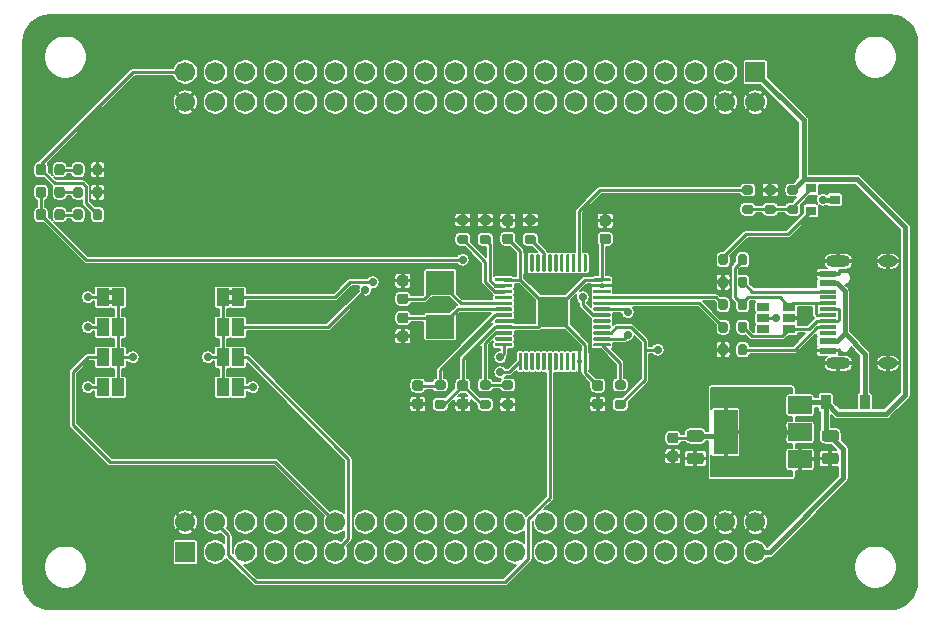
<source format=gbr>
G04 #@! TF.GenerationSoftware,KiCad,Pcbnew,5.1.9+dfsg1-1*
G04 #@! TF.CreationDate,2021-07-30T10:03:12+08:00*
G04 #@! TF.ProjectId,prgstl,70726773-746c-42e6-9b69-6361645f7063,a*
G04 #@! TF.SameCoordinates,Original*
G04 #@! TF.FileFunction,Copper,L1,Top*
G04 #@! TF.FilePolarity,Positive*
%FSLAX46Y46*%
G04 Gerber Fmt 4.6, Leading zero omitted, Abs format (unit mm)*
G04 Created by KiCad (PCBNEW 5.1.9+dfsg1-1) date 2021-07-30 10:03:12*
%MOMM*%
%LPD*%
G01*
G04 APERTURE LIST*
G04 #@! TA.AperFunction,EtchedComponent*
%ADD10C,0.100000*%
G04 #@! TD*
G04 #@! TA.AperFunction,ComponentPad*
%ADD11R,1.700000X1.700000*%
G04 #@! TD*
G04 #@! TA.AperFunction,ComponentPad*
%ADD12C,1.700000*%
G04 #@! TD*
G04 #@! TA.AperFunction,SMDPad,CuDef*
%ADD13R,1.060000X0.650000*%
G04 #@! TD*
G04 #@! TA.AperFunction,SMDPad,CuDef*
%ADD14R,1.000000X1.500000*%
G04 #@! TD*
G04 #@! TA.AperFunction,SMDPad,CuDef*
%ADD15R,2.400000X2.000000*%
G04 #@! TD*
G04 #@! TA.AperFunction,SMDPad,CuDef*
%ADD16R,0.900000X0.800000*%
G04 #@! TD*
G04 #@! TA.AperFunction,SMDPad,CuDef*
%ADD17R,2.000000X1.500000*%
G04 #@! TD*
G04 #@! TA.AperFunction,SMDPad,CuDef*
%ADD18R,2.000000X3.800000*%
G04 #@! TD*
G04 #@! TA.AperFunction,SMDPad,CuDef*
%ADD19R,1.450000X0.600000*%
G04 #@! TD*
G04 #@! TA.AperFunction,SMDPad,CuDef*
%ADD20R,1.450000X0.300000*%
G04 #@! TD*
G04 #@! TA.AperFunction,ComponentPad*
%ADD21O,2.100000X1.000000*%
G04 #@! TD*
G04 #@! TA.AperFunction,ComponentPad*
%ADD22O,1.600000X1.000000*%
G04 #@! TD*
G04 #@! TA.AperFunction,SMDPad,CuDef*
%ADD23R,0.900000X1.200000*%
G04 #@! TD*
G04 #@! TA.AperFunction,ViaPad*
%ADD24C,0.700000*%
G04 #@! TD*
G04 #@! TA.AperFunction,Conductor*
%ADD25C,0.457200*%
G04 #@! TD*
G04 #@! TA.AperFunction,Conductor*
%ADD26C,0.228600*%
G04 #@! TD*
G04 #@! TA.AperFunction,Conductor*
%ADD27C,0.381000*%
G04 #@! TD*
G04 #@! TA.AperFunction,Conductor*
%ADD28C,0.152400*%
G04 #@! TD*
G04 #@! TA.AperFunction,Conductor*
%ADD29C,0.100000*%
G04 #@! TD*
G04 APERTURE END LIST*
D10*
G04 #@! TO.C,JP5*
G36*
X131830000Y-99730000D02*
G01*
X132330000Y-99730000D01*
X132330000Y-100130000D01*
X131830000Y-100130000D01*
X131830000Y-99730000D01*
G37*
G36*
X131830000Y-100530000D02*
G01*
X132330000Y-100530000D01*
X132330000Y-100930000D01*
X131830000Y-100930000D01*
X131830000Y-100530000D01*
G37*
G04 #@! TO.C,JP1*
G36*
X122170000Y-100930000D02*
G01*
X121670000Y-100930000D01*
X121670000Y-100530000D01*
X122170000Y-100530000D01*
X122170000Y-100930000D01*
G37*
G36*
X122170000Y-100130000D02*
G01*
X121670000Y-100130000D01*
X121670000Y-99730000D01*
X122170000Y-99730000D01*
X122170000Y-100130000D01*
G37*
G04 #@! TD*
D11*
G04 #@! TO.P,J2,1*
G04 #@! TO.N,+3V3*
X128270000Y-121920000D03*
D12*
G04 #@! TO.P,J2,2*
G04 #@! TO.N,GND*
X128270000Y-119380000D03*
G04 #@! TO.P,J2,3*
G04 #@! TO.N,Net-(J2-Pad3)*
X130810000Y-121920000D03*
G04 #@! TO.P,J2,4*
G04 #@! TO.N,T_RST*
X130810000Y-119380000D03*
G04 #@! TO.P,J2,5*
G04 #@! TO.N,Net-(J2-Pad5)*
X133350000Y-121920000D03*
G04 #@! TO.P,J2,6*
G04 #@! TO.N,Net-(J2-Pad6)*
X133350000Y-119380000D03*
G04 #@! TO.P,J2,7*
G04 #@! TO.N,Net-(J2-Pad7)*
X135890000Y-121920000D03*
G04 #@! TO.P,J2,8*
G04 #@! TO.N,Net-(J2-Pad8)*
X135890000Y-119380000D03*
G04 #@! TO.P,J2,9*
G04 #@! TO.N,Net-(J2-Pad9)*
X138430000Y-121920000D03*
G04 #@! TO.P,J2,10*
G04 #@! TO.N,Net-(J2-Pad10)*
X138430000Y-119380000D03*
G04 #@! TO.P,J2,11*
G04 #@! TO.N,USART2_TX*
X140970000Y-121920000D03*
G04 #@! TO.P,J2,12*
G04 #@! TO.N,USART2_RX*
X140970000Y-119380000D03*
G04 #@! TO.P,J2,13*
G04 #@! TO.N,Net-(J2-Pad13)*
X143510000Y-121920000D03*
G04 #@! TO.P,J2,14*
G04 #@! TO.N,Net-(J2-Pad14)*
X143510000Y-119380000D03*
G04 #@! TO.P,J2,15*
G04 #@! TO.N,Net-(J2-Pad15)*
X146050000Y-121920000D03*
G04 #@! TO.P,J2,16*
G04 #@! TO.N,Net-(J2-Pad16)*
X146050000Y-119380000D03*
G04 #@! TO.P,J2,17*
G04 #@! TO.N,Net-(J2-Pad17)*
X148590000Y-121920000D03*
G04 #@! TO.P,J2,18*
G04 #@! TO.N,Net-(J2-Pad18)*
X148590000Y-119380000D03*
G04 #@! TO.P,J2,19*
G04 #@! TO.N,Net-(J2-Pad19)*
X151130000Y-121920000D03*
G04 #@! TO.P,J2,20*
G04 #@! TO.N,Net-(J2-Pad20)*
X151130000Y-119380000D03*
G04 #@! TO.P,J2,21*
G04 #@! TO.N,Net-(J2-Pad21)*
X153670000Y-121920000D03*
G04 #@! TO.P,J2,22*
G04 #@! TO.N,Net-(J2-Pad22)*
X153670000Y-119380000D03*
G04 #@! TO.P,J2,23*
G04 #@! TO.N,USART3_TX*
X156210000Y-121920000D03*
G04 #@! TO.P,J2,24*
G04 #@! TO.N,USART3_RX*
X156210000Y-119380000D03*
G04 #@! TO.P,J2,25*
G04 #@! TO.N,Net-(J2-Pad25)*
X158750000Y-121920000D03*
G04 #@! TO.P,J2,26*
G04 #@! TO.N,Net-(J2-Pad26)*
X158750000Y-119380000D03*
G04 #@! TO.P,J2,27*
G04 #@! TO.N,Net-(J2-Pad27)*
X161290000Y-121920000D03*
G04 #@! TO.P,J2,28*
G04 #@! TO.N,Net-(J2-Pad28)*
X161290000Y-119380000D03*
G04 #@! TO.P,J2,29*
G04 #@! TO.N,Net-(J2-Pad29)*
X163830000Y-121920000D03*
G04 #@! TO.P,J2,30*
G04 #@! TO.N,Net-(J2-Pad30)*
X163830000Y-119380000D03*
G04 #@! TO.P,J2,31*
G04 #@! TO.N,Net-(J2-Pad31)*
X166370000Y-121920000D03*
G04 #@! TO.P,J2,32*
G04 #@! TO.N,Net-(J2-Pad32)*
X166370000Y-119380000D03*
G04 #@! TO.P,J2,33*
G04 #@! TO.N,Net-(J2-Pad33)*
X168910000Y-121920000D03*
G04 #@! TO.P,J2,34*
G04 #@! TO.N,Net-(J2-Pad34)*
X168910000Y-119380000D03*
G04 #@! TO.P,J2,35*
G04 #@! TO.N,Net-(J2-Pad35)*
X171450000Y-121920000D03*
G04 #@! TO.P,J2,36*
G04 #@! TO.N,Net-(J2-Pad36)*
X171450000Y-119380000D03*
G04 #@! TO.P,J2,37*
G04 #@! TO.N,+3V3*
X173990000Y-121920000D03*
G04 #@! TO.P,J2,38*
G04 #@! TO.N,GND*
X173990000Y-119380000D03*
G04 #@! TO.P,J2,39*
G04 #@! TO.N,+5V*
X176530000Y-121920000D03*
G04 #@! TO.P,J2,40*
G04 #@! TO.N,GND*
X176530000Y-119380000D03*
D11*
G04 #@! TO.P,J2,41*
G04 #@! TO.N,+5V*
X176530000Y-81280000D03*
D12*
G04 #@! TO.P,J2,42*
G04 #@! TO.N,GND*
X176530000Y-83820000D03*
G04 #@! TO.P,J2,43*
G04 #@! TO.N,+3V3*
X173990000Y-81280000D03*
G04 #@! TO.P,J2,44*
G04 #@! TO.N,GND*
X173990000Y-83820000D03*
G04 #@! TO.P,J2,45*
G04 #@! TO.N,Net-(J2-Pad45)*
X171450000Y-81280000D03*
G04 #@! TO.P,J2,46*
G04 #@! TO.N,Net-(J2-Pad46)*
X171450000Y-83820000D03*
G04 #@! TO.P,J2,47*
G04 #@! TO.N,Net-(J2-Pad47)*
X168910000Y-81280000D03*
G04 #@! TO.P,J2,48*
G04 #@! TO.N,Net-(J2-Pad48)*
X168910000Y-83820000D03*
G04 #@! TO.P,J2,49*
G04 #@! TO.N,Net-(J2-Pad49)*
X166370000Y-81280000D03*
G04 #@! TO.P,J2,50*
G04 #@! TO.N,USART1_TX*
X166370000Y-83820000D03*
G04 #@! TO.P,J2,51*
G04 #@! TO.N,USART1_RX*
X163830000Y-81280000D03*
G04 #@! TO.P,J2,52*
G04 #@! TO.N,Net-(J2-Pad52)*
X163830000Y-83820000D03*
G04 #@! TO.P,J2,53*
G04 #@! TO.N,Net-(J2-Pad53)*
X161290000Y-81280000D03*
G04 #@! TO.P,J2,54*
G04 #@! TO.N,T_DIO*
X161290000Y-83820000D03*
G04 #@! TO.P,J2,55*
G04 #@! TO.N,T_CLK*
X158750000Y-81280000D03*
G04 #@! TO.P,J2,56*
G04 #@! TO.N,Net-(J2-Pad56)*
X158750000Y-83820000D03*
G04 #@! TO.P,J2,57*
G04 #@! TO.N,Net-(J2-Pad57)*
X156210000Y-81280000D03*
G04 #@! TO.P,J2,58*
G04 #@! TO.N,Net-(J2-Pad58)*
X156210000Y-83820000D03*
G04 #@! TO.P,J2,59*
G04 #@! TO.N,Net-(J2-Pad59)*
X153670000Y-81280000D03*
G04 #@! TO.P,J2,60*
G04 #@! TO.N,Net-(J2-Pad60)*
X153670000Y-83820000D03*
G04 #@! TO.P,J2,61*
G04 #@! TO.N,Net-(J2-Pad61)*
X151130000Y-81280000D03*
G04 #@! TO.P,J2,62*
G04 #@! TO.N,Net-(J2-Pad62)*
X151130000Y-83820000D03*
G04 #@! TO.P,J2,63*
G04 #@! TO.N,Net-(J2-Pad63)*
X148590000Y-81280000D03*
G04 #@! TO.P,J2,64*
G04 #@! TO.N,T_SWO*
X148590000Y-83820000D03*
G04 #@! TO.P,J2,65*
G04 #@! TO.N,Net-(J2-Pad65)*
X146050000Y-81280000D03*
G04 #@! TO.P,J2,66*
G04 #@! TO.N,Net-(J2-Pad66)*
X146050000Y-83820000D03*
G04 #@! TO.P,J2,67*
G04 #@! TO.N,USART1_TX_ALT*
X143510000Y-81280000D03*
G04 #@! TO.P,J2,68*
G04 #@! TO.N,USART1_RX_ALT*
X143510000Y-83820000D03*
G04 #@! TO.P,J2,69*
G04 #@! TO.N,Net-(J2-Pad69)*
X140970000Y-81280000D03*
G04 #@! TO.P,J2,70*
G04 #@! TO.N,Net-(J2-Pad70)*
X140970000Y-83820000D03*
G04 #@! TO.P,J2,71*
G04 #@! TO.N,Net-(J2-Pad71)*
X138430000Y-81280000D03*
G04 #@! TO.P,J2,72*
G04 #@! TO.N,Net-(J2-Pad72)*
X138430000Y-83820000D03*
G04 #@! TO.P,J2,73*
G04 #@! TO.N,Net-(J2-Pad73)*
X135890000Y-81280000D03*
G04 #@! TO.P,J2,74*
G04 #@! TO.N,Net-(J2-Pad74)*
X135890000Y-83820000D03*
G04 #@! TO.P,J2,75*
G04 #@! TO.N,Net-(J2-Pad75)*
X133350000Y-81280000D03*
G04 #@! TO.P,J2,76*
G04 #@! TO.N,Net-(J2-Pad76)*
X133350000Y-83820000D03*
G04 #@! TO.P,J2,77*
G04 #@! TO.N,Net-(J2-Pad77)*
X130810000Y-81280000D03*
G04 #@! TO.P,J2,78*
G04 #@! TO.N,Net-(J2-Pad78)*
X130810000Y-83820000D03*
G04 #@! TO.P,J2,79*
G04 #@! TO.N,+3V3*
X128270000Y-81280000D03*
G04 #@! TO.P,J2,80*
G04 #@! TO.N,GND*
X128270000Y-83820000D03*
G04 #@! TD*
G04 #@! TO.P,C7,2*
G04 #@! TO.N,GND*
G04 #@! TA.AperFunction,SMDPad,CuDef*
G36*
G01*
X162945000Y-108910000D02*
X163445000Y-108910000D01*
G75*
G02*
X163670000Y-109135000I0J-225000D01*
G01*
X163670000Y-109585000D01*
G75*
G02*
X163445000Y-109810000I-225000J0D01*
G01*
X162945000Y-109810000D01*
G75*
G02*
X162720000Y-109585000I0J225000D01*
G01*
X162720000Y-109135000D01*
G75*
G02*
X162945000Y-108910000I225000J0D01*
G01*
G37*
G04 #@! TD.AperFunction*
G04 #@! TO.P,C7,1*
G04 #@! TO.N,+3V3*
G04 #@! TA.AperFunction,SMDPad,CuDef*
G36*
G01*
X162945000Y-107360000D02*
X163445000Y-107360000D01*
G75*
G02*
X163670000Y-107585000I0J-225000D01*
G01*
X163670000Y-108035000D01*
G75*
G02*
X163445000Y-108260000I-225000J0D01*
G01*
X162945000Y-108260000D01*
G75*
G02*
X162720000Y-108035000I0J225000D01*
G01*
X162720000Y-107585000D01*
G75*
G02*
X162945000Y-107360000I225000J0D01*
G01*
G37*
G04 #@! TD.AperFunction*
G04 #@! TD*
D13*
G04 #@! TO.P,U3,5*
G04 #@! TO.N,+3V3*
X177208000Y-102108000D03*
G04 #@! TO.P,U3,6*
G04 #@! TO.N,Net-(U3-Pad6)*
X177208000Y-103058000D03*
G04 #@! TO.P,U3,4*
G04 #@! TO.N,Net-(U3-Pad4)*
X177208000Y-101158000D03*
G04 #@! TO.P,U3,3*
G04 #@! TO.N,Net-(J1-PadA6)*
X179408000Y-101158000D03*
G04 #@! TO.P,U3,2*
G04 #@! TO.N,GND*
X179408000Y-102108000D03*
G04 #@! TO.P,U3,1*
G04 #@! TO.N,Net-(J1-PadA7)*
X179408000Y-103058000D03*
G04 #@! TD*
G04 #@! TO.P,R15,2*
G04 #@! TO.N,Net-(R15-Pad2)*
G04 #@! TA.AperFunction,SMDPad,CuDef*
G36*
G01*
X151490000Y-95040000D02*
X152040000Y-95040000D01*
G75*
G02*
X152240000Y-95240000I0J-200000D01*
G01*
X152240000Y-95640000D01*
G75*
G02*
X152040000Y-95840000I-200000J0D01*
G01*
X151490000Y-95840000D01*
G75*
G02*
X151290000Y-95640000I0J200000D01*
G01*
X151290000Y-95240000D01*
G75*
G02*
X151490000Y-95040000I200000J0D01*
G01*
G37*
G04 #@! TD.AperFunction*
G04 #@! TO.P,R15,1*
G04 #@! TO.N,GND*
G04 #@! TA.AperFunction,SMDPad,CuDef*
G36*
G01*
X151490000Y-93390000D02*
X152040000Y-93390000D01*
G75*
G02*
X152240000Y-93590000I0J-200000D01*
G01*
X152240000Y-93990000D01*
G75*
G02*
X152040000Y-94190000I-200000J0D01*
G01*
X151490000Y-94190000D01*
G75*
G02*
X151290000Y-93990000I0J200000D01*
G01*
X151290000Y-93590000D01*
G75*
G02*
X151490000Y-93390000I200000J0D01*
G01*
G37*
G04 #@! TD.AperFunction*
G04 #@! TD*
D14*
G04 #@! TO.P,JP8,1*
G04 #@! TO.N,T_RX*
X131430000Y-107950000D03*
G04 #@! TO.P,JP8,2*
G04 #@! TO.N,USART3_TX*
X132730000Y-107950000D03*
G04 #@! TD*
G04 #@! TO.P,JP7,1*
G04 #@! TO.N,T_RX*
X131430000Y-105410000D03*
G04 #@! TO.P,JP7,2*
G04 #@! TO.N,USART2_TX*
X132730000Y-105410000D03*
G04 #@! TD*
G04 #@! TO.P,JP6,1*
G04 #@! TO.N,T_RX*
X131430000Y-102870000D03*
G04 #@! TO.P,JP6,2*
G04 #@! TO.N,USART1_TX_ALT*
X132730000Y-102870000D03*
G04 #@! TD*
G04 #@! TO.P,JP5,2*
G04 #@! TO.N,USART1_TX*
X132730000Y-100330000D03*
G04 #@! TO.P,JP5,1*
G04 #@! TO.N,T_RX*
X131430000Y-100330000D03*
G04 #@! TD*
G04 #@! TO.P,JP4,1*
G04 #@! TO.N,T_TX*
X122570000Y-107950000D03*
G04 #@! TO.P,JP4,2*
G04 #@! TO.N,USART3_RX*
X121270000Y-107950000D03*
G04 #@! TD*
G04 #@! TO.P,JP3,1*
G04 #@! TO.N,T_TX*
X122570000Y-105410000D03*
G04 #@! TO.P,JP3,2*
G04 #@! TO.N,USART2_RX*
X121270000Y-105410000D03*
G04 #@! TD*
G04 #@! TO.P,JP2,1*
G04 #@! TO.N,T_TX*
X122570000Y-102870000D03*
G04 #@! TO.P,JP2,2*
G04 #@! TO.N,USART1_RX_ALT*
X121270000Y-102870000D03*
G04 #@! TD*
G04 #@! TO.P,JP1,2*
G04 #@! TO.N,USART1_RX*
X121270000Y-100330000D03*
G04 #@! TO.P,JP1,1*
G04 #@! TO.N,T_TX*
X122570000Y-100330000D03*
G04 #@! TD*
G04 #@! TO.P,R18,2*
G04 #@! TO.N,GND*
G04 #@! TA.AperFunction,SMDPad,CuDef*
G36*
G01*
X155300000Y-109010000D02*
X155850000Y-109010000D01*
G75*
G02*
X156050000Y-109210000I0J-200000D01*
G01*
X156050000Y-109610000D01*
G75*
G02*
X155850000Y-109810000I-200000J0D01*
G01*
X155300000Y-109810000D01*
G75*
G02*
X155100000Y-109610000I0J200000D01*
G01*
X155100000Y-109210000D01*
G75*
G02*
X155300000Y-109010000I200000J0D01*
G01*
G37*
G04 #@! TD.AperFunction*
G04 #@! TO.P,R18,1*
G04 #@! TO.N,Net-(R17-Pad2)*
G04 #@! TA.AperFunction,SMDPad,CuDef*
G36*
G01*
X155300000Y-107360000D02*
X155850000Y-107360000D01*
G75*
G02*
X156050000Y-107560000I0J-200000D01*
G01*
X156050000Y-107960000D01*
G75*
G02*
X155850000Y-108160000I-200000J0D01*
G01*
X155300000Y-108160000D01*
G75*
G02*
X155100000Y-107960000I0J200000D01*
G01*
X155100000Y-107560000D01*
G75*
G02*
X155300000Y-107360000I200000J0D01*
G01*
G37*
G04 #@! TD.AperFunction*
G04 #@! TD*
G04 #@! TO.P,R17,2*
G04 #@! TO.N,Net-(R17-Pad2)*
G04 #@! TA.AperFunction,SMDPad,CuDef*
G36*
G01*
X153945000Y-108160000D02*
X153395000Y-108160000D01*
G75*
G02*
X153195000Y-107960000I0J200000D01*
G01*
X153195000Y-107560000D01*
G75*
G02*
X153395000Y-107360000I200000J0D01*
G01*
X153945000Y-107360000D01*
G75*
G02*
X154145000Y-107560000I0J-200000D01*
G01*
X154145000Y-107960000D01*
G75*
G02*
X153945000Y-108160000I-200000J0D01*
G01*
G37*
G04 #@! TD.AperFunction*
G04 #@! TO.P,R17,1*
G04 #@! TO.N,+3V3*
G04 #@! TA.AperFunction,SMDPad,CuDef*
G36*
G01*
X153945000Y-109810000D02*
X153395000Y-109810000D01*
G75*
G02*
X153195000Y-109610000I0J200000D01*
G01*
X153195000Y-109210000D01*
G75*
G02*
X153395000Y-109010000I200000J0D01*
G01*
X153945000Y-109010000D01*
G75*
G02*
X154145000Y-109210000I0J-200000D01*
G01*
X154145000Y-109610000D01*
G75*
G02*
X153945000Y-109810000I-200000J0D01*
G01*
G37*
G04 #@! TD.AperFunction*
G04 #@! TD*
G04 #@! TO.P,R14,2*
G04 #@! TO.N,GND*
G04 #@! TA.AperFunction,SMDPad,CuDef*
G36*
G01*
X153945000Y-94190000D02*
X153395000Y-94190000D01*
G75*
G02*
X153195000Y-93990000I0J200000D01*
G01*
X153195000Y-93590000D01*
G75*
G02*
X153395000Y-93390000I200000J0D01*
G01*
X153945000Y-93390000D01*
G75*
G02*
X154145000Y-93590000I0J-200000D01*
G01*
X154145000Y-93990000D01*
G75*
G02*
X153945000Y-94190000I-200000J0D01*
G01*
G37*
G04 #@! TD.AperFunction*
G04 #@! TO.P,R14,1*
G04 #@! TO.N,Net-(R14-Pad1)*
G04 #@! TA.AperFunction,SMDPad,CuDef*
G36*
G01*
X153945000Y-95840000D02*
X153395000Y-95840000D01*
G75*
G02*
X153195000Y-95640000I0J200000D01*
G01*
X153195000Y-95240000D01*
G75*
G02*
X153395000Y-95040000I200000J0D01*
G01*
X153945000Y-95040000D01*
G75*
G02*
X154145000Y-95240000I0J-200000D01*
G01*
X154145000Y-95640000D01*
G75*
G02*
X153945000Y-95840000I-200000J0D01*
G01*
G37*
G04 #@! TD.AperFunction*
G04 #@! TD*
G04 #@! TO.P,R12,2*
G04 #@! TO.N,Net-(Q1-Pad1)*
G04 #@! TA.AperFunction,SMDPad,CuDef*
G36*
G01*
X175620000Y-92500000D02*
X176170000Y-92500000D01*
G75*
G02*
X176370000Y-92700000I0J-200000D01*
G01*
X176370000Y-93100000D01*
G75*
G02*
X176170000Y-93300000I-200000J0D01*
G01*
X175620000Y-93300000D01*
G75*
G02*
X175420000Y-93100000I0J200000D01*
G01*
X175420000Y-92700000D01*
G75*
G02*
X175620000Y-92500000I200000J0D01*
G01*
G37*
G04 #@! TD.AperFunction*
G04 #@! TO.P,R12,1*
G04 #@! TO.N,RENUM*
G04 #@! TA.AperFunction,SMDPad,CuDef*
G36*
G01*
X175620000Y-90850000D02*
X176170000Y-90850000D01*
G75*
G02*
X176370000Y-91050000I0J-200000D01*
G01*
X176370000Y-91450000D01*
G75*
G02*
X176170000Y-91650000I-200000J0D01*
G01*
X175620000Y-91650000D01*
G75*
G02*
X175420000Y-91450000I0J200000D01*
G01*
X175420000Y-91050000D01*
G75*
G02*
X175620000Y-90850000I200000J0D01*
G01*
G37*
G04 #@! TD.AperFunction*
G04 #@! TD*
G04 #@! TO.P,R13,2*
G04 #@! TO.N,GND*
G04 #@! TA.AperFunction,SMDPad,CuDef*
G36*
G01*
X157755000Y-94190000D02*
X157205000Y-94190000D01*
G75*
G02*
X157005000Y-93990000I0J200000D01*
G01*
X157005000Y-93590000D01*
G75*
G02*
X157205000Y-93390000I200000J0D01*
G01*
X157755000Y-93390000D01*
G75*
G02*
X157955000Y-93590000I0J-200000D01*
G01*
X157955000Y-93990000D01*
G75*
G02*
X157755000Y-94190000I-200000J0D01*
G01*
G37*
G04 #@! TD.AperFunction*
G04 #@! TO.P,R13,1*
G04 #@! TO.N,B0*
G04 #@! TA.AperFunction,SMDPad,CuDef*
G36*
G01*
X157755000Y-95840000D02*
X157205000Y-95840000D01*
G75*
G02*
X157005000Y-95640000I0J200000D01*
G01*
X157005000Y-95240000D01*
G75*
G02*
X157205000Y-95040000I200000J0D01*
G01*
X157755000Y-95040000D01*
G75*
G02*
X157955000Y-95240000I0J-200000D01*
G01*
X157955000Y-95640000D01*
G75*
G02*
X157755000Y-95840000I-200000J0D01*
G01*
G37*
G04 #@! TD.AperFunction*
G04 #@! TD*
G04 #@! TO.P,R8,2*
G04 #@! TO.N,GND*
G04 #@! TA.AperFunction,SMDPad,CuDef*
G36*
G01*
X178075000Y-91650000D02*
X177525000Y-91650000D01*
G75*
G02*
X177325000Y-91450000I0J200000D01*
G01*
X177325000Y-91050000D01*
G75*
G02*
X177525000Y-90850000I200000J0D01*
G01*
X178075000Y-90850000D01*
G75*
G02*
X178275000Y-91050000I0J-200000D01*
G01*
X178275000Y-91450000D01*
G75*
G02*
X178075000Y-91650000I-200000J0D01*
G01*
G37*
G04 #@! TD.AperFunction*
G04 #@! TO.P,R8,1*
G04 #@! TO.N,Net-(Q1-Pad1)*
G04 #@! TA.AperFunction,SMDPad,CuDef*
G36*
G01*
X178075000Y-93300000D02*
X177525000Y-93300000D01*
G75*
G02*
X177325000Y-93100000I0J200000D01*
G01*
X177325000Y-92700000D01*
G75*
G02*
X177525000Y-92500000I200000J0D01*
G01*
X178075000Y-92500000D01*
G75*
G02*
X178275000Y-92700000I0J-200000D01*
G01*
X178275000Y-93100000D01*
G75*
G02*
X178075000Y-93300000I-200000J0D01*
G01*
G37*
G04 #@! TD.AperFunction*
G04 #@! TD*
G04 #@! TO.P,R7,2*
G04 #@! TO.N,Net-(Q1-Pad1)*
G04 #@! TA.AperFunction,SMDPad,CuDef*
G36*
G01*
X179430000Y-92500000D02*
X179980000Y-92500000D01*
G75*
G02*
X180180000Y-92700000I0J-200000D01*
G01*
X180180000Y-93100000D01*
G75*
G02*
X179980000Y-93300000I-200000J0D01*
G01*
X179430000Y-93300000D01*
G75*
G02*
X179230000Y-93100000I0J200000D01*
G01*
X179230000Y-92700000D01*
G75*
G02*
X179430000Y-92500000I200000J0D01*
G01*
G37*
G04 #@! TD.AperFunction*
G04 #@! TO.P,R7,1*
G04 #@! TO.N,+5V*
G04 #@! TA.AperFunction,SMDPad,CuDef*
G36*
G01*
X179430000Y-90850000D02*
X179980000Y-90850000D01*
G75*
G02*
X180180000Y-91050000I0J-200000D01*
G01*
X180180000Y-91450000D01*
G75*
G02*
X179980000Y-91650000I-200000J0D01*
G01*
X179430000Y-91650000D01*
G75*
G02*
X179230000Y-91450000I0J200000D01*
G01*
X179230000Y-91050000D01*
G75*
G02*
X179430000Y-90850000I200000J0D01*
G01*
G37*
G04 #@! TD.AperFunction*
G04 #@! TD*
G04 #@! TO.P,R11,2*
G04 #@! TO.N,Net-(C8-Pad1)*
G04 #@! TA.AperFunction,SMDPad,CuDef*
G36*
G01*
X150135000Y-108160000D02*
X149585000Y-108160000D01*
G75*
G02*
X149385000Y-107960000I0J200000D01*
G01*
X149385000Y-107560000D01*
G75*
G02*
X149585000Y-107360000I200000J0D01*
G01*
X150135000Y-107360000D01*
G75*
G02*
X150335000Y-107560000I0J-200000D01*
G01*
X150335000Y-107960000D01*
G75*
G02*
X150135000Y-108160000I-200000J0D01*
G01*
G37*
G04 #@! TD.AperFunction*
G04 #@! TO.P,R11,1*
G04 #@! TO.N,+3V3*
G04 #@! TA.AperFunction,SMDPad,CuDef*
G36*
G01*
X150135000Y-109810000D02*
X149585000Y-109810000D01*
G75*
G02*
X149385000Y-109610000I0J200000D01*
G01*
X149385000Y-109210000D01*
G75*
G02*
X149585000Y-109010000I200000J0D01*
G01*
X150135000Y-109010000D01*
G75*
G02*
X150335000Y-109210000I0J-200000D01*
G01*
X150335000Y-109610000D01*
G75*
G02*
X150135000Y-109810000I-200000J0D01*
G01*
G37*
G04 #@! TD.AperFunction*
G04 #@! TD*
G04 #@! TO.P,R6,2*
G04 #@! TO.N,Net-(J1-PadA6)*
G04 #@! TA.AperFunction,SMDPad,CuDef*
G36*
G01*
X175050000Y-97430000D02*
X175050000Y-96880000D01*
G75*
G02*
X175250000Y-96680000I200000J0D01*
G01*
X175650000Y-96680000D01*
G75*
G02*
X175850000Y-96880000I0J-200000D01*
G01*
X175850000Y-97430000D01*
G75*
G02*
X175650000Y-97630000I-200000J0D01*
G01*
X175250000Y-97630000D01*
G75*
G02*
X175050000Y-97430000I0J200000D01*
G01*
G37*
G04 #@! TD.AperFunction*
G04 #@! TO.P,R6,1*
G04 #@! TO.N,Net-(Q1-Pad2)*
G04 #@! TA.AperFunction,SMDPad,CuDef*
G36*
G01*
X173400000Y-97430000D02*
X173400000Y-96880000D01*
G75*
G02*
X173600000Y-96680000I200000J0D01*
G01*
X174000000Y-96680000D01*
G75*
G02*
X174200000Y-96880000I0J-200000D01*
G01*
X174200000Y-97430000D01*
G75*
G02*
X174000000Y-97630000I-200000J0D01*
G01*
X173600000Y-97630000D01*
G75*
G02*
X173400000Y-97430000I0J200000D01*
G01*
G37*
G04 #@! TD.AperFunction*
G04 #@! TD*
G04 #@! TO.P,C8,2*
G04 #@! TO.N,GND*
G04 #@! TA.AperFunction,SMDPad,CuDef*
G36*
G01*
X147705000Y-108910000D02*
X148205000Y-108910000D01*
G75*
G02*
X148430000Y-109135000I0J-225000D01*
G01*
X148430000Y-109585000D01*
G75*
G02*
X148205000Y-109810000I-225000J0D01*
G01*
X147705000Y-109810000D01*
G75*
G02*
X147480000Y-109585000I0J225000D01*
G01*
X147480000Y-109135000D01*
G75*
G02*
X147705000Y-108910000I225000J0D01*
G01*
G37*
G04 #@! TD.AperFunction*
G04 #@! TO.P,C8,1*
G04 #@! TO.N,Net-(C8-Pad1)*
G04 #@! TA.AperFunction,SMDPad,CuDef*
G36*
G01*
X147705000Y-107360000D02*
X148205000Y-107360000D01*
G75*
G02*
X148430000Y-107585000I0J-225000D01*
G01*
X148430000Y-108035000D01*
G75*
G02*
X148205000Y-108260000I-225000J0D01*
G01*
X147705000Y-108260000D01*
G75*
G02*
X147480000Y-108035000I0J225000D01*
G01*
X147480000Y-107585000D01*
G75*
G02*
X147705000Y-107360000I225000J0D01*
G01*
G37*
G04 #@! TD.AperFunction*
G04 #@! TD*
D15*
G04 #@! TO.P,Y1,2*
G04 #@! TO.N,Net-(C10-Pad1)*
X149860000Y-102815000D03*
G04 #@! TO.P,Y1,1*
G04 #@! TO.N,Net-(C9-Pad1)*
X149860000Y-99115000D03*
G04 #@! TD*
G04 #@! TO.P,R3,2*
G04 #@! TO.N,GND*
G04 #@! TA.AperFunction,SMDPad,CuDef*
G36*
G01*
X120440000Y-91715000D02*
X120440000Y-91165000D01*
G75*
G02*
X120640000Y-90965000I200000J0D01*
G01*
X121040000Y-90965000D01*
G75*
G02*
X121240000Y-91165000I0J-200000D01*
G01*
X121240000Y-91715000D01*
G75*
G02*
X121040000Y-91915000I-200000J0D01*
G01*
X120640000Y-91915000D01*
G75*
G02*
X120440000Y-91715000I0J200000D01*
G01*
G37*
G04 #@! TD.AperFunction*
G04 #@! TO.P,R3,1*
G04 #@! TO.N,Net-(D3-Pad1)*
G04 #@! TA.AperFunction,SMDPad,CuDef*
G36*
G01*
X118790000Y-91715000D02*
X118790000Y-91165000D01*
G75*
G02*
X118990000Y-90965000I200000J0D01*
G01*
X119390000Y-90965000D01*
G75*
G02*
X119590000Y-91165000I0J-200000D01*
G01*
X119590000Y-91715000D01*
G75*
G02*
X119390000Y-91915000I-200000J0D01*
G01*
X118990000Y-91915000D01*
G75*
G02*
X118790000Y-91715000I0J200000D01*
G01*
G37*
G04 #@! TD.AperFunction*
G04 #@! TD*
G04 #@! TO.P,R2,2*
G04 #@! TO.N,Net-(D2-Pad2)*
G04 #@! TA.AperFunction,SMDPad,CuDef*
G36*
G01*
X119590000Y-93070000D02*
X119590000Y-93620000D01*
G75*
G02*
X119390000Y-93820000I-200000J0D01*
G01*
X118990000Y-93820000D01*
G75*
G02*
X118790000Y-93620000I0J200000D01*
G01*
X118790000Y-93070000D01*
G75*
G02*
X118990000Y-92870000I200000J0D01*
G01*
X119390000Y-92870000D01*
G75*
G02*
X119590000Y-93070000I0J-200000D01*
G01*
G37*
G04 #@! TD.AperFunction*
G04 #@! TO.P,R2,1*
G04 #@! TO.N,+3V3*
G04 #@! TA.AperFunction,SMDPad,CuDef*
G36*
G01*
X121240000Y-93070000D02*
X121240000Y-93620000D01*
G75*
G02*
X121040000Y-93820000I-200000J0D01*
G01*
X120640000Y-93820000D01*
G75*
G02*
X120440000Y-93620000I0J200000D01*
G01*
X120440000Y-93070000D01*
G75*
G02*
X120640000Y-92870000I200000J0D01*
G01*
X121040000Y-92870000D01*
G75*
G02*
X121240000Y-93070000I0J-200000D01*
G01*
G37*
G04 #@! TD.AperFunction*
G04 #@! TD*
G04 #@! TO.P,R16,2*
G04 #@! TO.N,T_DIO*
G04 #@! TA.AperFunction,SMDPad,CuDef*
G36*
G01*
X164825000Y-109010000D02*
X165375000Y-109010000D01*
G75*
G02*
X165575000Y-109210000I0J-200000D01*
G01*
X165575000Y-109610000D01*
G75*
G02*
X165375000Y-109810000I-200000J0D01*
G01*
X164825000Y-109810000D01*
G75*
G02*
X164625000Y-109610000I0J200000D01*
G01*
X164625000Y-109210000D01*
G75*
G02*
X164825000Y-109010000I200000J0D01*
G01*
G37*
G04 #@! TD.AperFunction*
G04 #@! TO.P,R16,1*
G04 #@! TO.N,Net-(R16-Pad1)*
G04 #@! TA.AperFunction,SMDPad,CuDef*
G36*
G01*
X164825000Y-107360000D02*
X165375000Y-107360000D01*
G75*
G02*
X165575000Y-107560000I0J-200000D01*
G01*
X165575000Y-107960000D01*
G75*
G02*
X165375000Y-108160000I-200000J0D01*
G01*
X164825000Y-108160000D01*
G75*
G02*
X164625000Y-107960000I0J200000D01*
G01*
X164625000Y-107560000D01*
G75*
G02*
X164825000Y-107360000I200000J0D01*
G01*
G37*
G04 #@! TD.AperFunction*
G04 #@! TD*
D16*
G04 #@! TO.P,Q1,3*
G04 #@! TO.N,+3V3*
X183245000Y-92075000D03*
G04 #@! TO.P,Q1,2*
G04 #@! TO.N,Net-(Q1-Pad2)*
X181245000Y-93025000D03*
G04 #@! TO.P,Q1,1*
G04 #@! TO.N,Net-(Q1-Pad1)*
X181245000Y-91125000D03*
G04 #@! TD*
G04 #@! TO.P,D3,2*
G04 #@! TO.N,LED*
G04 #@! TA.AperFunction,SMDPad,CuDef*
G36*
G01*
X116490000Y-91183750D02*
X116490000Y-91696250D01*
G75*
G02*
X116271250Y-91915000I-218750J0D01*
G01*
X115833750Y-91915000D01*
G75*
G02*
X115615000Y-91696250I0J218750D01*
G01*
X115615000Y-91183750D01*
G75*
G02*
X115833750Y-90965000I218750J0D01*
G01*
X116271250Y-90965000D01*
G75*
G02*
X116490000Y-91183750I0J-218750D01*
G01*
G37*
G04 #@! TD.AperFunction*
G04 #@! TO.P,D3,1*
G04 #@! TO.N,Net-(D3-Pad1)*
G04 #@! TA.AperFunction,SMDPad,CuDef*
G36*
G01*
X118065000Y-91183750D02*
X118065000Y-91696250D01*
G75*
G02*
X117846250Y-91915000I-218750J0D01*
G01*
X117408750Y-91915000D01*
G75*
G02*
X117190000Y-91696250I0J218750D01*
G01*
X117190000Y-91183750D01*
G75*
G02*
X117408750Y-90965000I218750J0D01*
G01*
X117846250Y-90965000D01*
G75*
G02*
X118065000Y-91183750I0J-218750D01*
G01*
G37*
G04 #@! TD.AperFunction*
G04 #@! TD*
G04 #@! TO.P,D2,2*
G04 #@! TO.N,Net-(D2-Pad2)*
G04 #@! TA.AperFunction,SMDPad,CuDef*
G36*
G01*
X117190000Y-93601250D02*
X117190000Y-93088750D01*
G75*
G02*
X117408750Y-92870000I218750J0D01*
G01*
X117846250Y-92870000D01*
G75*
G02*
X118065000Y-93088750I0J-218750D01*
G01*
X118065000Y-93601250D01*
G75*
G02*
X117846250Y-93820000I-218750J0D01*
G01*
X117408750Y-93820000D01*
G75*
G02*
X117190000Y-93601250I0J218750D01*
G01*
G37*
G04 #@! TD.AperFunction*
G04 #@! TO.P,D2,1*
G04 #@! TO.N,LED*
G04 #@! TA.AperFunction,SMDPad,CuDef*
G36*
G01*
X115615000Y-93601250D02*
X115615000Y-93088750D01*
G75*
G02*
X115833750Y-92870000I218750J0D01*
G01*
X116271250Y-92870000D01*
G75*
G02*
X116490000Y-93088750I0J-218750D01*
G01*
X116490000Y-93601250D01*
G75*
G02*
X116271250Y-93820000I-218750J0D01*
G01*
X115833750Y-93820000D01*
G75*
G02*
X115615000Y-93601250I0J218750D01*
G01*
G37*
G04 #@! TD.AperFunction*
G04 #@! TD*
G04 #@! TO.P,U2,48*
G04 #@! TO.N,+3V3*
G04 #@! TA.AperFunction,SMDPad,CuDef*
G36*
G01*
X156485000Y-98100000D02*
X156485000Y-96775000D01*
G75*
G02*
X156560000Y-96700000I75000J0D01*
G01*
X156710000Y-96700000D01*
G75*
G02*
X156785000Y-96775000I0J-75000D01*
G01*
X156785000Y-98100000D01*
G75*
G02*
X156710000Y-98175000I-75000J0D01*
G01*
X156560000Y-98175000D01*
G75*
G02*
X156485000Y-98100000I0J75000D01*
G01*
G37*
G04 #@! TD.AperFunction*
G04 #@! TO.P,U2,47*
G04 #@! TO.N,GND*
G04 #@! TA.AperFunction,SMDPad,CuDef*
G36*
G01*
X156985000Y-98100000D02*
X156985000Y-96775000D01*
G75*
G02*
X157060000Y-96700000I75000J0D01*
G01*
X157210000Y-96700000D01*
G75*
G02*
X157285000Y-96775000I0J-75000D01*
G01*
X157285000Y-98100000D01*
G75*
G02*
X157210000Y-98175000I-75000J0D01*
G01*
X157060000Y-98175000D01*
G75*
G02*
X156985000Y-98100000I0J75000D01*
G01*
G37*
G04 #@! TD.AperFunction*
G04 #@! TO.P,U2,46*
G04 #@! TO.N,Net-(U2-Pad46)*
G04 #@! TA.AperFunction,SMDPad,CuDef*
G36*
G01*
X157485000Y-98100000D02*
X157485000Y-96775000D01*
G75*
G02*
X157560000Y-96700000I75000J0D01*
G01*
X157710000Y-96700000D01*
G75*
G02*
X157785000Y-96775000I0J-75000D01*
G01*
X157785000Y-98100000D01*
G75*
G02*
X157710000Y-98175000I-75000J0D01*
G01*
X157560000Y-98175000D01*
G75*
G02*
X157485000Y-98100000I0J75000D01*
G01*
G37*
G04 #@! TD.AperFunction*
G04 #@! TO.P,U2,45*
G04 #@! TO.N,Net-(U2-Pad45)*
G04 #@! TA.AperFunction,SMDPad,CuDef*
G36*
G01*
X157985000Y-98100000D02*
X157985000Y-96775000D01*
G75*
G02*
X158060000Y-96700000I75000J0D01*
G01*
X158210000Y-96700000D01*
G75*
G02*
X158285000Y-96775000I0J-75000D01*
G01*
X158285000Y-98100000D01*
G75*
G02*
X158210000Y-98175000I-75000J0D01*
G01*
X158060000Y-98175000D01*
G75*
G02*
X157985000Y-98100000I0J75000D01*
G01*
G37*
G04 #@! TD.AperFunction*
G04 #@! TO.P,U2,44*
G04 #@! TO.N,B0*
G04 #@! TA.AperFunction,SMDPad,CuDef*
G36*
G01*
X158485000Y-98100000D02*
X158485000Y-96775000D01*
G75*
G02*
X158560000Y-96700000I75000J0D01*
G01*
X158710000Y-96700000D01*
G75*
G02*
X158785000Y-96775000I0J-75000D01*
G01*
X158785000Y-98100000D01*
G75*
G02*
X158710000Y-98175000I-75000J0D01*
G01*
X158560000Y-98175000D01*
G75*
G02*
X158485000Y-98100000I0J75000D01*
G01*
G37*
G04 #@! TD.AperFunction*
G04 #@! TO.P,U2,43*
G04 #@! TO.N,Net-(U2-Pad43)*
G04 #@! TA.AperFunction,SMDPad,CuDef*
G36*
G01*
X158985000Y-98100000D02*
X158985000Y-96775000D01*
G75*
G02*
X159060000Y-96700000I75000J0D01*
G01*
X159210000Y-96700000D01*
G75*
G02*
X159285000Y-96775000I0J-75000D01*
G01*
X159285000Y-98100000D01*
G75*
G02*
X159210000Y-98175000I-75000J0D01*
G01*
X159060000Y-98175000D01*
G75*
G02*
X158985000Y-98100000I0J75000D01*
G01*
G37*
G04 #@! TD.AperFunction*
G04 #@! TO.P,U2,42*
G04 #@! TO.N,Net-(U2-Pad42)*
G04 #@! TA.AperFunction,SMDPad,CuDef*
G36*
G01*
X159485000Y-98100000D02*
X159485000Y-96775000D01*
G75*
G02*
X159560000Y-96700000I75000J0D01*
G01*
X159710000Y-96700000D01*
G75*
G02*
X159785000Y-96775000I0J-75000D01*
G01*
X159785000Y-98100000D01*
G75*
G02*
X159710000Y-98175000I-75000J0D01*
G01*
X159560000Y-98175000D01*
G75*
G02*
X159485000Y-98100000I0J75000D01*
G01*
G37*
G04 #@! TD.AperFunction*
G04 #@! TO.P,U2,41*
G04 #@! TO.N,Net-(U2-Pad41)*
G04 #@! TA.AperFunction,SMDPad,CuDef*
G36*
G01*
X159985000Y-98100000D02*
X159985000Y-96775000D01*
G75*
G02*
X160060000Y-96700000I75000J0D01*
G01*
X160210000Y-96700000D01*
G75*
G02*
X160285000Y-96775000I0J-75000D01*
G01*
X160285000Y-98100000D01*
G75*
G02*
X160210000Y-98175000I-75000J0D01*
G01*
X160060000Y-98175000D01*
G75*
G02*
X159985000Y-98100000I0J75000D01*
G01*
G37*
G04 #@! TD.AperFunction*
G04 #@! TO.P,U2,40*
G04 #@! TO.N,Net-(U2-Pad40)*
G04 #@! TA.AperFunction,SMDPad,CuDef*
G36*
G01*
X160485000Y-98100000D02*
X160485000Y-96775000D01*
G75*
G02*
X160560000Y-96700000I75000J0D01*
G01*
X160710000Y-96700000D01*
G75*
G02*
X160785000Y-96775000I0J-75000D01*
G01*
X160785000Y-98100000D01*
G75*
G02*
X160710000Y-98175000I-75000J0D01*
G01*
X160560000Y-98175000D01*
G75*
G02*
X160485000Y-98100000I0J75000D01*
G01*
G37*
G04 #@! TD.AperFunction*
G04 #@! TO.P,U2,39*
G04 #@! TO.N,Net-(U2-Pad39)*
G04 #@! TA.AperFunction,SMDPad,CuDef*
G36*
G01*
X160985000Y-98100000D02*
X160985000Y-96775000D01*
G75*
G02*
X161060000Y-96700000I75000J0D01*
G01*
X161210000Y-96700000D01*
G75*
G02*
X161285000Y-96775000I0J-75000D01*
G01*
X161285000Y-98100000D01*
G75*
G02*
X161210000Y-98175000I-75000J0D01*
G01*
X161060000Y-98175000D01*
G75*
G02*
X160985000Y-98100000I0J75000D01*
G01*
G37*
G04 #@! TD.AperFunction*
G04 #@! TO.P,U2,38*
G04 #@! TO.N,RENUM*
G04 #@! TA.AperFunction,SMDPad,CuDef*
G36*
G01*
X161485000Y-98100000D02*
X161485000Y-96775000D01*
G75*
G02*
X161560000Y-96700000I75000J0D01*
G01*
X161710000Y-96700000D01*
G75*
G02*
X161785000Y-96775000I0J-75000D01*
G01*
X161785000Y-98100000D01*
G75*
G02*
X161710000Y-98175000I-75000J0D01*
G01*
X161560000Y-98175000D01*
G75*
G02*
X161485000Y-98100000I0J75000D01*
G01*
G37*
G04 #@! TD.AperFunction*
G04 #@! TO.P,U2,37*
G04 #@! TO.N,CLK*
G04 #@! TA.AperFunction,SMDPad,CuDef*
G36*
G01*
X161985000Y-98100000D02*
X161985000Y-96775000D01*
G75*
G02*
X162060000Y-96700000I75000J0D01*
G01*
X162210000Y-96700000D01*
G75*
G02*
X162285000Y-96775000I0J-75000D01*
G01*
X162285000Y-98100000D01*
G75*
G02*
X162210000Y-98175000I-75000J0D01*
G01*
X162060000Y-98175000D01*
G75*
G02*
X161985000Y-98100000I0J75000D01*
G01*
G37*
G04 #@! TD.AperFunction*
G04 #@! TO.P,U2,36*
G04 #@! TO.N,+3V3*
G04 #@! TA.AperFunction,SMDPad,CuDef*
G36*
G01*
X162810000Y-98925000D02*
X162810000Y-98775000D01*
G75*
G02*
X162885000Y-98700000I75000J0D01*
G01*
X164210000Y-98700000D01*
G75*
G02*
X164285000Y-98775000I0J-75000D01*
G01*
X164285000Y-98925000D01*
G75*
G02*
X164210000Y-99000000I-75000J0D01*
G01*
X162885000Y-99000000D01*
G75*
G02*
X162810000Y-98925000I0J75000D01*
G01*
G37*
G04 #@! TD.AperFunction*
G04 #@! TO.P,U2,35*
G04 #@! TO.N,GND*
G04 #@! TA.AperFunction,SMDPad,CuDef*
G36*
G01*
X162810000Y-99425000D02*
X162810000Y-99275000D01*
G75*
G02*
X162885000Y-99200000I75000J0D01*
G01*
X164210000Y-99200000D01*
G75*
G02*
X164285000Y-99275000I0J-75000D01*
G01*
X164285000Y-99425000D01*
G75*
G02*
X164210000Y-99500000I-75000J0D01*
G01*
X162885000Y-99500000D01*
G75*
G02*
X162810000Y-99425000I0J75000D01*
G01*
G37*
G04 #@! TD.AperFunction*
G04 #@! TO.P,U2,34*
G04 #@! TO.N,DIO*
G04 #@! TA.AperFunction,SMDPad,CuDef*
G36*
G01*
X162810000Y-99925000D02*
X162810000Y-99775000D01*
G75*
G02*
X162885000Y-99700000I75000J0D01*
G01*
X164210000Y-99700000D01*
G75*
G02*
X164285000Y-99775000I0J-75000D01*
G01*
X164285000Y-99925000D01*
G75*
G02*
X164210000Y-100000000I-75000J0D01*
G01*
X162885000Y-100000000D01*
G75*
G02*
X162810000Y-99925000I0J75000D01*
G01*
G37*
G04 #@! TD.AperFunction*
G04 #@! TO.P,U2,33*
G04 #@! TO.N,D+*
G04 #@! TA.AperFunction,SMDPad,CuDef*
G36*
G01*
X162810000Y-100425000D02*
X162810000Y-100275000D01*
G75*
G02*
X162885000Y-100200000I75000J0D01*
G01*
X164210000Y-100200000D01*
G75*
G02*
X164285000Y-100275000I0J-75000D01*
G01*
X164285000Y-100425000D01*
G75*
G02*
X164210000Y-100500000I-75000J0D01*
G01*
X162885000Y-100500000D01*
G75*
G02*
X162810000Y-100425000I0J75000D01*
G01*
G37*
G04 #@! TD.AperFunction*
G04 #@! TO.P,U2,32*
G04 #@! TO.N,D-*
G04 #@! TA.AperFunction,SMDPad,CuDef*
G36*
G01*
X162810000Y-100925000D02*
X162810000Y-100775000D01*
G75*
G02*
X162885000Y-100700000I75000J0D01*
G01*
X164210000Y-100700000D01*
G75*
G02*
X164285000Y-100775000I0J-75000D01*
G01*
X164285000Y-100925000D01*
G75*
G02*
X164210000Y-101000000I-75000J0D01*
G01*
X162885000Y-101000000D01*
G75*
G02*
X162810000Y-100925000I0J75000D01*
G01*
G37*
G04 #@! TD.AperFunction*
G04 #@! TO.P,U2,31*
G04 #@! TO.N,T_SWO*
G04 #@! TA.AperFunction,SMDPad,CuDef*
G36*
G01*
X162810000Y-101425000D02*
X162810000Y-101275000D01*
G75*
G02*
X162885000Y-101200000I75000J0D01*
G01*
X164210000Y-101200000D01*
G75*
G02*
X164285000Y-101275000I0J-75000D01*
G01*
X164285000Y-101425000D01*
G75*
G02*
X164210000Y-101500000I-75000J0D01*
G01*
X162885000Y-101500000D01*
G75*
G02*
X162810000Y-101425000I0J75000D01*
G01*
G37*
G04 #@! TD.AperFunction*
G04 #@! TO.P,U2,30*
G04 #@! TO.N,LED*
G04 #@! TA.AperFunction,SMDPad,CuDef*
G36*
G01*
X162810000Y-101925000D02*
X162810000Y-101775000D01*
G75*
G02*
X162885000Y-101700000I75000J0D01*
G01*
X164210000Y-101700000D01*
G75*
G02*
X164285000Y-101775000I0J-75000D01*
G01*
X164285000Y-101925000D01*
G75*
G02*
X164210000Y-102000000I-75000J0D01*
G01*
X162885000Y-102000000D01*
G75*
G02*
X162810000Y-101925000I0J75000D01*
G01*
G37*
G04 #@! TD.AperFunction*
G04 #@! TO.P,U2,29*
G04 #@! TO.N,Net-(U2-Pad29)*
G04 #@! TA.AperFunction,SMDPad,CuDef*
G36*
G01*
X162810000Y-102425000D02*
X162810000Y-102275000D01*
G75*
G02*
X162885000Y-102200000I75000J0D01*
G01*
X164210000Y-102200000D01*
G75*
G02*
X164285000Y-102275000I0J-75000D01*
G01*
X164285000Y-102425000D01*
G75*
G02*
X164210000Y-102500000I-75000J0D01*
G01*
X162885000Y-102500000D01*
G75*
G02*
X162810000Y-102425000I0J75000D01*
G01*
G37*
G04 #@! TD.AperFunction*
G04 #@! TO.P,U2,28*
G04 #@! TO.N,Net-(U2-Pad28)*
G04 #@! TA.AperFunction,SMDPad,CuDef*
G36*
G01*
X162810000Y-102925000D02*
X162810000Y-102775000D01*
G75*
G02*
X162885000Y-102700000I75000J0D01*
G01*
X164210000Y-102700000D01*
G75*
G02*
X164285000Y-102775000I0J-75000D01*
G01*
X164285000Y-102925000D01*
G75*
G02*
X164210000Y-103000000I-75000J0D01*
G01*
X162885000Y-103000000D01*
G75*
G02*
X162810000Y-102925000I0J75000D01*
G01*
G37*
G04 #@! TD.AperFunction*
G04 #@! TO.P,U2,27*
G04 #@! TO.N,T_DIO*
G04 #@! TA.AperFunction,SMDPad,CuDef*
G36*
G01*
X162810000Y-103425000D02*
X162810000Y-103275000D01*
G75*
G02*
X162885000Y-103200000I75000J0D01*
G01*
X164210000Y-103200000D01*
G75*
G02*
X164285000Y-103275000I0J-75000D01*
G01*
X164285000Y-103425000D01*
G75*
G02*
X164210000Y-103500000I-75000J0D01*
G01*
X162885000Y-103500000D01*
G75*
G02*
X162810000Y-103425000I0J75000D01*
G01*
G37*
G04 #@! TD.AperFunction*
G04 #@! TO.P,U2,26*
G04 #@! TO.N,T_CLK*
G04 #@! TA.AperFunction,SMDPad,CuDef*
G36*
G01*
X162810000Y-103925000D02*
X162810000Y-103775000D01*
G75*
G02*
X162885000Y-103700000I75000J0D01*
G01*
X164210000Y-103700000D01*
G75*
G02*
X164285000Y-103775000I0J-75000D01*
G01*
X164285000Y-103925000D01*
G75*
G02*
X164210000Y-104000000I-75000J0D01*
G01*
X162885000Y-104000000D01*
G75*
G02*
X162810000Y-103925000I0J75000D01*
G01*
G37*
G04 #@! TD.AperFunction*
G04 #@! TO.P,U2,25*
G04 #@! TO.N,Net-(R16-Pad1)*
G04 #@! TA.AperFunction,SMDPad,CuDef*
G36*
G01*
X162810000Y-104425000D02*
X162810000Y-104275000D01*
G75*
G02*
X162885000Y-104200000I75000J0D01*
G01*
X164210000Y-104200000D01*
G75*
G02*
X164285000Y-104275000I0J-75000D01*
G01*
X164285000Y-104425000D01*
G75*
G02*
X164210000Y-104500000I-75000J0D01*
G01*
X162885000Y-104500000D01*
G75*
G02*
X162810000Y-104425000I0J75000D01*
G01*
G37*
G04 #@! TD.AperFunction*
G04 #@! TO.P,U2,24*
G04 #@! TO.N,+3V3*
G04 #@! TA.AperFunction,SMDPad,CuDef*
G36*
G01*
X161985000Y-106425000D02*
X161985000Y-105100000D01*
G75*
G02*
X162060000Y-105025000I75000J0D01*
G01*
X162210000Y-105025000D01*
G75*
G02*
X162285000Y-105100000I0J-75000D01*
G01*
X162285000Y-106425000D01*
G75*
G02*
X162210000Y-106500000I-75000J0D01*
G01*
X162060000Y-106500000D01*
G75*
G02*
X161985000Y-106425000I0J75000D01*
G01*
G37*
G04 #@! TD.AperFunction*
G04 #@! TO.P,U2,23*
G04 #@! TO.N,GND*
G04 #@! TA.AperFunction,SMDPad,CuDef*
G36*
G01*
X161485000Y-106425000D02*
X161485000Y-105100000D01*
G75*
G02*
X161560000Y-105025000I75000J0D01*
G01*
X161710000Y-105025000D01*
G75*
G02*
X161785000Y-105100000I0J-75000D01*
G01*
X161785000Y-106425000D01*
G75*
G02*
X161710000Y-106500000I-75000J0D01*
G01*
X161560000Y-106500000D01*
G75*
G02*
X161485000Y-106425000I0J75000D01*
G01*
G37*
G04 #@! TD.AperFunction*
G04 #@! TO.P,U2,22*
G04 #@! TO.N,Net-(U2-Pad22)*
G04 #@! TA.AperFunction,SMDPad,CuDef*
G36*
G01*
X160985000Y-106425000D02*
X160985000Y-105100000D01*
G75*
G02*
X161060000Y-105025000I75000J0D01*
G01*
X161210000Y-105025000D01*
G75*
G02*
X161285000Y-105100000I0J-75000D01*
G01*
X161285000Y-106425000D01*
G75*
G02*
X161210000Y-106500000I-75000J0D01*
G01*
X161060000Y-106500000D01*
G75*
G02*
X160985000Y-106425000I0J75000D01*
G01*
G37*
G04 #@! TD.AperFunction*
G04 #@! TO.P,U2,21*
G04 #@! TO.N,Net-(U2-Pad21)*
G04 #@! TA.AperFunction,SMDPad,CuDef*
G36*
G01*
X160485000Y-106425000D02*
X160485000Y-105100000D01*
G75*
G02*
X160560000Y-105025000I75000J0D01*
G01*
X160710000Y-105025000D01*
G75*
G02*
X160785000Y-105100000I0J-75000D01*
G01*
X160785000Y-106425000D01*
G75*
G02*
X160710000Y-106500000I-75000J0D01*
G01*
X160560000Y-106500000D01*
G75*
G02*
X160485000Y-106425000I0J75000D01*
G01*
G37*
G04 #@! TD.AperFunction*
G04 #@! TO.P,U2,20*
G04 #@! TO.N,Net-(U2-Pad20)*
G04 #@! TA.AperFunction,SMDPad,CuDef*
G36*
G01*
X159985000Y-106425000D02*
X159985000Y-105100000D01*
G75*
G02*
X160060000Y-105025000I75000J0D01*
G01*
X160210000Y-105025000D01*
G75*
G02*
X160285000Y-105100000I0J-75000D01*
G01*
X160285000Y-106425000D01*
G75*
G02*
X160210000Y-106500000I-75000J0D01*
G01*
X160060000Y-106500000D01*
G75*
G02*
X159985000Y-106425000I0J75000D01*
G01*
G37*
G04 #@! TD.AperFunction*
G04 #@! TO.P,U2,19*
G04 #@! TO.N,Net-(U2-Pad19)*
G04 #@! TA.AperFunction,SMDPad,CuDef*
G36*
G01*
X159485000Y-106425000D02*
X159485000Y-105100000D01*
G75*
G02*
X159560000Y-105025000I75000J0D01*
G01*
X159710000Y-105025000D01*
G75*
G02*
X159785000Y-105100000I0J-75000D01*
G01*
X159785000Y-106425000D01*
G75*
G02*
X159710000Y-106500000I-75000J0D01*
G01*
X159560000Y-106500000D01*
G75*
G02*
X159485000Y-106425000I0J75000D01*
G01*
G37*
G04 #@! TD.AperFunction*
G04 #@! TO.P,U2,18*
G04 #@! TO.N,T_RST*
G04 #@! TA.AperFunction,SMDPad,CuDef*
G36*
G01*
X158985000Y-106425000D02*
X158985000Y-105100000D01*
G75*
G02*
X159060000Y-105025000I75000J0D01*
G01*
X159210000Y-105025000D01*
G75*
G02*
X159285000Y-105100000I0J-75000D01*
G01*
X159285000Y-106425000D01*
G75*
G02*
X159210000Y-106500000I-75000J0D01*
G01*
X159060000Y-106500000D01*
G75*
G02*
X158985000Y-106425000I0J75000D01*
G01*
G37*
G04 #@! TD.AperFunction*
G04 #@! TO.P,U2,17*
G04 #@! TO.N,Net-(U2-Pad17)*
G04 #@! TA.AperFunction,SMDPad,CuDef*
G36*
G01*
X158485000Y-106425000D02*
X158485000Y-105100000D01*
G75*
G02*
X158560000Y-105025000I75000J0D01*
G01*
X158710000Y-105025000D01*
G75*
G02*
X158785000Y-105100000I0J-75000D01*
G01*
X158785000Y-106425000D01*
G75*
G02*
X158710000Y-106500000I-75000J0D01*
G01*
X158560000Y-106500000D01*
G75*
G02*
X158485000Y-106425000I0J75000D01*
G01*
G37*
G04 #@! TD.AperFunction*
G04 #@! TO.P,U2,16*
G04 #@! TO.N,Net-(U2-Pad16)*
G04 #@! TA.AperFunction,SMDPad,CuDef*
G36*
G01*
X157985000Y-106425000D02*
X157985000Y-105100000D01*
G75*
G02*
X158060000Y-105025000I75000J0D01*
G01*
X158210000Y-105025000D01*
G75*
G02*
X158285000Y-105100000I0J-75000D01*
G01*
X158285000Y-106425000D01*
G75*
G02*
X158210000Y-106500000I-75000J0D01*
G01*
X158060000Y-106500000D01*
G75*
G02*
X157985000Y-106425000I0J75000D01*
G01*
G37*
G04 #@! TD.AperFunction*
G04 #@! TO.P,U2,15*
G04 #@! TO.N,Net-(U2-Pad15)*
G04 #@! TA.AperFunction,SMDPad,CuDef*
G36*
G01*
X157485000Y-106425000D02*
X157485000Y-105100000D01*
G75*
G02*
X157560000Y-105025000I75000J0D01*
G01*
X157710000Y-105025000D01*
G75*
G02*
X157785000Y-105100000I0J-75000D01*
G01*
X157785000Y-106425000D01*
G75*
G02*
X157710000Y-106500000I-75000J0D01*
G01*
X157560000Y-106500000D01*
G75*
G02*
X157485000Y-106425000I0J75000D01*
G01*
G37*
G04 #@! TD.AperFunction*
G04 #@! TO.P,U2,14*
G04 #@! TO.N,Net-(U2-Pad14)*
G04 #@! TA.AperFunction,SMDPad,CuDef*
G36*
G01*
X156985000Y-106425000D02*
X156985000Y-105100000D01*
G75*
G02*
X157060000Y-105025000I75000J0D01*
G01*
X157210000Y-105025000D01*
G75*
G02*
X157285000Y-105100000I0J-75000D01*
G01*
X157285000Y-106425000D01*
G75*
G02*
X157210000Y-106500000I-75000J0D01*
G01*
X157060000Y-106500000D01*
G75*
G02*
X156985000Y-106425000I0J75000D01*
G01*
G37*
G04 #@! TD.AperFunction*
G04 #@! TO.P,U2,13*
G04 #@! TO.N,T_RX*
G04 #@! TA.AperFunction,SMDPad,CuDef*
G36*
G01*
X156485000Y-106425000D02*
X156485000Y-105100000D01*
G75*
G02*
X156560000Y-105025000I75000J0D01*
G01*
X156710000Y-105025000D01*
G75*
G02*
X156785000Y-105100000I0J-75000D01*
G01*
X156785000Y-106425000D01*
G75*
G02*
X156710000Y-106500000I-75000J0D01*
G01*
X156560000Y-106500000D01*
G75*
G02*
X156485000Y-106425000I0J75000D01*
G01*
G37*
G04 #@! TD.AperFunction*
G04 #@! TO.P,U2,12*
G04 #@! TO.N,T_TX*
G04 #@! TA.AperFunction,SMDPad,CuDef*
G36*
G01*
X154485000Y-104425000D02*
X154485000Y-104275000D01*
G75*
G02*
X154560000Y-104200000I75000J0D01*
G01*
X155885000Y-104200000D01*
G75*
G02*
X155960000Y-104275000I0J-75000D01*
G01*
X155960000Y-104425000D01*
G75*
G02*
X155885000Y-104500000I-75000J0D01*
G01*
X154560000Y-104500000D01*
G75*
G02*
X154485000Y-104425000I0J75000D01*
G01*
G37*
G04 #@! TD.AperFunction*
G04 #@! TO.P,U2,11*
G04 #@! TO.N,Net-(U2-Pad11)*
G04 #@! TA.AperFunction,SMDPad,CuDef*
G36*
G01*
X154485000Y-103925000D02*
X154485000Y-103775000D01*
G75*
G02*
X154560000Y-103700000I75000J0D01*
G01*
X155885000Y-103700000D01*
G75*
G02*
X155960000Y-103775000I0J-75000D01*
G01*
X155960000Y-103925000D01*
G75*
G02*
X155885000Y-104000000I-75000J0D01*
G01*
X154560000Y-104000000D01*
G75*
G02*
X154485000Y-103925000I0J75000D01*
G01*
G37*
G04 #@! TD.AperFunction*
G04 #@! TO.P,U2,10*
G04 #@! TO.N,Net-(R17-Pad2)*
G04 #@! TA.AperFunction,SMDPad,CuDef*
G36*
G01*
X154485000Y-103425000D02*
X154485000Y-103275000D01*
G75*
G02*
X154560000Y-103200000I75000J0D01*
G01*
X155885000Y-103200000D01*
G75*
G02*
X155960000Y-103275000I0J-75000D01*
G01*
X155960000Y-103425000D01*
G75*
G02*
X155885000Y-103500000I-75000J0D01*
G01*
X154560000Y-103500000D01*
G75*
G02*
X154485000Y-103425000I0J75000D01*
G01*
G37*
G04 #@! TD.AperFunction*
G04 #@! TO.P,U2,9*
G04 #@! TO.N,+3V3*
G04 #@! TA.AperFunction,SMDPad,CuDef*
G36*
G01*
X154485000Y-102925000D02*
X154485000Y-102775000D01*
G75*
G02*
X154560000Y-102700000I75000J0D01*
G01*
X155885000Y-102700000D01*
G75*
G02*
X155960000Y-102775000I0J-75000D01*
G01*
X155960000Y-102925000D01*
G75*
G02*
X155885000Y-103000000I-75000J0D01*
G01*
X154560000Y-103000000D01*
G75*
G02*
X154485000Y-102925000I0J75000D01*
G01*
G37*
G04 #@! TD.AperFunction*
G04 #@! TO.P,U2,8*
G04 #@! TO.N,GND*
G04 #@! TA.AperFunction,SMDPad,CuDef*
G36*
G01*
X154485000Y-102425000D02*
X154485000Y-102275000D01*
G75*
G02*
X154560000Y-102200000I75000J0D01*
G01*
X155885000Y-102200000D01*
G75*
G02*
X155960000Y-102275000I0J-75000D01*
G01*
X155960000Y-102425000D01*
G75*
G02*
X155885000Y-102500000I-75000J0D01*
G01*
X154560000Y-102500000D01*
G75*
G02*
X154485000Y-102425000I0J75000D01*
G01*
G37*
G04 #@! TD.AperFunction*
G04 #@! TO.P,U2,7*
G04 #@! TO.N,Net-(C8-Pad1)*
G04 #@! TA.AperFunction,SMDPad,CuDef*
G36*
G01*
X154485000Y-101925000D02*
X154485000Y-101775000D01*
G75*
G02*
X154560000Y-101700000I75000J0D01*
G01*
X155885000Y-101700000D01*
G75*
G02*
X155960000Y-101775000I0J-75000D01*
G01*
X155960000Y-101925000D01*
G75*
G02*
X155885000Y-102000000I-75000J0D01*
G01*
X154560000Y-102000000D01*
G75*
G02*
X154485000Y-101925000I0J75000D01*
G01*
G37*
G04 #@! TD.AperFunction*
G04 #@! TO.P,U2,6*
G04 #@! TO.N,Net-(C10-Pad1)*
G04 #@! TA.AperFunction,SMDPad,CuDef*
G36*
G01*
X154485000Y-101425000D02*
X154485000Y-101275000D01*
G75*
G02*
X154560000Y-101200000I75000J0D01*
G01*
X155885000Y-101200000D01*
G75*
G02*
X155960000Y-101275000I0J-75000D01*
G01*
X155960000Y-101425000D01*
G75*
G02*
X155885000Y-101500000I-75000J0D01*
G01*
X154560000Y-101500000D01*
G75*
G02*
X154485000Y-101425000I0J75000D01*
G01*
G37*
G04 #@! TD.AperFunction*
G04 #@! TO.P,U2,5*
G04 #@! TO.N,Net-(C9-Pad1)*
G04 #@! TA.AperFunction,SMDPad,CuDef*
G36*
G01*
X154485000Y-100925000D02*
X154485000Y-100775000D01*
G75*
G02*
X154560000Y-100700000I75000J0D01*
G01*
X155885000Y-100700000D01*
G75*
G02*
X155960000Y-100775000I0J-75000D01*
G01*
X155960000Y-100925000D01*
G75*
G02*
X155885000Y-101000000I-75000J0D01*
G01*
X154560000Y-101000000D01*
G75*
G02*
X154485000Y-100925000I0J75000D01*
G01*
G37*
G04 #@! TD.AperFunction*
G04 #@! TO.P,U2,4*
G04 #@! TO.N,Net-(U2-Pad4)*
G04 #@! TA.AperFunction,SMDPad,CuDef*
G36*
G01*
X154485000Y-100425000D02*
X154485000Y-100275000D01*
G75*
G02*
X154560000Y-100200000I75000J0D01*
G01*
X155885000Y-100200000D01*
G75*
G02*
X155960000Y-100275000I0J-75000D01*
G01*
X155960000Y-100425000D01*
G75*
G02*
X155885000Y-100500000I-75000J0D01*
G01*
X154560000Y-100500000D01*
G75*
G02*
X154485000Y-100425000I0J75000D01*
G01*
G37*
G04 #@! TD.AperFunction*
G04 #@! TO.P,U2,3*
G04 #@! TO.N,Net-(R15-Pad2)*
G04 #@! TA.AperFunction,SMDPad,CuDef*
G36*
G01*
X154485000Y-99925000D02*
X154485000Y-99775000D01*
G75*
G02*
X154560000Y-99700000I75000J0D01*
G01*
X155885000Y-99700000D01*
G75*
G02*
X155960000Y-99775000I0J-75000D01*
G01*
X155960000Y-99925000D01*
G75*
G02*
X155885000Y-100000000I-75000J0D01*
G01*
X154560000Y-100000000D01*
G75*
G02*
X154485000Y-99925000I0J75000D01*
G01*
G37*
G04 #@! TD.AperFunction*
G04 #@! TO.P,U2,2*
G04 #@! TO.N,Net-(R14-Pad1)*
G04 #@! TA.AperFunction,SMDPad,CuDef*
G36*
G01*
X154485000Y-99425000D02*
X154485000Y-99275000D01*
G75*
G02*
X154560000Y-99200000I75000J0D01*
G01*
X155885000Y-99200000D01*
G75*
G02*
X155960000Y-99275000I0J-75000D01*
G01*
X155960000Y-99425000D01*
G75*
G02*
X155885000Y-99500000I-75000J0D01*
G01*
X154560000Y-99500000D01*
G75*
G02*
X154485000Y-99425000I0J75000D01*
G01*
G37*
G04 #@! TD.AperFunction*
G04 #@! TO.P,U2,1*
G04 #@! TO.N,+3V3*
G04 #@! TA.AperFunction,SMDPad,CuDef*
G36*
G01*
X154485000Y-98925000D02*
X154485000Y-98775000D01*
G75*
G02*
X154560000Y-98700000I75000J0D01*
G01*
X155885000Y-98700000D01*
G75*
G02*
X155960000Y-98775000I0J-75000D01*
G01*
X155960000Y-98925000D01*
G75*
G02*
X155885000Y-99000000I-75000J0D01*
G01*
X154560000Y-99000000D01*
G75*
G02*
X154485000Y-98925000I0J75000D01*
G01*
G37*
G04 #@! TD.AperFunction*
G04 #@! TD*
G04 #@! TO.P,C2,2*
G04 #@! TO.N,GND*
G04 #@! TA.AperFunction,SMDPad,CuDef*
G36*
G01*
X169295000Y-113355000D02*
X169795000Y-113355000D01*
G75*
G02*
X170020000Y-113580000I0J-225000D01*
G01*
X170020000Y-114030000D01*
G75*
G02*
X169795000Y-114255000I-225000J0D01*
G01*
X169295000Y-114255000D01*
G75*
G02*
X169070000Y-114030000I0J225000D01*
G01*
X169070000Y-113580000D01*
G75*
G02*
X169295000Y-113355000I225000J0D01*
G01*
G37*
G04 #@! TD.AperFunction*
G04 #@! TO.P,C2,1*
G04 #@! TO.N,+3V3*
G04 #@! TA.AperFunction,SMDPad,CuDef*
G36*
G01*
X169295000Y-111805000D02*
X169795000Y-111805000D01*
G75*
G02*
X170020000Y-112030000I0J-225000D01*
G01*
X170020000Y-112480000D01*
G75*
G02*
X169795000Y-112705000I-225000J0D01*
G01*
X169295000Y-112705000D01*
G75*
G02*
X169070000Y-112480000I0J225000D01*
G01*
X169070000Y-112030000D01*
G75*
G02*
X169295000Y-111805000I225000J0D01*
G01*
G37*
G04 #@! TD.AperFunction*
G04 #@! TD*
G04 #@! TO.P,C10,2*
G04 #@! TO.N,GND*
G04 #@! TA.AperFunction,SMDPad,CuDef*
G36*
G01*
X146435000Y-103195000D02*
X146935000Y-103195000D01*
G75*
G02*
X147160000Y-103420000I0J-225000D01*
G01*
X147160000Y-103870000D01*
G75*
G02*
X146935000Y-104095000I-225000J0D01*
G01*
X146435000Y-104095000D01*
G75*
G02*
X146210000Y-103870000I0J225000D01*
G01*
X146210000Y-103420000D01*
G75*
G02*
X146435000Y-103195000I225000J0D01*
G01*
G37*
G04 #@! TD.AperFunction*
G04 #@! TO.P,C10,1*
G04 #@! TO.N,Net-(C10-Pad1)*
G04 #@! TA.AperFunction,SMDPad,CuDef*
G36*
G01*
X146435000Y-101645000D02*
X146935000Y-101645000D01*
G75*
G02*
X147160000Y-101870000I0J-225000D01*
G01*
X147160000Y-102320000D01*
G75*
G02*
X146935000Y-102545000I-225000J0D01*
G01*
X146435000Y-102545000D01*
G75*
G02*
X146210000Y-102320000I0J225000D01*
G01*
X146210000Y-101870000D01*
G75*
G02*
X146435000Y-101645000I225000J0D01*
G01*
G37*
G04 #@! TD.AperFunction*
G04 #@! TD*
G04 #@! TO.P,C9,2*
G04 #@! TO.N,GND*
G04 #@! TA.AperFunction,SMDPad,CuDef*
G36*
G01*
X146935000Y-99370000D02*
X146435000Y-99370000D01*
G75*
G02*
X146210000Y-99145000I0J225000D01*
G01*
X146210000Y-98695000D01*
G75*
G02*
X146435000Y-98470000I225000J0D01*
G01*
X146935000Y-98470000D01*
G75*
G02*
X147160000Y-98695000I0J-225000D01*
G01*
X147160000Y-99145000D01*
G75*
G02*
X146935000Y-99370000I-225000J0D01*
G01*
G37*
G04 #@! TD.AperFunction*
G04 #@! TO.P,C9,1*
G04 #@! TO.N,Net-(C9-Pad1)*
G04 #@! TA.AperFunction,SMDPad,CuDef*
G36*
G01*
X146935000Y-100920000D02*
X146435000Y-100920000D01*
G75*
G02*
X146210000Y-100695000I0J225000D01*
G01*
X146210000Y-100245000D01*
G75*
G02*
X146435000Y-100020000I225000J0D01*
G01*
X146935000Y-100020000D01*
G75*
G02*
X147160000Y-100245000I0J-225000D01*
G01*
X147160000Y-100695000D01*
G75*
G02*
X146935000Y-100920000I-225000J0D01*
G01*
G37*
G04 #@! TD.AperFunction*
G04 #@! TD*
G04 #@! TO.P,R1,2*
G04 #@! TO.N,GND*
G04 #@! TA.AperFunction,SMDPad,CuDef*
G36*
G01*
X120440000Y-89810000D02*
X120440000Y-89260000D01*
G75*
G02*
X120640000Y-89060000I200000J0D01*
G01*
X121040000Y-89060000D01*
G75*
G02*
X121240000Y-89260000I0J-200000D01*
G01*
X121240000Y-89810000D01*
G75*
G02*
X121040000Y-90010000I-200000J0D01*
G01*
X120640000Y-90010000D01*
G75*
G02*
X120440000Y-89810000I0J200000D01*
G01*
G37*
G04 #@! TD.AperFunction*
G04 #@! TO.P,R1,1*
G04 #@! TO.N,Net-(D1-Pad1)*
G04 #@! TA.AperFunction,SMDPad,CuDef*
G36*
G01*
X118790000Y-89810000D02*
X118790000Y-89260000D01*
G75*
G02*
X118990000Y-89060000I200000J0D01*
G01*
X119390000Y-89060000D01*
G75*
G02*
X119590000Y-89260000I0J-200000D01*
G01*
X119590000Y-89810000D01*
G75*
G02*
X119390000Y-90010000I-200000J0D01*
G01*
X118990000Y-90010000D01*
G75*
G02*
X118790000Y-89810000I0J200000D01*
G01*
G37*
G04 #@! TD.AperFunction*
G04 #@! TD*
G04 #@! TO.P,R5,2*
G04 #@! TO.N,Net-(J1-PadB5)*
G04 #@! TA.AperFunction,SMDPad,CuDef*
G36*
G01*
X175050000Y-99335000D02*
X175050000Y-98785000D01*
G75*
G02*
X175250000Y-98585000I200000J0D01*
G01*
X175650000Y-98585000D01*
G75*
G02*
X175850000Y-98785000I0J-200000D01*
G01*
X175850000Y-99335000D01*
G75*
G02*
X175650000Y-99535000I-200000J0D01*
G01*
X175250000Y-99535000D01*
G75*
G02*
X175050000Y-99335000I0J200000D01*
G01*
G37*
G04 #@! TD.AperFunction*
G04 #@! TO.P,R5,1*
G04 #@! TO.N,GND*
G04 #@! TA.AperFunction,SMDPad,CuDef*
G36*
G01*
X173400000Y-99335000D02*
X173400000Y-98785000D01*
G75*
G02*
X173600000Y-98585000I200000J0D01*
G01*
X174000000Y-98585000D01*
G75*
G02*
X174200000Y-98785000I0J-200000D01*
G01*
X174200000Y-99335000D01*
G75*
G02*
X174000000Y-99535000I-200000J0D01*
G01*
X173600000Y-99535000D01*
G75*
G02*
X173400000Y-99335000I0J200000D01*
G01*
G37*
G04 #@! TD.AperFunction*
G04 #@! TD*
G04 #@! TO.P,R4,2*
G04 #@! TO.N,Net-(J1-PadA5)*
G04 #@! TA.AperFunction,SMDPad,CuDef*
G36*
G01*
X175050000Y-105050000D02*
X175050000Y-104500000D01*
G75*
G02*
X175250000Y-104300000I200000J0D01*
G01*
X175650000Y-104300000D01*
G75*
G02*
X175850000Y-104500000I0J-200000D01*
G01*
X175850000Y-105050000D01*
G75*
G02*
X175650000Y-105250000I-200000J0D01*
G01*
X175250000Y-105250000D01*
G75*
G02*
X175050000Y-105050000I0J200000D01*
G01*
G37*
G04 #@! TD.AperFunction*
G04 #@! TO.P,R4,1*
G04 #@! TO.N,GND*
G04 #@! TA.AperFunction,SMDPad,CuDef*
G36*
G01*
X173400000Y-105050000D02*
X173400000Y-104500000D01*
G75*
G02*
X173600000Y-104300000I200000J0D01*
G01*
X174000000Y-104300000D01*
G75*
G02*
X174200000Y-104500000I0J-200000D01*
G01*
X174200000Y-105050000D01*
G75*
G02*
X174000000Y-105250000I-200000J0D01*
G01*
X173600000Y-105250000D01*
G75*
G02*
X173400000Y-105050000I0J200000D01*
G01*
G37*
G04 #@! TD.AperFunction*
G04 #@! TD*
G04 #@! TO.P,D1,2*
G04 #@! TO.N,+3V3*
G04 #@! TA.AperFunction,SMDPad,CuDef*
G36*
G01*
X116490000Y-89278750D02*
X116490000Y-89791250D01*
G75*
G02*
X116271250Y-90010000I-218750J0D01*
G01*
X115833750Y-90010000D01*
G75*
G02*
X115615000Y-89791250I0J218750D01*
G01*
X115615000Y-89278750D01*
G75*
G02*
X115833750Y-89060000I218750J0D01*
G01*
X116271250Y-89060000D01*
G75*
G02*
X116490000Y-89278750I0J-218750D01*
G01*
G37*
G04 #@! TD.AperFunction*
G04 #@! TO.P,D1,1*
G04 #@! TO.N,Net-(D1-Pad1)*
G04 #@! TA.AperFunction,SMDPad,CuDef*
G36*
G01*
X118065000Y-89278750D02*
X118065000Y-89791250D01*
G75*
G02*
X117846250Y-90010000I-218750J0D01*
G01*
X117408750Y-90010000D01*
G75*
G02*
X117190000Y-89791250I0J218750D01*
G01*
X117190000Y-89278750D01*
G75*
G02*
X117408750Y-89060000I218750J0D01*
G01*
X117846250Y-89060000D01*
G75*
G02*
X118065000Y-89278750I0J-218750D01*
G01*
G37*
G04 #@! TD.AperFunction*
G04 #@! TD*
G04 #@! TO.P,R10,2*
G04 #@! TO.N,Net-(J1-PadA6)*
G04 #@! TA.AperFunction,SMDPad,CuDef*
G36*
G01*
X175050000Y-101240000D02*
X175050000Y-100690000D01*
G75*
G02*
X175250000Y-100490000I200000J0D01*
G01*
X175650000Y-100490000D01*
G75*
G02*
X175850000Y-100690000I0J-200000D01*
G01*
X175850000Y-101240000D01*
G75*
G02*
X175650000Y-101440000I-200000J0D01*
G01*
X175250000Y-101440000D01*
G75*
G02*
X175050000Y-101240000I0J200000D01*
G01*
G37*
G04 #@! TD.AperFunction*
G04 #@! TO.P,R10,1*
G04 #@! TO.N,D+*
G04 #@! TA.AperFunction,SMDPad,CuDef*
G36*
G01*
X173400000Y-101240000D02*
X173400000Y-100690000D01*
G75*
G02*
X173600000Y-100490000I200000J0D01*
G01*
X174000000Y-100490000D01*
G75*
G02*
X174200000Y-100690000I0J-200000D01*
G01*
X174200000Y-101240000D01*
G75*
G02*
X174000000Y-101440000I-200000J0D01*
G01*
X173600000Y-101440000D01*
G75*
G02*
X173400000Y-101240000I0J200000D01*
G01*
G37*
G04 #@! TD.AperFunction*
G04 #@! TD*
G04 #@! TO.P,R9,2*
G04 #@! TO.N,Net-(J1-PadA7)*
G04 #@! TA.AperFunction,SMDPad,CuDef*
G36*
G01*
X175050000Y-103145000D02*
X175050000Y-102595000D01*
G75*
G02*
X175250000Y-102395000I200000J0D01*
G01*
X175650000Y-102395000D01*
G75*
G02*
X175850000Y-102595000I0J-200000D01*
G01*
X175850000Y-103145000D01*
G75*
G02*
X175650000Y-103345000I-200000J0D01*
G01*
X175250000Y-103345000D01*
G75*
G02*
X175050000Y-103145000I0J200000D01*
G01*
G37*
G04 #@! TD.AperFunction*
G04 #@! TO.P,R9,1*
G04 #@! TO.N,D-*
G04 #@! TA.AperFunction,SMDPad,CuDef*
G36*
G01*
X173400000Y-103145000D02*
X173400000Y-102595000D01*
G75*
G02*
X173600000Y-102395000I200000J0D01*
G01*
X174000000Y-102395000D01*
G75*
G02*
X174200000Y-102595000I0J-200000D01*
G01*
X174200000Y-103145000D01*
G75*
G02*
X174000000Y-103345000I-200000J0D01*
G01*
X173600000Y-103345000D01*
G75*
G02*
X173400000Y-103145000I0J200000D01*
G01*
G37*
G04 #@! TD.AperFunction*
G04 #@! TD*
G04 #@! TO.P,C6,2*
G04 #@! TO.N,GND*
G04 #@! TA.AperFunction,SMDPad,CuDef*
G36*
G01*
X170975000Y-113480000D02*
X171925000Y-113480000D01*
G75*
G02*
X172175000Y-113730000I0J-250000D01*
G01*
X172175000Y-114230000D01*
G75*
G02*
X171925000Y-114480000I-250000J0D01*
G01*
X170975000Y-114480000D01*
G75*
G02*
X170725000Y-114230000I0J250000D01*
G01*
X170725000Y-113730000D01*
G75*
G02*
X170975000Y-113480000I250000J0D01*
G01*
G37*
G04 #@! TD.AperFunction*
G04 #@! TO.P,C6,1*
G04 #@! TO.N,+3V3*
G04 #@! TA.AperFunction,SMDPad,CuDef*
G36*
G01*
X170975000Y-111580000D02*
X171925000Y-111580000D01*
G75*
G02*
X172175000Y-111830000I0J-250000D01*
G01*
X172175000Y-112330000D01*
G75*
G02*
X171925000Y-112580000I-250000J0D01*
G01*
X170975000Y-112580000D01*
G75*
G02*
X170725000Y-112330000I0J250000D01*
G01*
X170725000Y-111830000D01*
G75*
G02*
X170975000Y-111580000I250000J0D01*
G01*
G37*
G04 #@! TD.AperFunction*
G04 #@! TD*
G04 #@! TO.P,C1,2*
G04 #@! TO.N,GND*
G04 #@! TA.AperFunction,SMDPad,CuDef*
G36*
G01*
X182405000Y-113480000D02*
X183355000Y-113480000D01*
G75*
G02*
X183605000Y-113730000I0J-250000D01*
G01*
X183605000Y-114230000D01*
G75*
G02*
X183355000Y-114480000I-250000J0D01*
G01*
X182405000Y-114480000D01*
G75*
G02*
X182155000Y-114230000I0J250000D01*
G01*
X182155000Y-113730000D01*
G75*
G02*
X182405000Y-113480000I250000J0D01*
G01*
G37*
G04 #@! TD.AperFunction*
G04 #@! TO.P,C1,1*
G04 #@! TO.N,+5V*
G04 #@! TA.AperFunction,SMDPad,CuDef*
G36*
G01*
X182405000Y-111580000D02*
X183355000Y-111580000D01*
G75*
G02*
X183605000Y-111830000I0J-250000D01*
G01*
X183605000Y-112330000D01*
G75*
G02*
X183355000Y-112580000I-250000J0D01*
G01*
X182405000Y-112580000D01*
G75*
G02*
X182155000Y-112330000I0J250000D01*
G01*
X182155000Y-111830000D01*
G75*
G02*
X182405000Y-111580000I250000J0D01*
G01*
G37*
G04 #@! TD.AperFunction*
G04 #@! TD*
G04 #@! TO.P,C5,2*
G04 #@! TO.N,GND*
G04 #@! TA.AperFunction,SMDPad,CuDef*
G36*
G01*
X151515000Y-108910000D02*
X152015000Y-108910000D01*
G75*
G02*
X152240000Y-109135000I0J-225000D01*
G01*
X152240000Y-109585000D01*
G75*
G02*
X152015000Y-109810000I-225000J0D01*
G01*
X151515000Y-109810000D01*
G75*
G02*
X151290000Y-109585000I0J225000D01*
G01*
X151290000Y-109135000D01*
G75*
G02*
X151515000Y-108910000I225000J0D01*
G01*
G37*
G04 #@! TD.AperFunction*
G04 #@! TO.P,C5,1*
G04 #@! TO.N,+3V3*
G04 #@! TA.AperFunction,SMDPad,CuDef*
G36*
G01*
X151515000Y-107360000D02*
X152015000Y-107360000D01*
G75*
G02*
X152240000Y-107585000I0J-225000D01*
G01*
X152240000Y-108035000D01*
G75*
G02*
X152015000Y-108260000I-225000J0D01*
G01*
X151515000Y-108260000D01*
G75*
G02*
X151290000Y-108035000I0J225000D01*
G01*
X151290000Y-107585000D01*
G75*
G02*
X151515000Y-107360000I225000J0D01*
G01*
G37*
G04 #@! TD.AperFunction*
G04 #@! TD*
G04 #@! TO.P,C4,2*
G04 #@! TO.N,GND*
G04 #@! TA.AperFunction,SMDPad,CuDef*
G36*
G01*
X164080000Y-94290000D02*
X163580000Y-94290000D01*
G75*
G02*
X163355000Y-94065000I0J225000D01*
G01*
X163355000Y-93615000D01*
G75*
G02*
X163580000Y-93390000I225000J0D01*
G01*
X164080000Y-93390000D01*
G75*
G02*
X164305000Y-93615000I0J-225000D01*
G01*
X164305000Y-94065000D01*
G75*
G02*
X164080000Y-94290000I-225000J0D01*
G01*
G37*
G04 #@! TD.AperFunction*
G04 #@! TO.P,C4,1*
G04 #@! TO.N,+3V3*
G04 #@! TA.AperFunction,SMDPad,CuDef*
G36*
G01*
X164080000Y-95840000D02*
X163580000Y-95840000D01*
G75*
G02*
X163355000Y-95615000I0J225000D01*
G01*
X163355000Y-95165000D01*
G75*
G02*
X163580000Y-94940000I225000J0D01*
G01*
X164080000Y-94940000D01*
G75*
G02*
X164305000Y-95165000I0J-225000D01*
G01*
X164305000Y-95615000D01*
G75*
G02*
X164080000Y-95840000I-225000J0D01*
G01*
G37*
G04 #@! TD.AperFunction*
G04 #@! TD*
G04 #@! TO.P,C3,2*
G04 #@! TO.N,GND*
G04 #@! TA.AperFunction,SMDPad,CuDef*
G36*
G01*
X155825000Y-94290000D02*
X155325000Y-94290000D01*
G75*
G02*
X155100000Y-94065000I0J225000D01*
G01*
X155100000Y-93615000D01*
G75*
G02*
X155325000Y-93390000I225000J0D01*
G01*
X155825000Y-93390000D01*
G75*
G02*
X156050000Y-93615000I0J-225000D01*
G01*
X156050000Y-94065000D01*
G75*
G02*
X155825000Y-94290000I-225000J0D01*
G01*
G37*
G04 #@! TD.AperFunction*
G04 #@! TO.P,C3,1*
G04 #@! TO.N,+3V3*
G04 #@! TA.AperFunction,SMDPad,CuDef*
G36*
G01*
X155825000Y-95840000D02*
X155325000Y-95840000D01*
G75*
G02*
X155100000Y-95615000I0J225000D01*
G01*
X155100000Y-95165000D01*
G75*
G02*
X155325000Y-94940000I225000J0D01*
G01*
X155825000Y-94940000D01*
G75*
G02*
X156050000Y-95165000I0J-225000D01*
G01*
X156050000Y-95615000D01*
G75*
G02*
X155825000Y-95840000I-225000J0D01*
G01*
G37*
G04 #@! TD.AperFunction*
G04 #@! TD*
D17*
G04 #@! TO.P,U1,1*
G04 #@! TO.N,GND*
X180315000Y-114060000D03*
G04 #@! TO.P,U1,3*
G04 #@! TO.N,+5V*
X180315000Y-109460000D03*
G04 #@! TO.P,U1,2*
G04 #@! TO.N,+3V3*
X180315000Y-111760000D03*
D18*
X174015000Y-111760000D03*
G04 #@! TD*
D19*
G04 #@! TO.P,J1,B1*
G04 #@! TO.N,GND*
X182645000Y-98350000D03*
G04 #@! TO.P,J1,A9*
G04 #@! TO.N,VBUS*
X182645000Y-99150000D03*
G04 #@! TO.P,J1,B9*
X182645000Y-104050000D03*
G04 #@! TO.P,J1,B12*
G04 #@! TO.N,GND*
X182645000Y-104850000D03*
G04 #@! TO.P,J1,A1*
X182645000Y-104850000D03*
G04 #@! TO.P,J1,A4*
G04 #@! TO.N,VBUS*
X182645000Y-104050000D03*
G04 #@! TO.P,J1,B4*
X182645000Y-99150000D03*
G04 #@! TO.P,J1,A12*
G04 #@! TO.N,GND*
X182645000Y-98350000D03*
D20*
G04 #@! TO.P,J1,B8*
G04 #@! TO.N,Net-(J1-PadB8)*
X182645000Y-103350000D03*
G04 #@! TO.P,J1,A5*
G04 #@! TO.N,Net-(J1-PadA5)*
X182645000Y-102850000D03*
G04 #@! TO.P,J1,B7*
G04 #@! TO.N,Net-(J1-PadA7)*
X182645000Y-102350000D03*
G04 #@! TO.P,J1,A7*
X182645000Y-101350000D03*
G04 #@! TO.P,J1,B6*
G04 #@! TO.N,Net-(J1-PadA6)*
X182645000Y-100850000D03*
G04 #@! TO.P,J1,A8*
G04 #@! TO.N,Net-(J1-PadA8)*
X182645000Y-100350000D03*
G04 #@! TO.P,J1,B5*
G04 #@! TO.N,Net-(J1-PadB5)*
X182645000Y-99850000D03*
G04 #@! TO.P,J1,A6*
G04 #@! TO.N,Net-(J1-PadA6)*
X182645000Y-101850000D03*
D21*
G04 #@! TO.P,J1,S1*
G04 #@! TO.N,GND*
X183560000Y-97280000D03*
X183560000Y-105920000D03*
D22*
X187740000Y-105920000D03*
X187740000Y-97280000D03*
G04 #@! TD*
D23*
G04 #@! TO.P,D4,2*
G04 #@! TO.N,VBUS*
X185800000Y-109220000D03*
G04 #@! TO.P,D4,1*
G04 #@! TO.N,+5V*
X182500000Y-109220000D03*
G04 #@! TD*
D24*
G04 #@! TO.N,+3V3*
X158750000Y-100965000D03*
X160020000Y-100965000D03*
X158750000Y-102235000D03*
X160020000Y-102235000D03*
X175895000Y-111760000D03*
X177165000Y-111760000D03*
X178435000Y-111760000D03*
X178435000Y-109855000D03*
X177165000Y-109855000D03*
X175895000Y-109855000D03*
X175895000Y-113665000D03*
X177165000Y-113665000D03*
X178435000Y-113665000D03*
X182245000Y-92075000D03*
X178308000Y-102108000D03*
G04 #@! TO.N,GND*
X159385000Y-99695000D03*
X159385000Y-103505000D03*
X161290000Y-101600000D03*
X157480000Y-101600000D03*
X156210000Y-114300000D03*
X161290000Y-114300000D03*
X157480000Y-87630000D03*
X181610000Y-81280000D03*
X181610000Y-83820000D03*
X186690000Y-83820000D03*
X186690000Y-86360000D03*
X184785000Y-92075000D03*
X149860000Y-100965000D03*
X146685000Y-97790000D03*
X146685000Y-104775000D03*
X151765000Y-99695000D03*
X151765000Y-102235000D03*
X133985000Y-101600000D03*
X139700000Y-101600000D03*
X180340000Y-102108000D03*
G04 #@! TO.N,LED*
X161925000Y-100330000D03*
X151765000Y-97155000D03*
G04 #@! TO.N,T_DIO*
X168275000Y-104775000D03*
G04 #@! TO.N,T_SWO*
X165735000Y-101600000D03*
G04 #@! TO.N,T_CLK*
X165735000Y-103505000D03*
G04 #@! TO.N,T_RX*
X154940000Y-106680000D03*
X130175000Y-105410000D03*
G04 #@! TO.N,T_TX*
X154940000Y-105410000D03*
X123825000Y-105410000D03*
G04 #@! TO.N,USART3_TX*
X133985000Y-107950000D03*
G04 #@! TO.N,USART3_RX*
X120015000Y-107950000D03*
G04 #@! TO.N,USART1_TX*
X144145000Y-99060000D03*
G04 #@! TO.N,USART1_RX*
X120015000Y-100330000D03*
G04 #@! TO.N,USART1_TX_ALT*
X143510000Y-99695000D03*
G04 #@! TO.N,USART1_RX_ALT*
X120015000Y-102870000D03*
G04 #@! TD*
D25*
G04 #@! TO.N,+3V3*
X158750000Y-100965000D02*
X160020000Y-100965000D01*
X160020000Y-100965000D02*
X160020000Y-102235000D01*
X160020000Y-102235000D02*
X158750000Y-102235000D01*
X158750000Y-102235000D02*
X158750000Y-100965000D01*
X173695000Y-112080000D02*
X174015000Y-111760000D01*
X171450000Y-112080000D02*
X173695000Y-112080000D01*
X178435000Y-111760000D02*
X180315000Y-111760000D01*
D26*
X158135000Y-102850000D02*
X158750000Y-102235000D01*
X155222500Y-102850000D02*
X158135000Y-102850000D01*
X162135000Y-98850000D02*
X163547500Y-98850000D01*
X160020000Y-100965000D02*
X162135000Y-98850000D01*
X156635000Y-98850000D02*
X156635000Y-97437500D01*
X156635000Y-98850000D02*
X155222500Y-98850000D01*
X158750000Y-100965000D02*
X156635000Y-98850000D01*
X162135000Y-104350000D02*
X162135000Y-105762500D01*
X160020000Y-102235000D02*
X162135000Y-104350000D01*
D25*
X182245000Y-92075000D02*
X183245000Y-92075000D01*
D26*
X117215790Y-90698290D02*
X116052500Y-89535000D01*
X119583318Y-90698290D02*
X117215790Y-90698290D01*
X119856710Y-90971682D02*
X119583318Y-90698290D01*
X119856710Y-92361710D02*
X119856710Y-90971682D01*
X120840000Y-93345000D02*
X119856710Y-92361710D01*
X123832500Y-81280000D02*
X128270000Y-81280000D01*
X116052500Y-89060000D02*
X123832500Y-81280000D01*
X116052500Y-89535000D02*
X116052500Y-89060000D01*
X156635000Y-96450000D02*
X155575000Y-95390000D01*
X156635000Y-97437500D02*
X156635000Y-96450000D01*
X153365000Y-109410000D02*
X151765000Y-107810000D01*
X153670000Y-109410000D02*
X153365000Y-109410000D01*
X150165000Y-109410000D02*
X151765000Y-107810000D01*
X149860000Y-109410000D02*
X150165000Y-109410000D01*
X151893892Y-107810000D02*
X151765000Y-107810000D01*
X154462916Y-102850000D02*
X155222500Y-102850000D01*
X151765000Y-105547916D02*
X154462916Y-102850000D01*
X151765000Y-107810000D02*
X151765000Y-105547916D01*
X163547500Y-95672500D02*
X163830000Y-95390000D01*
X163547500Y-98850000D02*
X163547500Y-95672500D01*
X171275000Y-112255000D02*
X171450000Y-112080000D01*
X169545000Y-112255000D02*
X171275000Y-112255000D01*
X162135000Y-106750000D02*
X163195000Y-107810000D01*
X162135000Y-105762500D02*
X162135000Y-106750000D01*
X177208000Y-102108000D02*
X178308000Y-102108000D01*
D25*
G04 #@! TO.N,+5V*
X180555000Y-109220000D02*
X180315000Y-109460000D01*
X182500000Y-109220000D02*
X180555000Y-109220000D01*
X182500000Y-111700000D02*
X182880000Y-112080000D01*
X182500000Y-109220000D02*
X182500000Y-111700000D01*
X183986010Y-113186010D02*
X182880000Y-112080000D01*
X183986010Y-115666071D02*
X183986010Y-113186010D01*
X177732081Y-121920000D02*
X183986010Y-115666071D01*
X176530000Y-121920000D02*
X177732081Y-121920000D01*
X187613999Y-110201001D02*
X189230000Y-108585000D01*
X183481001Y-110201001D02*
X187613999Y-110201001D01*
X182500000Y-109220000D02*
X183481001Y-110201001D01*
X189230000Y-94420000D02*
X189210000Y-94420000D01*
X189230000Y-108585000D02*
X189230000Y-94420000D01*
X180611001Y-90343999D02*
X179705000Y-91250000D01*
X185133999Y-90343999D02*
X180611001Y-90343999D01*
X189210000Y-94420000D02*
X185133999Y-90343999D01*
X180611001Y-85361001D02*
X176530000Y-81280000D01*
X180611001Y-90343999D02*
X180611001Y-85361001D01*
D27*
G04 #@! TO.N,VBUS*
X183437222Y-104050000D02*
X182645000Y-104050000D01*
X184093912Y-103393310D02*
X183437222Y-104050000D01*
X184093912Y-99806690D02*
X184093912Y-103393310D01*
X183437222Y-99150000D02*
X184093912Y-99806690D01*
X182645000Y-99150000D02*
X183437222Y-99150000D01*
D25*
X185800000Y-105099398D02*
X184093912Y-103393310D01*
X185800000Y-109220000D02*
X185800000Y-105099398D01*
D26*
G04 #@! TO.N,Net-(C10-Pad1)*
X151325000Y-101350000D02*
X149860000Y-102815000D01*
X155222500Y-101350000D02*
X151325000Y-101350000D01*
X149140000Y-102095000D02*
X149860000Y-102815000D01*
X146685000Y-102095000D02*
X149140000Y-102095000D01*
G04 #@! TO.N,Net-(J1-PadA5)*
X179864938Y-104775000D02*
X175450000Y-104775000D01*
X181789938Y-102850000D02*
X179864938Y-104775000D01*
X182645000Y-102850000D02*
X181789938Y-102850000D01*
G04 #@! TO.N,Net-(J1-PadA7)*
X183500062Y-102350000D02*
X182645000Y-102350000D01*
X183636701Y-101388101D02*
X183636701Y-102213361D01*
X183636701Y-102213361D02*
X183500062Y-102350000D01*
X183598600Y-101350000D02*
X183636701Y-101388101D01*
X182645000Y-101350000D02*
X183598600Y-101350000D01*
X178816299Y-103649701D02*
X179408000Y-103058000D01*
X176229701Y-103649701D02*
X178816299Y-103649701D01*
X175450000Y-102870000D02*
X176229701Y-103649701D01*
X179408000Y-103058000D02*
X181043108Y-103058000D01*
X181043108Y-103058000D02*
X181751108Y-102350000D01*
X181751108Y-102350000D02*
X182645000Y-102350000D01*
G04 #@! TO.N,Net-(J1-PadA6)*
X181653299Y-101713361D02*
X181789938Y-101850000D01*
X181789938Y-101850000D02*
X182645000Y-101850000D01*
X181653299Y-100888101D02*
X181653299Y-101713361D01*
X181691400Y-100850000D02*
X181653299Y-100888101D01*
X182645000Y-100850000D02*
X181691400Y-100850000D01*
X179716000Y-100850000D02*
X179408000Y-101158000D01*
X181691400Y-100850000D02*
X179716000Y-100850000D01*
X174783290Y-100298290D02*
X175450000Y-100965000D01*
X174783290Y-97821710D02*
X174783290Y-100298290D01*
X175450000Y-97155000D02*
X174783290Y-97821710D01*
X175450000Y-100965000D02*
X175450000Y-100775000D01*
X175450000Y-100775000D02*
X175895000Y-100330000D01*
X178580000Y-100330000D02*
X179408000Y-101158000D01*
X175895000Y-100330000D02*
X178580000Y-100330000D01*
G04 #@! TO.N,Net-(J1-PadB5)*
X176240000Y-99850000D02*
X175450000Y-99060000D01*
X182645000Y-99850000D02*
X176240000Y-99850000D01*
G04 #@! TO.N,LED*
X116052500Y-91440000D02*
X116052500Y-93345000D01*
X161925000Y-100965000D02*
X161925000Y-100330000D01*
X162810000Y-101850000D02*
X161925000Y-100965000D01*
X163547500Y-101850000D02*
X162810000Y-101850000D01*
X119862500Y-97155000D02*
X116052500Y-93345000D01*
X151765000Y-97155000D02*
X119862500Y-97155000D01*
G04 #@! TO.N,Net-(Q1-Pad2)*
X179274000Y-94996000D02*
X181245000Y-93025000D01*
X175768000Y-94996000D02*
X179274000Y-94996000D01*
X173800000Y-96964000D02*
X175768000Y-94996000D01*
X173800000Y-97155000D02*
X173800000Y-96964000D01*
G04 #@! TO.N,Net-(Q1-Pad1)*
X175895000Y-92900000D02*
X177800000Y-92900000D01*
X177800000Y-92900000D02*
X179705000Y-92900000D01*
X179705000Y-92665000D02*
X181245000Y-91125000D01*
X179705000Y-92900000D02*
X179705000Y-92665000D01*
G04 #@! TO.N,D-*
X171780000Y-100850000D02*
X173800000Y-102870000D01*
X163547500Y-100850000D02*
X171780000Y-100850000D01*
G04 #@! TO.N,D+*
X173185000Y-100350000D02*
X173800000Y-100965000D01*
X163547500Y-100350000D02*
X173185000Y-100350000D01*
G04 #@! TO.N,B0*
X158635000Y-96595000D02*
X157480000Y-95440000D01*
X158635000Y-97437500D02*
X158635000Y-96595000D01*
G04 #@! TO.N,RENUM*
X161635000Y-97437500D02*
X161635000Y-93000000D01*
X163385000Y-91250000D02*
X175895000Y-91250000D01*
X161635000Y-93000000D02*
X163385000Y-91250000D01*
G04 #@! TO.N,T_DIO*
X167195000Y-104775000D02*
X168275000Y-104775000D01*
X167195000Y-104775000D02*
X167195000Y-104052280D01*
X167195000Y-104052280D02*
X166031018Y-102888298D01*
X166031018Y-102888298D02*
X164746702Y-102888298D01*
X164746702Y-102888298D02*
X164285000Y-103350000D01*
X164285000Y-103350000D02*
X163547500Y-103350000D01*
X167195000Y-107315000D02*
X165100000Y-109410000D01*
X167195000Y-104775000D02*
X167195000Y-107315000D01*
G04 #@! TO.N,Net-(R14-Pad1)*
X155222500Y-99350000D02*
X154501746Y-99350000D01*
X154501746Y-99350000D02*
X154051011Y-98899265D01*
X154051011Y-98899265D02*
X154051011Y-95821011D01*
X154051011Y-95821011D02*
X153670000Y-95440000D01*
G04 #@! TO.N,T_SWO*
X165485000Y-101350000D02*
X165735000Y-101600000D01*
X163547500Y-101350000D02*
X165485000Y-101350000D01*
G04 #@! TO.N,T_CLK*
X165390000Y-103850000D02*
X165735000Y-103505000D01*
X163547500Y-103850000D02*
X165390000Y-103850000D01*
G04 #@! TO.N,T_RST*
X131926701Y-120496701D02*
X130810000Y-119380000D01*
X131926701Y-122149419D02*
X131926701Y-120496701D01*
X134237282Y-124460000D02*
X131926701Y-122149419D01*
X155322718Y-124460000D02*
X134237282Y-124460000D01*
X157326701Y-122456017D02*
X155322718Y-124460000D01*
X157326701Y-119150581D02*
X157326701Y-122456017D01*
X159135000Y-117342282D02*
X157326701Y-119150581D01*
X159135000Y-105762500D02*
X159135000Y-117342282D01*
G04 #@! TO.N,T_RX*
X130175000Y-105410000D02*
X131430000Y-105410000D01*
X131430000Y-105410000D02*
X131430000Y-107950000D01*
X131430000Y-105410000D02*
X131430000Y-102870000D01*
X131430000Y-102870000D02*
X131430000Y-100330000D01*
X155717500Y-106680000D02*
X156635000Y-105762500D01*
X154940000Y-106680000D02*
X155717500Y-106680000D01*
G04 #@! TO.N,T_TX*
X155222500Y-105127500D02*
X154940000Y-105410000D01*
X155222500Y-104350000D02*
X155222500Y-105127500D01*
X123825000Y-105410000D02*
X122570000Y-105410000D01*
X122570000Y-100330000D02*
X122570000Y-102870000D01*
X122570000Y-102870000D02*
X122570000Y-105410000D01*
X122570000Y-105410000D02*
X122570000Y-107950000D01*
G04 #@! TO.N,Net-(R17-Pad2)*
X153670000Y-107760000D02*
X155575000Y-107760000D01*
X154501746Y-103350000D02*
X155222500Y-103350000D01*
X153670000Y-107760000D02*
X153670000Y-104181746D01*
X153670000Y-104181746D02*
X154501746Y-103350000D01*
G04 #@! TO.N,USART2_TX*
X142086701Y-120803299D02*
X140970000Y-121920000D01*
X142086701Y-114038101D02*
X142086701Y-120803299D01*
X133458600Y-105410000D02*
X142086701Y-114038101D01*
X132730000Y-105410000D02*
X133458600Y-105410000D01*
G04 #@! TO.N,USART2_RX*
X121920000Y-114300000D02*
X135890000Y-114300000D01*
X118745000Y-111125000D02*
X121920000Y-114300000D01*
X118745000Y-106680000D02*
X118745000Y-111125000D01*
X135890000Y-114300000D02*
X140970000Y-119380000D01*
X120015000Y-105410000D02*
X118745000Y-106680000D01*
X121270000Y-105410000D02*
X120015000Y-105410000D01*
G04 #@! TO.N,USART3_TX*
X133985000Y-107950000D02*
X132730000Y-107950000D01*
G04 #@! TO.N,USART3_RX*
X120015000Y-107950000D02*
X121270000Y-107950000D01*
G04 #@! TO.N,USART1_TX*
X132730000Y-100330000D02*
X140970000Y-100330000D01*
X142240000Y-99060000D02*
X144145000Y-99060000D01*
X140970000Y-100330000D02*
X142240000Y-99060000D01*
G04 #@! TO.N,USART1_RX*
X121270000Y-100330000D02*
X120015000Y-100330000D01*
G04 #@! TO.N,USART1_TX_ALT*
X140335000Y-102870000D02*
X143510000Y-99695000D01*
X132730000Y-102870000D02*
X140335000Y-102870000D01*
G04 #@! TO.N,USART1_RX_ALT*
X121270000Y-102870000D02*
X120015000Y-102870000D01*
G04 #@! TO.N,Net-(C8-Pad1)*
X149810000Y-107810000D02*
X149860000Y-107760000D01*
X147955000Y-107810000D02*
X149810000Y-107810000D01*
X154485000Y-101850000D02*
X155222500Y-101850000D01*
X149860000Y-106475000D02*
X154485000Y-101850000D01*
X149860000Y-107760000D02*
X149860000Y-106475000D01*
G04 #@! TO.N,Net-(C9-Pad1)*
X151595000Y-100850000D02*
X149860000Y-99115000D01*
X155222500Y-100850000D02*
X151595000Y-100850000D01*
X148505000Y-100470000D02*
X149860000Y-99115000D01*
X146685000Y-100470000D02*
X148505000Y-100470000D01*
G04 #@! TO.N,Net-(D1-Pad1)*
X117627500Y-89535000D02*
X119190000Y-89535000D01*
G04 #@! TO.N,Net-(D2-Pad2)*
X117627500Y-93345000D02*
X119190000Y-93345000D01*
G04 #@! TO.N,Net-(D3-Pad1)*
X119190000Y-91440000D02*
X117627500Y-91440000D01*
G04 #@! TO.N,Net-(R15-Pad2)*
X155222500Y-99850000D02*
X154462916Y-99850000D01*
X154462916Y-99850000D02*
X153670000Y-99057084D01*
X153670000Y-97345000D02*
X151765000Y-95440000D01*
X153670000Y-99057084D02*
X153670000Y-97345000D01*
G04 #@! TO.N,Net-(R16-Pad1)*
X165100000Y-105902500D02*
X163547500Y-104350000D01*
X165100000Y-107760000D02*
X165100000Y-105902500D01*
G04 #@! TD*
D28*
G04 #@! TO.N,GND*
X188403864Y-76498338D02*
X188830813Y-76627241D01*
X189224599Y-76836620D01*
X189570220Y-77118501D01*
X189854501Y-77462139D01*
X190066626Y-77854455D01*
X190198509Y-78280497D01*
X190246385Y-78736008D01*
X190246400Y-78740315D01*
X190246401Y-124447583D01*
X190201662Y-124903863D01*
X190072759Y-125330813D01*
X189863377Y-125724602D01*
X189581497Y-126070222D01*
X189237861Y-126354501D01*
X188845546Y-126566626D01*
X188419498Y-126698509D01*
X187963993Y-126746385D01*
X187959685Y-126746400D01*
X116852406Y-126746400D01*
X116396137Y-126701662D01*
X115969187Y-126572759D01*
X115575398Y-126363377D01*
X115229778Y-126081497D01*
X114945499Y-125737861D01*
X114733374Y-125345546D01*
X114601491Y-124919498D01*
X114553615Y-124463993D01*
X114553600Y-124459685D01*
X114553600Y-123009899D01*
X116281400Y-123009899D01*
X116281400Y-123370101D01*
X116351672Y-123723383D01*
X116489516Y-124056167D01*
X116689633Y-124355665D01*
X116944335Y-124610367D01*
X117243833Y-124810484D01*
X117576617Y-124948328D01*
X117929899Y-125018600D01*
X118290101Y-125018600D01*
X118643383Y-124948328D01*
X118976167Y-124810484D01*
X119275665Y-124610367D01*
X119530367Y-124355665D01*
X119730484Y-124056167D01*
X119868328Y-123723383D01*
X119938600Y-123370101D01*
X119938600Y-123009899D01*
X119868328Y-122656617D01*
X119730484Y-122323833D01*
X119530367Y-122024335D01*
X119275665Y-121769633D01*
X118976167Y-121569516D01*
X118643383Y-121431672D01*
X118290101Y-121361400D01*
X117929899Y-121361400D01*
X117576617Y-121431672D01*
X117243833Y-121569516D01*
X116944335Y-121769633D01*
X116689633Y-122024335D01*
X116489516Y-122323833D01*
X116351672Y-122656617D01*
X116281400Y-123009899D01*
X114553600Y-123009899D01*
X114553600Y-121070000D01*
X127190294Y-121070000D01*
X127190294Y-122770000D01*
X127194708Y-122814813D01*
X127207779Y-122857905D01*
X127229006Y-122897618D01*
X127257573Y-122932427D01*
X127292382Y-122960994D01*
X127332095Y-122982221D01*
X127375187Y-122995292D01*
X127420000Y-122999706D01*
X129120000Y-122999706D01*
X129164813Y-122995292D01*
X129207905Y-122982221D01*
X129247618Y-122960994D01*
X129282427Y-122932427D01*
X129310994Y-122897618D01*
X129332221Y-122857905D01*
X129345292Y-122814813D01*
X129349706Y-122770000D01*
X129349706Y-121070000D01*
X129345292Y-121025187D01*
X129332221Y-120982095D01*
X129310994Y-120942382D01*
X129282427Y-120907573D01*
X129247618Y-120879006D01*
X129207905Y-120857779D01*
X129164813Y-120844708D01*
X129120000Y-120840294D01*
X127420000Y-120840294D01*
X127375187Y-120844708D01*
X127332095Y-120857779D01*
X127292382Y-120879006D01*
X127257573Y-120907573D01*
X127229006Y-120942382D01*
X127207779Y-120982095D01*
X127194708Y-121025187D01*
X127190294Y-121070000D01*
X114553600Y-121070000D01*
X114553600Y-120157844D01*
X127599919Y-120157844D01*
X127696171Y-120299447D01*
X127886572Y-120393729D01*
X128091709Y-120449054D01*
X128303696Y-120463295D01*
X128514389Y-120435906D01*
X128715690Y-120367939D01*
X128843829Y-120299447D01*
X128940081Y-120157844D01*
X128270000Y-119487763D01*
X127599919Y-120157844D01*
X114553600Y-120157844D01*
X114553600Y-119413696D01*
X127186705Y-119413696D01*
X127214094Y-119624389D01*
X127282061Y-119825690D01*
X127350553Y-119953829D01*
X127492156Y-120050081D01*
X128162237Y-119380000D01*
X128377763Y-119380000D01*
X129047844Y-120050081D01*
X129189447Y-119953829D01*
X129283729Y-119763428D01*
X129339054Y-119558291D01*
X129353295Y-119346304D01*
X129343866Y-119273767D01*
X129731400Y-119273767D01*
X129731400Y-119486233D01*
X129772850Y-119694616D01*
X129854157Y-119890909D01*
X129972197Y-120067567D01*
X130122433Y-120217803D01*
X130299091Y-120335843D01*
X130495384Y-120417150D01*
X130703767Y-120458600D01*
X130916233Y-120458600D01*
X131124616Y-120417150D01*
X131292625Y-120347558D01*
X131583802Y-120638735D01*
X131583802Y-121168432D01*
X131497567Y-121082197D01*
X131320909Y-120964157D01*
X131124616Y-120882850D01*
X130916233Y-120841400D01*
X130703767Y-120841400D01*
X130495384Y-120882850D01*
X130299091Y-120964157D01*
X130122433Y-121082197D01*
X129972197Y-121232433D01*
X129854157Y-121409091D01*
X129772850Y-121605384D01*
X129731400Y-121813767D01*
X129731400Y-122026233D01*
X129772850Y-122234616D01*
X129854157Y-122430909D01*
X129972197Y-122607567D01*
X130122433Y-122757803D01*
X130299091Y-122875843D01*
X130495384Y-122957150D01*
X130703767Y-122998600D01*
X130916233Y-122998600D01*
X131124616Y-122957150D01*
X131320909Y-122875843D01*
X131497567Y-122757803D01*
X131647803Y-122607567D01*
X131748786Y-122456437D01*
X133982905Y-124690557D01*
X133993642Y-124703640D01*
X134045855Y-124746490D01*
X134105425Y-124778331D01*
X134154021Y-124793072D01*
X134170062Y-124797938D01*
X134237282Y-124804559D01*
X134254125Y-124802900D01*
X155305883Y-124802900D01*
X155322718Y-124804558D01*
X155339553Y-124802900D01*
X155339561Y-124802900D01*
X155389938Y-124797938D01*
X155454575Y-124778331D01*
X155514145Y-124746490D01*
X155566358Y-124703640D01*
X155577099Y-124690552D01*
X157257752Y-123009899D01*
X184861400Y-123009899D01*
X184861400Y-123370101D01*
X184931672Y-123723383D01*
X185069516Y-124056167D01*
X185269633Y-124355665D01*
X185524335Y-124610367D01*
X185823833Y-124810484D01*
X186156617Y-124948328D01*
X186509899Y-125018600D01*
X186870101Y-125018600D01*
X187223383Y-124948328D01*
X187556167Y-124810484D01*
X187855665Y-124610367D01*
X188110367Y-124355665D01*
X188310484Y-124056167D01*
X188448328Y-123723383D01*
X188518600Y-123370101D01*
X188518600Y-123009899D01*
X188448328Y-122656617D01*
X188310484Y-122323833D01*
X188110367Y-122024335D01*
X187855665Y-121769633D01*
X187556167Y-121569516D01*
X187223383Y-121431672D01*
X186870101Y-121361400D01*
X186509899Y-121361400D01*
X186156617Y-121431672D01*
X185823833Y-121569516D01*
X185524335Y-121769633D01*
X185269633Y-122024335D01*
X185069516Y-122323833D01*
X184931672Y-122656617D01*
X184861400Y-123009899D01*
X157257752Y-123009899D01*
X157557258Y-122710394D01*
X157570341Y-122699657D01*
X157613191Y-122647444D01*
X157645032Y-122587874D01*
X157664639Y-122523237D01*
X157669601Y-122472860D01*
X157671260Y-122456017D01*
X157669601Y-122439174D01*
X157669601Y-121813767D01*
X157671400Y-121813767D01*
X157671400Y-122026233D01*
X157712850Y-122234616D01*
X157794157Y-122430909D01*
X157912197Y-122607567D01*
X158062433Y-122757803D01*
X158239091Y-122875843D01*
X158435384Y-122957150D01*
X158643767Y-122998600D01*
X158856233Y-122998600D01*
X159064616Y-122957150D01*
X159260909Y-122875843D01*
X159437567Y-122757803D01*
X159587803Y-122607567D01*
X159705843Y-122430909D01*
X159787150Y-122234616D01*
X159828600Y-122026233D01*
X159828600Y-121813767D01*
X160211400Y-121813767D01*
X160211400Y-122026233D01*
X160252850Y-122234616D01*
X160334157Y-122430909D01*
X160452197Y-122607567D01*
X160602433Y-122757803D01*
X160779091Y-122875843D01*
X160975384Y-122957150D01*
X161183767Y-122998600D01*
X161396233Y-122998600D01*
X161604616Y-122957150D01*
X161800909Y-122875843D01*
X161977567Y-122757803D01*
X162127803Y-122607567D01*
X162245843Y-122430909D01*
X162327150Y-122234616D01*
X162368600Y-122026233D01*
X162368600Y-121813767D01*
X162751400Y-121813767D01*
X162751400Y-122026233D01*
X162792850Y-122234616D01*
X162874157Y-122430909D01*
X162992197Y-122607567D01*
X163142433Y-122757803D01*
X163319091Y-122875843D01*
X163515384Y-122957150D01*
X163723767Y-122998600D01*
X163936233Y-122998600D01*
X164144616Y-122957150D01*
X164340909Y-122875843D01*
X164517567Y-122757803D01*
X164667803Y-122607567D01*
X164785843Y-122430909D01*
X164867150Y-122234616D01*
X164908600Y-122026233D01*
X164908600Y-121813767D01*
X165291400Y-121813767D01*
X165291400Y-122026233D01*
X165332850Y-122234616D01*
X165414157Y-122430909D01*
X165532197Y-122607567D01*
X165682433Y-122757803D01*
X165859091Y-122875843D01*
X166055384Y-122957150D01*
X166263767Y-122998600D01*
X166476233Y-122998600D01*
X166684616Y-122957150D01*
X166880909Y-122875843D01*
X167057567Y-122757803D01*
X167207803Y-122607567D01*
X167325843Y-122430909D01*
X167407150Y-122234616D01*
X167448600Y-122026233D01*
X167448600Y-121813767D01*
X167831400Y-121813767D01*
X167831400Y-122026233D01*
X167872850Y-122234616D01*
X167954157Y-122430909D01*
X168072197Y-122607567D01*
X168222433Y-122757803D01*
X168399091Y-122875843D01*
X168595384Y-122957150D01*
X168803767Y-122998600D01*
X169016233Y-122998600D01*
X169224616Y-122957150D01*
X169420909Y-122875843D01*
X169597567Y-122757803D01*
X169747803Y-122607567D01*
X169865843Y-122430909D01*
X169947150Y-122234616D01*
X169988600Y-122026233D01*
X169988600Y-121813767D01*
X170371400Y-121813767D01*
X170371400Y-122026233D01*
X170412850Y-122234616D01*
X170494157Y-122430909D01*
X170612197Y-122607567D01*
X170762433Y-122757803D01*
X170939091Y-122875843D01*
X171135384Y-122957150D01*
X171343767Y-122998600D01*
X171556233Y-122998600D01*
X171764616Y-122957150D01*
X171960909Y-122875843D01*
X172137567Y-122757803D01*
X172287803Y-122607567D01*
X172405843Y-122430909D01*
X172487150Y-122234616D01*
X172528600Y-122026233D01*
X172528600Y-121813767D01*
X172911400Y-121813767D01*
X172911400Y-122026233D01*
X172952850Y-122234616D01*
X173034157Y-122430909D01*
X173152197Y-122607567D01*
X173302433Y-122757803D01*
X173479091Y-122875843D01*
X173675384Y-122957150D01*
X173883767Y-122998600D01*
X174096233Y-122998600D01*
X174304616Y-122957150D01*
X174500909Y-122875843D01*
X174677567Y-122757803D01*
X174827803Y-122607567D01*
X174945843Y-122430909D01*
X175027150Y-122234616D01*
X175068600Y-122026233D01*
X175068600Y-121813767D01*
X175027150Y-121605384D01*
X174945843Y-121409091D01*
X174827803Y-121232433D01*
X174677567Y-121082197D01*
X174500909Y-120964157D01*
X174304616Y-120882850D01*
X174096233Y-120841400D01*
X173883767Y-120841400D01*
X173675384Y-120882850D01*
X173479091Y-120964157D01*
X173302433Y-121082197D01*
X173152197Y-121232433D01*
X173034157Y-121409091D01*
X172952850Y-121605384D01*
X172911400Y-121813767D01*
X172528600Y-121813767D01*
X172487150Y-121605384D01*
X172405843Y-121409091D01*
X172287803Y-121232433D01*
X172137567Y-121082197D01*
X171960909Y-120964157D01*
X171764616Y-120882850D01*
X171556233Y-120841400D01*
X171343767Y-120841400D01*
X171135384Y-120882850D01*
X170939091Y-120964157D01*
X170762433Y-121082197D01*
X170612197Y-121232433D01*
X170494157Y-121409091D01*
X170412850Y-121605384D01*
X170371400Y-121813767D01*
X169988600Y-121813767D01*
X169947150Y-121605384D01*
X169865843Y-121409091D01*
X169747803Y-121232433D01*
X169597567Y-121082197D01*
X169420909Y-120964157D01*
X169224616Y-120882850D01*
X169016233Y-120841400D01*
X168803767Y-120841400D01*
X168595384Y-120882850D01*
X168399091Y-120964157D01*
X168222433Y-121082197D01*
X168072197Y-121232433D01*
X167954157Y-121409091D01*
X167872850Y-121605384D01*
X167831400Y-121813767D01*
X167448600Y-121813767D01*
X167407150Y-121605384D01*
X167325843Y-121409091D01*
X167207803Y-121232433D01*
X167057567Y-121082197D01*
X166880909Y-120964157D01*
X166684616Y-120882850D01*
X166476233Y-120841400D01*
X166263767Y-120841400D01*
X166055384Y-120882850D01*
X165859091Y-120964157D01*
X165682433Y-121082197D01*
X165532197Y-121232433D01*
X165414157Y-121409091D01*
X165332850Y-121605384D01*
X165291400Y-121813767D01*
X164908600Y-121813767D01*
X164867150Y-121605384D01*
X164785843Y-121409091D01*
X164667803Y-121232433D01*
X164517567Y-121082197D01*
X164340909Y-120964157D01*
X164144616Y-120882850D01*
X163936233Y-120841400D01*
X163723767Y-120841400D01*
X163515384Y-120882850D01*
X163319091Y-120964157D01*
X163142433Y-121082197D01*
X162992197Y-121232433D01*
X162874157Y-121409091D01*
X162792850Y-121605384D01*
X162751400Y-121813767D01*
X162368600Y-121813767D01*
X162327150Y-121605384D01*
X162245843Y-121409091D01*
X162127803Y-121232433D01*
X161977567Y-121082197D01*
X161800909Y-120964157D01*
X161604616Y-120882850D01*
X161396233Y-120841400D01*
X161183767Y-120841400D01*
X160975384Y-120882850D01*
X160779091Y-120964157D01*
X160602433Y-121082197D01*
X160452197Y-121232433D01*
X160334157Y-121409091D01*
X160252850Y-121605384D01*
X160211400Y-121813767D01*
X159828600Y-121813767D01*
X159787150Y-121605384D01*
X159705843Y-121409091D01*
X159587803Y-121232433D01*
X159437567Y-121082197D01*
X159260909Y-120964157D01*
X159064616Y-120882850D01*
X158856233Y-120841400D01*
X158643767Y-120841400D01*
X158435384Y-120882850D01*
X158239091Y-120964157D01*
X158062433Y-121082197D01*
X157912197Y-121232433D01*
X157794157Y-121409091D01*
X157712850Y-121605384D01*
X157671400Y-121813767D01*
X157669601Y-121813767D01*
X157669601Y-119292614D01*
X157671400Y-119290815D01*
X157671400Y-119486233D01*
X157712850Y-119694616D01*
X157794157Y-119890909D01*
X157912197Y-120067567D01*
X158062433Y-120217803D01*
X158239091Y-120335843D01*
X158435384Y-120417150D01*
X158643767Y-120458600D01*
X158856233Y-120458600D01*
X159064616Y-120417150D01*
X159260909Y-120335843D01*
X159437567Y-120217803D01*
X159587803Y-120067567D01*
X159705843Y-119890909D01*
X159787150Y-119694616D01*
X159828600Y-119486233D01*
X159828600Y-119273767D01*
X160211400Y-119273767D01*
X160211400Y-119486233D01*
X160252850Y-119694616D01*
X160334157Y-119890909D01*
X160452197Y-120067567D01*
X160602433Y-120217803D01*
X160779091Y-120335843D01*
X160975384Y-120417150D01*
X161183767Y-120458600D01*
X161396233Y-120458600D01*
X161604616Y-120417150D01*
X161800909Y-120335843D01*
X161977567Y-120217803D01*
X162127803Y-120067567D01*
X162245843Y-119890909D01*
X162327150Y-119694616D01*
X162368600Y-119486233D01*
X162368600Y-119273767D01*
X162751400Y-119273767D01*
X162751400Y-119486233D01*
X162792850Y-119694616D01*
X162874157Y-119890909D01*
X162992197Y-120067567D01*
X163142433Y-120217803D01*
X163319091Y-120335843D01*
X163515384Y-120417150D01*
X163723767Y-120458600D01*
X163936233Y-120458600D01*
X164144616Y-120417150D01*
X164340909Y-120335843D01*
X164517567Y-120217803D01*
X164667803Y-120067567D01*
X164785843Y-119890909D01*
X164867150Y-119694616D01*
X164908600Y-119486233D01*
X164908600Y-119273767D01*
X165291400Y-119273767D01*
X165291400Y-119486233D01*
X165332850Y-119694616D01*
X165414157Y-119890909D01*
X165532197Y-120067567D01*
X165682433Y-120217803D01*
X165859091Y-120335843D01*
X166055384Y-120417150D01*
X166263767Y-120458600D01*
X166476233Y-120458600D01*
X166684616Y-120417150D01*
X166880909Y-120335843D01*
X167057567Y-120217803D01*
X167207803Y-120067567D01*
X167325843Y-119890909D01*
X167407150Y-119694616D01*
X167448600Y-119486233D01*
X167448600Y-119273767D01*
X167831400Y-119273767D01*
X167831400Y-119486233D01*
X167872850Y-119694616D01*
X167954157Y-119890909D01*
X168072197Y-120067567D01*
X168222433Y-120217803D01*
X168399091Y-120335843D01*
X168595384Y-120417150D01*
X168803767Y-120458600D01*
X169016233Y-120458600D01*
X169224616Y-120417150D01*
X169420909Y-120335843D01*
X169597567Y-120217803D01*
X169747803Y-120067567D01*
X169865843Y-119890909D01*
X169947150Y-119694616D01*
X169988600Y-119486233D01*
X169988600Y-119273767D01*
X170371400Y-119273767D01*
X170371400Y-119486233D01*
X170412850Y-119694616D01*
X170494157Y-119890909D01*
X170612197Y-120067567D01*
X170762433Y-120217803D01*
X170939091Y-120335843D01*
X171135384Y-120417150D01*
X171343767Y-120458600D01*
X171556233Y-120458600D01*
X171764616Y-120417150D01*
X171960909Y-120335843D01*
X172137567Y-120217803D01*
X172197526Y-120157844D01*
X173319919Y-120157844D01*
X173416171Y-120299447D01*
X173606572Y-120393729D01*
X173811709Y-120449054D01*
X174023696Y-120463295D01*
X174234389Y-120435906D01*
X174435690Y-120367939D01*
X174563829Y-120299447D01*
X174660081Y-120157844D01*
X175859919Y-120157844D01*
X175956171Y-120299447D01*
X176146572Y-120393729D01*
X176351709Y-120449054D01*
X176563696Y-120463295D01*
X176774389Y-120435906D01*
X176975690Y-120367939D01*
X177103829Y-120299447D01*
X177200081Y-120157844D01*
X176530000Y-119487763D01*
X175859919Y-120157844D01*
X174660081Y-120157844D01*
X173990000Y-119487763D01*
X173319919Y-120157844D01*
X172197526Y-120157844D01*
X172287803Y-120067567D01*
X172405843Y-119890909D01*
X172487150Y-119694616D01*
X172528600Y-119486233D01*
X172528600Y-119413696D01*
X172906705Y-119413696D01*
X172934094Y-119624389D01*
X173002061Y-119825690D01*
X173070553Y-119953829D01*
X173212156Y-120050081D01*
X173882237Y-119380000D01*
X174097763Y-119380000D01*
X174767844Y-120050081D01*
X174909447Y-119953829D01*
X175003729Y-119763428D01*
X175059054Y-119558291D01*
X175068767Y-119413696D01*
X175446705Y-119413696D01*
X175474094Y-119624389D01*
X175542061Y-119825690D01*
X175610553Y-119953829D01*
X175752156Y-120050081D01*
X176422237Y-119380000D01*
X176637763Y-119380000D01*
X177307844Y-120050081D01*
X177449447Y-119953829D01*
X177543729Y-119763428D01*
X177599054Y-119558291D01*
X177613295Y-119346304D01*
X177585906Y-119135611D01*
X177517939Y-118934310D01*
X177449447Y-118806171D01*
X177307844Y-118709919D01*
X176637763Y-119380000D01*
X176422237Y-119380000D01*
X175752156Y-118709919D01*
X175610553Y-118806171D01*
X175516271Y-118996572D01*
X175460946Y-119201709D01*
X175446705Y-119413696D01*
X175068767Y-119413696D01*
X175073295Y-119346304D01*
X175045906Y-119135611D01*
X174977939Y-118934310D01*
X174909447Y-118806171D01*
X174767844Y-118709919D01*
X174097763Y-119380000D01*
X173882237Y-119380000D01*
X173212156Y-118709919D01*
X173070553Y-118806171D01*
X172976271Y-118996572D01*
X172920946Y-119201709D01*
X172906705Y-119413696D01*
X172528600Y-119413696D01*
X172528600Y-119273767D01*
X172487150Y-119065384D01*
X172405843Y-118869091D01*
X172287803Y-118692433D01*
X172197526Y-118602156D01*
X173319919Y-118602156D01*
X173990000Y-119272237D01*
X174660081Y-118602156D01*
X175859919Y-118602156D01*
X176530000Y-119272237D01*
X177200081Y-118602156D01*
X177103829Y-118460553D01*
X176913428Y-118366271D01*
X176708291Y-118310946D01*
X176496304Y-118296705D01*
X176285611Y-118324094D01*
X176084310Y-118392061D01*
X175956171Y-118460553D01*
X175859919Y-118602156D01*
X174660081Y-118602156D01*
X174563829Y-118460553D01*
X174373428Y-118366271D01*
X174168291Y-118310946D01*
X173956304Y-118296705D01*
X173745611Y-118324094D01*
X173544310Y-118392061D01*
X173416171Y-118460553D01*
X173319919Y-118602156D01*
X172197526Y-118602156D01*
X172137567Y-118542197D01*
X171960909Y-118424157D01*
X171764616Y-118342850D01*
X171556233Y-118301400D01*
X171343767Y-118301400D01*
X171135384Y-118342850D01*
X170939091Y-118424157D01*
X170762433Y-118542197D01*
X170612197Y-118692433D01*
X170494157Y-118869091D01*
X170412850Y-119065384D01*
X170371400Y-119273767D01*
X169988600Y-119273767D01*
X169947150Y-119065384D01*
X169865843Y-118869091D01*
X169747803Y-118692433D01*
X169597567Y-118542197D01*
X169420909Y-118424157D01*
X169224616Y-118342850D01*
X169016233Y-118301400D01*
X168803767Y-118301400D01*
X168595384Y-118342850D01*
X168399091Y-118424157D01*
X168222433Y-118542197D01*
X168072197Y-118692433D01*
X167954157Y-118869091D01*
X167872850Y-119065384D01*
X167831400Y-119273767D01*
X167448600Y-119273767D01*
X167407150Y-119065384D01*
X167325843Y-118869091D01*
X167207803Y-118692433D01*
X167057567Y-118542197D01*
X166880909Y-118424157D01*
X166684616Y-118342850D01*
X166476233Y-118301400D01*
X166263767Y-118301400D01*
X166055384Y-118342850D01*
X165859091Y-118424157D01*
X165682433Y-118542197D01*
X165532197Y-118692433D01*
X165414157Y-118869091D01*
X165332850Y-119065384D01*
X165291400Y-119273767D01*
X164908600Y-119273767D01*
X164867150Y-119065384D01*
X164785843Y-118869091D01*
X164667803Y-118692433D01*
X164517567Y-118542197D01*
X164340909Y-118424157D01*
X164144616Y-118342850D01*
X163936233Y-118301400D01*
X163723767Y-118301400D01*
X163515384Y-118342850D01*
X163319091Y-118424157D01*
X163142433Y-118542197D01*
X162992197Y-118692433D01*
X162874157Y-118869091D01*
X162792850Y-119065384D01*
X162751400Y-119273767D01*
X162368600Y-119273767D01*
X162327150Y-119065384D01*
X162245843Y-118869091D01*
X162127803Y-118692433D01*
X161977567Y-118542197D01*
X161800909Y-118424157D01*
X161604616Y-118342850D01*
X161396233Y-118301400D01*
X161183767Y-118301400D01*
X160975384Y-118342850D01*
X160779091Y-118424157D01*
X160602433Y-118542197D01*
X160452197Y-118692433D01*
X160334157Y-118869091D01*
X160252850Y-119065384D01*
X160211400Y-119273767D01*
X159828600Y-119273767D01*
X159787150Y-119065384D01*
X159705843Y-118869091D01*
X159587803Y-118692433D01*
X159437567Y-118542197D01*
X159260909Y-118424157D01*
X159064616Y-118342850D01*
X158856233Y-118301400D01*
X158660816Y-118301400D01*
X159365557Y-117596659D01*
X159378640Y-117585922D01*
X159421490Y-117533709D01*
X159442240Y-117494890D01*
X159453331Y-117474140D01*
X159472938Y-117409502D01*
X159479559Y-117342282D01*
X159477900Y-117325439D01*
X159477900Y-114255000D01*
X168840294Y-114255000D01*
X168844708Y-114299813D01*
X168857779Y-114342905D01*
X168879006Y-114382618D01*
X168907573Y-114417427D01*
X168942382Y-114445994D01*
X168982095Y-114467221D01*
X169025187Y-114480292D01*
X169070000Y-114484706D01*
X169411650Y-114483600D01*
X169468800Y-114426450D01*
X169468800Y-113881200D01*
X169621200Y-113881200D01*
X169621200Y-114426450D01*
X169678350Y-114483600D01*
X170020000Y-114484706D01*
X170064813Y-114480292D01*
X170065775Y-114480000D01*
X170495294Y-114480000D01*
X170499708Y-114524813D01*
X170512779Y-114567905D01*
X170534006Y-114607618D01*
X170562573Y-114642427D01*
X170597382Y-114670994D01*
X170637095Y-114692221D01*
X170680187Y-114705292D01*
X170725000Y-114709706D01*
X171316650Y-114708600D01*
X171373800Y-114651450D01*
X171373800Y-114056200D01*
X171526200Y-114056200D01*
X171526200Y-114651450D01*
X171583350Y-114708600D01*
X172175000Y-114709706D01*
X172219813Y-114705292D01*
X172262905Y-114692221D01*
X172302618Y-114670994D01*
X172337427Y-114642427D01*
X172365994Y-114607618D01*
X172387221Y-114567905D01*
X172400292Y-114524813D01*
X172404706Y-114480000D01*
X172403600Y-114113350D01*
X172346450Y-114056200D01*
X171526200Y-114056200D01*
X171373800Y-114056200D01*
X170553550Y-114056200D01*
X170496400Y-114113350D01*
X170495294Y-114480000D01*
X170065775Y-114480000D01*
X170107905Y-114467221D01*
X170147618Y-114445994D01*
X170182427Y-114417427D01*
X170210994Y-114382618D01*
X170232221Y-114342905D01*
X170245292Y-114299813D01*
X170249706Y-114255000D01*
X170248600Y-113938350D01*
X170191450Y-113881200D01*
X169621200Y-113881200D01*
X169468800Y-113881200D01*
X168898550Y-113881200D01*
X168841400Y-113938350D01*
X168840294Y-114255000D01*
X159477900Y-114255000D01*
X159477900Y-113355000D01*
X168840294Y-113355000D01*
X168841400Y-113671650D01*
X168898550Y-113728800D01*
X169468800Y-113728800D01*
X169468800Y-113183550D01*
X169621200Y-113183550D01*
X169621200Y-113728800D01*
X170191450Y-113728800D01*
X170248600Y-113671650D01*
X170249269Y-113480000D01*
X170495294Y-113480000D01*
X170496400Y-113846650D01*
X170553550Y-113903800D01*
X171373800Y-113903800D01*
X171373800Y-113308550D01*
X171526200Y-113308550D01*
X171526200Y-113903800D01*
X172346450Y-113903800D01*
X172403600Y-113846650D01*
X172404706Y-113480000D01*
X172400292Y-113435187D01*
X172387221Y-113392095D01*
X172365994Y-113352382D01*
X172337427Y-113317573D01*
X172302618Y-113289006D01*
X172262905Y-113267779D01*
X172219813Y-113254708D01*
X172175000Y-113250294D01*
X171583350Y-113251400D01*
X171526200Y-113308550D01*
X171373800Y-113308550D01*
X171316650Y-113251400D01*
X170725000Y-113250294D01*
X170680187Y-113254708D01*
X170637095Y-113267779D01*
X170597382Y-113289006D01*
X170562573Y-113317573D01*
X170534006Y-113352382D01*
X170512779Y-113392095D01*
X170499708Y-113435187D01*
X170495294Y-113480000D01*
X170249269Y-113480000D01*
X170249706Y-113355000D01*
X170245292Y-113310187D01*
X170232221Y-113267095D01*
X170210994Y-113227382D01*
X170182427Y-113192573D01*
X170147618Y-113164006D01*
X170107905Y-113142779D01*
X170064813Y-113129708D01*
X170020000Y-113125294D01*
X169678350Y-113126400D01*
X169621200Y-113183550D01*
X169468800Y-113183550D01*
X169411650Y-113126400D01*
X169070000Y-113125294D01*
X169025187Y-113129708D01*
X168982095Y-113142779D01*
X168942382Y-113164006D01*
X168907573Y-113192573D01*
X168879006Y-113227382D01*
X168857779Y-113267095D01*
X168844708Y-113310187D01*
X168840294Y-113355000D01*
X159477900Y-113355000D01*
X159477900Y-112030000D01*
X168840294Y-112030000D01*
X168840294Y-112480000D01*
X168849031Y-112568709D01*
X168874906Y-112654008D01*
X168916926Y-112732621D01*
X168973474Y-112801526D01*
X169042379Y-112858074D01*
X169120992Y-112900094D01*
X169206291Y-112925969D01*
X169295000Y-112934706D01*
X169795000Y-112934706D01*
X169883709Y-112925969D01*
X169969008Y-112900094D01*
X170047621Y-112858074D01*
X170116526Y-112801526D01*
X170173074Y-112732621D01*
X170215094Y-112654008D01*
X170232114Y-112597900D01*
X170577280Y-112597900D01*
X170635797Y-112669203D01*
X170708490Y-112728861D01*
X170791424Y-112773191D01*
X170881414Y-112800489D01*
X170975000Y-112809706D01*
X171925000Y-112809706D01*
X172018586Y-112800489D01*
X172108576Y-112773191D01*
X172191510Y-112728861D01*
X172264203Y-112669203D01*
X172323861Y-112596510D01*
X172355563Y-112537200D01*
X172491400Y-112537200D01*
X172491400Y-115570000D01*
X172495792Y-115614598D01*
X172508801Y-115657481D01*
X172529926Y-115697003D01*
X172558355Y-115731645D01*
X172592997Y-115760074D01*
X172632519Y-115781199D01*
X172675402Y-115794208D01*
X172720000Y-115798600D01*
X179705000Y-115798600D01*
X179749598Y-115794208D01*
X179792481Y-115781199D01*
X179832003Y-115760074D01*
X179866645Y-115731645D01*
X179895074Y-115697003D01*
X179916199Y-115657481D01*
X179929208Y-115614598D01*
X179933600Y-115570000D01*
X179933600Y-115038917D01*
X180181650Y-115038600D01*
X180238800Y-114981450D01*
X180238800Y-114136200D01*
X180391200Y-114136200D01*
X180391200Y-114981450D01*
X180448350Y-115038600D01*
X181315000Y-115039706D01*
X181359813Y-115035292D01*
X181402905Y-115022221D01*
X181442618Y-115000994D01*
X181477427Y-114972427D01*
X181505994Y-114937618D01*
X181527221Y-114897905D01*
X181540292Y-114854813D01*
X181544706Y-114810000D01*
X181544115Y-114480000D01*
X181925294Y-114480000D01*
X181929708Y-114524813D01*
X181942779Y-114567905D01*
X181964006Y-114607618D01*
X181992573Y-114642427D01*
X182027382Y-114670994D01*
X182067095Y-114692221D01*
X182110187Y-114705292D01*
X182155000Y-114709706D01*
X182746650Y-114708600D01*
X182803800Y-114651450D01*
X182803800Y-114056200D01*
X181983550Y-114056200D01*
X181926400Y-114113350D01*
X181925294Y-114480000D01*
X181544115Y-114480000D01*
X181543600Y-114193350D01*
X181486450Y-114136200D01*
X180391200Y-114136200D01*
X180238800Y-114136200D01*
X180218800Y-114136200D01*
X180218800Y-113983800D01*
X180238800Y-113983800D01*
X180238800Y-113138550D01*
X180391200Y-113138550D01*
X180391200Y-113983800D01*
X181486450Y-113983800D01*
X181543600Y-113926650D01*
X181544401Y-113480000D01*
X181925294Y-113480000D01*
X181926400Y-113846650D01*
X181983550Y-113903800D01*
X182803800Y-113903800D01*
X182803800Y-113308550D01*
X182746650Y-113251400D01*
X182155000Y-113250294D01*
X182110187Y-113254708D01*
X182067095Y-113267779D01*
X182027382Y-113289006D01*
X181992573Y-113317573D01*
X181964006Y-113352382D01*
X181942779Y-113392095D01*
X181929708Y-113435187D01*
X181925294Y-113480000D01*
X181544401Y-113480000D01*
X181544706Y-113310000D01*
X181540292Y-113265187D01*
X181527221Y-113222095D01*
X181505994Y-113182382D01*
X181477427Y-113147573D01*
X181442618Y-113119006D01*
X181402905Y-113097779D01*
X181359813Y-113084708D01*
X181315000Y-113080294D01*
X180448350Y-113081400D01*
X180391200Y-113138550D01*
X180238800Y-113138550D01*
X180181650Y-113081400D01*
X179933600Y-113081083D01*
X179933600Y-112739706D01*
X181315000Y-112739706D01*
X181359813Y-112735292D01*
X181402905Y-112722221D01*
X181442618Y-112700994D01*
X181477427Y-112672427D01*
X181505994Y-112637618D01*
X181527221Y-112597905D01*
X181540292Y-112554813D01*
X181544706Y-112510000D01*
X181544706Y-111010000D01*
X181540292Y-110965187D01*
X181527221Y-110922095D01*
X181505994Y-110882382D01*
X181477427Y-110847573D01*
X181442618Y-110819006D01*
X181402905Y-110797779D01*
X181359813Y-110784708D01*
X181315000Y-110780294D01*
X179933600Y-110780294D01*
X179933600Y-110439706D01*
X181315000Y-110439706D01*
X181359813Y-110435292D01*
X181402905Y-110422221D01*
X181442618Y-110400994D01*
X181477427Y-110372427D01*
X181505994Y-110337618D01*
X181527221Y-110297905D01*
X181540292Y-110254813D01*
X181544706Y-110210000D01*
X181544706Y-109677200D01*
X181820294Y-109677200D01*
X181820294Y-109820000D01*
X181824708Y-109864813D01*
X181837779Y-109907905D01*
X181859006Y-109947618D01*
X181887573Y-109982427D01*
X181922382Y-110010994D01*
X181962095Y-110032221D01*
X182005187Y-110045292D01*
X182042800Y-110048997D01*
X182042801Y-111518818D01*
X182006139Y-111563490D01*
X181961809Y-111646424D01*
X181934511Y-111736414D01*
X181925294Y-111830000D01*
X181925294Y-112330000D01*
X181934511Y-112423586D01*
X181961809Y-112513576D01*
X182006139Y-112596510D01*
X182065797Y-112669203D01*
X182138490Y-112728861D01*
X182221424Y-112773191D01*
X182311414Y-112800489D01*
X182405000Y-112809706D01*
X182963129Y-112809706D01*
X183404092Y-113250670D01*
X183013350Y-113251400D01*
X182956200Y-113308550D01*
X182956200Y-113903800D01*
X182976200Y-113903800D01*
X182976200Y-114056200D01*
X182956200Y-114056200D01*
X182956200Y-114651450D01*
X183013350Y-114708600D01*
X183528810Y-114709564D01*
X183528810Y-115476693D01*
X177542704Y-121462800D01*
X177508090Y-121462800D01*
X177485843Y-121409091D01*
X177367803Y-121232433D01*
X177217567Y-121082197D01*
X177040909Y-120964157D01*
X176844616Y-120882850D01*
X176636233Y-120841400D01*
X176423767Y-120841400D01*
X176215384Y-120882850D01*
X176019091Y-120964157D01*
X175842433Y-121082197D01*
X175692197Y-121232433D01*
X175574157Y-121409091D01*
X175492850Y-121605384D01*
X175451400Y-121813767D01*
X175451400Y-122026233D01*
X175492850Y-122234616D01*
X175574157Y-122430909D01*
X175692197Y-122607567D01*
X175842433Y-122757803D01*
X176019091Y-122875843D01*
X176215384Y-122957150D01*
X176423767Y-122998600D01*
X176636233Y-122998600D01*
X176844616Y-122957150D01*
X177040909Y-122875843D01*
X177217567Y-122757803D01*
X177367803Y-122607567D01*
X177485843Y-122430909D01*
X177508090Y-122377200D01*
X177709631Y-122377200D01*
X177732081Y-122379411D01*
X177754531Y-122377200D01*
X177754541Y-122377200D01*
X177821708Y-122370585D01*
X177907890Y-122344441D01*
X177987317Y-122301987D01*
X178056934Y-122244853D01*
X178071255Y-122227403D01*
X184293419Y-116005240D01*
X184310863Y-115990924D01*
X184367997Y-115921307D01*
X184410451Y-115841880D01*
X184436595Y-115755698D01*
X184443210Y-115688531D01*
X184443210Y-115688522D01*
X184445421Y-115666072D01*
X184443210Y-115643622D01*
X184443210Y-113208459D01*
X184445421Y-113186009D01*
X184443210Y-113163559D01*
X184443210Y-113163550D01*
X184436595Y-113096383D01*
X184410451Y-113010201D01*
X184370099Y-112934706D01*
X184367997Y-112930773D01*
X184325180Y-112878602D01*
X184310863Y-112861157D01*
X184293418Y-112846840D01*
X183829494Y-112382917D01*
X183834706Y-112330000D01*
X183834706Y-111830000D01*
X183825489Y-111736414D01*
X183798191Y-111646424D01*
X183753861Y-111563490D01*
X183694203Y-111490797D01*
X183621510Y-111431139D01*
X183538576Y-111386809D01*
X183448586Y-111359511D01*
X183355000Y-111350294D01*
X182957200Y-111350294D01*
X182957200Y-110323778D01*
X183141831Y-110508409D01*
X183156148Y-110525854D01*
X183225765Y-110582988D01*
X183305192Y-110625442D01*
X183391374Y-110651586D01*
X183458541Y-110658201D01*
X183458551Y-110658201D01*
X183481001Y-110660412D01*
X183503451Y-110658201D01*
X187591549Y-110658201D01*
X187613999Y-110660412D01*
X187636449Y-110658201D01*
X187636459Y-110658201D01*
X187703626Y-110651586D01*
X187789808Y-110625442D01*
X187869235Y-110582988D01*
X187938852Y-110525854D01*
X187953173Y-110508404D01*
X189537415Y-108924164D01*
X189554853Y-108909853D01*
X189569165Y-108892414D01*
X189569171Y-108892408D01*
X189611987Y-108840236D01*
X189654441Y-108760810D01*
X189680585Y-108674627D01*
X189681515Y-108665187D01*
X189687200Y-108607460D01*
X189687200Y-108607452D01*
X189689411Y-108585000D01*
X189687200Y-108562548D01*
X189687200Y-94442460D01*
X189689412Y-94420000D01*
X189680585Y-94330373D01*
X189654441Y-94244191D01*
X189611987Y-94164764D01*
X189554853Y-94095147D01*
X189485236Y-94038013D01*
X189462368Y-94025790D01*
X185473173Y-90036596D01*
X185458852Y-90019146D01*
X185389235Y-89962012D01*
X185309808Y-89919558D01*
X185223626Y-89893414D01*
X185156459Y-89886799D01*
X185156449Y-89886799D01*
X185133999Y-89884588D01*
X185111549Y-89886799D01*
X181068201Y-89886799D01*
X181068201Y-85383451D01*
X181070412Y-85361001D01*
X181068201Y-85338551D01*
X181068201Y-85338541D01*
X181061586Y-85271374D01*
X181035442Y-85185192D01*
X180992988Y-85105765D01*
X180935854Y-85036148D01*
X180918409Y-85021831D01*
X177609706Y-81713129D01*
X177609706Y-80430000D01*
X177605292Y-80385187D01*
X177592221Y-80342095D01*
X177570994Y-80302382D01*
X177542427Y-80267573D01*
X177507618Y-80239006D01*
X177467905Y-80217779D01*
X177424813Y-80204708D01*
X177380000Y-80200294D01*
X175680000Y-80200294D01*
X175635187Y-80204708D01*
X175592095Y-80217779D01*
X175552382Y-80239006D01*
X175517573Y-80267573D01*
X175489006Y-80302382D01*
X175467779Y-80342095D01*
X175454708Y-80385187D01*
X175450294Y-80430000D01*
X175450294Y-82130000D01*
X175454708Y-82174813D01*
X175467779Y-82217905D01*
X175489006Y-82257618D01*
X175517573Y-82292427D01*
X175552382Y-82320994D01*
X175592095Y-82342221D01*
X175635187Y-82355292D01*
X175680000Y-82359706D01*
X176963129Y-82359706D01*
X180153802Y-85550380D01*
X180153801Y-90154621D01*
X179688129Y-90620294D01*
X179430000Y-90620294D01*
X179346169Y-90628551D01*
X179265559Y-90653003D01*
X179191268Y-90692713D01*
X179126152Y-90746152D01*
X179072713Y-90811268D01*
X179033003Y-90885559D01*
X179008551Y-90966169D01*
X179000294Y-91050000D01*
X179000294Y-91450000D01*
X179008551Y-91533831D01*
X179033003Y-91614441D01*
X179072713Y-91688732D01*
X179126152Y-91753848D01*
X179191268Y-91807287D01*
X179265559Y-91846997D01*
X179346169Y-91871449D01*
X179430000Y-91879706D01*
X179980000Y-91879706D01*
X180008131Y-91876935D01*
X179614773Y-92270294D01*
X179430000Y-92270294D01*
X179346169Y-92278551D01*
X179265559Y-92303003D01*
X179191268Y-92342713D01*
X179126152Y-92396152D01*
X179072713Y-92461268D01*
X179033003Y-92535559D01*
X179026469Y-92557100D01*
X178478531Y-92557100D01*
X178471997Y-92535559D01*
X178432287Y-92461268D01*
X178378848Y-92396152D01*
X178313732Y-92342713D01*
X178239441Y-92303003D01*
X178158831Y-92278551D01*
X178075000Y-92270294D01*
X177525000Y-92270294D01*
X177441169Y-92278551D01*
X177360559Y-92303003D01*
X177286268Y-92342713D01*
X177221152Y-92396152D01*
X177167713Y-92461268D01*
X177128003Y-92535559D01*
X177121469Y-92557100D01*
X176573531Y-92557100D01*
X176566997Y-92535559D01*
X176527287Y-92461268D01*
X176473848Y-92396152D01*
X176408732Y-92342713D01*
X176334441Y-92303003D01*
X176253831Y-92278551D01*
X176170000Y-92270294D01*
X175620000Y-92270294D01*
X175536169Y-92278551D01*
X175455559Y-92303003D01*
X175381268Y-92342713D01*
X175316152Y-92396152D01*
X175262713Y-92461268D01*
X175223003Y-92535559D01*
X175198551Y-92616169D01*
X175190294Y-92700000D01*
X175190294Y-93100000D01*
X175198551Y-93183831D01*
X175223003Y-93264441D01*
X175262713Y-93338732D01*
X175316152Y-93403848D01*
X175381268Y-93457287D01*
X175455559Y-93496997D01*
X175536169Y-93521449D01*
X175620000Y-93529706D01*
X176170000Y-93529706D01*
X176253831Y-93521449D01*
X176334441Y-93496997D01*
X176408732Y-93457287D01*
X176473848Y-93403848D01*
X176527287Y-93338732D01*
X176566997Y-93264441D01*
X176573531Y-93242900D01*
X177121469Y-93242900D01*
X177128003Y-93264441D01*
X177167713Y-93338732D01*
X177221152Y-93403848D01*
X177286268Y-93457287D01*
X177360559Y-93496997D01*
X177441169Y-93521449D01*
X177525000Y-93529706D01*
X178075000Y-93529706D01*
X178158831Y-93521449D01*
X178239441Y-93496997D01*
X178313732Y-93457287D01*
X178378848Y-93403848D01*
X178432287Y-93338732D01*
X178471997Y-93264441D01*
X178478531Y-93242900D01*
X179026469Y-93242900D01*
X179033003Y-93264441D01*
X179072713Y-93338732D01*
X179126152Y-93403848D01*
X179191268Y-93457287D01*
X179265559Y-93496997D01*
X179346169Y-93521449D01*
X179430000Y-93529706D01*
X179980000Y-93529706D01*
X180063831Y-93521449D01*
X180144441Y-93496997D01*
X180218732Y-93457287D01*
X180283848Y-93403848D01*
X180337287Y-93338732D01*
X180376997Y-93264441D01*
X180401449Y-93183831D01*
X180409706Y-93100000D01*
X180409706Y-92700000D01*
X180401449Y-92616169D01*
X180376997Y-92535559D01*
X180356925Y-92498008D01*
X181100228Y-91754706D01*
X181695000Y-91754706D01*
X181739813Y-91750292D01*
X181772765Y-91740297D01*
X181732251Y-91800930D01*
X181688635Y-91906228D01*
X181666400Y-92018013D01*
X181666400Y-92131987D01*
X181688635Y-92243772D01*
X181732251Y-92349070D01*
X181772765Y-92409703D01*
X181739813Y-92399708D01*
X181695000Y-92395294D01*
X180795000Y-92395294D01*
X180750187Y-92399708D01*
X180707095Y-92412779D01*
X180667382Y-92434006D01*
X180632573Y-92462573D01*
X180604006Y-92497382D01*
X180582779Y-92537095D01*
X180569708Y-92580187D01*
X180565294Y-92625000D01*
X180565294Y-93219772D01*
X179131967Y-94653100D01*
X175784834Y-94653100D01*
X175767999Y-94651442D01*
X175751164Y-94653100D01*
X175751157Y-94653100D01*
X175700780Y-94658062D01*
X175636143Y-94677669D01*
X175576573Y-94709510D01*
X175524360Y-94752360D01*
X175513623Y-94765443D01*
X173828773Y-96450294D01*
X173600000Y-96450294D01*
X173516169Y-96458551D01*
X173435559Y-96483003D01*
X173361268Y-96522713D01*
X173296152Y-96576152D01*
X173242713Y-96641268D01*
X173203003Y-96715559D01*
X173178551Y-96796169D01*
X173170294Y-96880000D01*
X173170294Y-97430000D01*
X173178551Y-97513831D01*
X173203003Y-97594441D01*
X173242713Y-97668732D01*
X173296152Y-97733848D01*
X173361268Y-97787287D01*
X173435559Y-97826997D01*
X173516169Y-97851449D01*
X173600000Y-97859706D01*
X174000000Y-97859706D01*
X174083831Y-97851449D01*
X174164441Y-97826997D01*
X174238732Y-97787287D01*
X174303848Y-97733848D01*
X174357287Y-97668732D01*
X174396997Y-97594441D01*
X174421449Y-97513831D01*
X174429706Y-97430000D01*
X174429706Y-96880000D01*
X174424257Y-96824676D01*
X175910034Y-95338900D01*
X179257165Y-95338900D01*
X179274000Y-95340558D01*
X179290835Y-95338900D01*
X179290843Y-95338900D01*
X179341220Y-95333938D01*
X179405857Y-95314331D01*
X179465427Y-95282490D01*
X179517640Y-95239640D01*
X179528381Y-95226552D01*
X181100228Y-93654706D01*
X181695000Y-93654706D01*
X181739813Y-93650292D01*
X181782905Y-93637221D01*
X181822618Y-93615994D01*
X181857427Y-93587427D01*
X181885994Y-93552618D01*
X181907221Y-93512905D01*
X181920292Y-93469813D01*
X181924706Y-93425000D01*
X181924706Y-92625000D01*
X181920292Y-92580187D01*
X181910297Y-92547235D01*
X181970930Y-92587749D01*
X182076228Y-92631365D01*
X182188013Y-92653600D01*
X182301987Y-92653600D01*
X182413772Y-92631365D01*
X182519070Y-92587749D01*
X182578309Y-92548167D01*
X182582779Y-92562905D01*
X182604006Y-92602618D01*
X182632573Y-92637427D01*
X182667382Y-92665994D01*
X182707095Y-92687221D01*
X182750187Y-92700292D01*
X182795000Y-92704706D01*
X183695000Y-92704706D01*
X183739813Y-92700292D01*
X183782905Y-92687221D01*
X183822618Y-92665994D01*
X183857427Y-92637427D01*
X183885994Y-92602618D01*
X183907221Y-92562905D01*
X183920292Y-92519813D01*
X183924706Y-92475000D01*
X183924706Y-91675000D01*
X183920292Y-91630187D01*
X183907221Y-91587095D01*
X183885994Y-91547382D01*
X183857427Y-91512573D01*
X183822618Y-91484006D01*
X183782905Y-91462779D01*
X183739813Y-91449708D01*
X183695000Y-91445294D01*
X182795000Y-91445294D01*
X182750187Y-91449708D01*
X182707095Y-91462779D01*
X182667382Y-91484006D01*
X182632573Y-91512573D01*
X182604006Y-91547382D01*
X182582779Y-91587095D01*
X182578309Y-91601833D01*
X182519070Y-91562251D01*
X182413772Y-91518635D01*
X182301987Y-91496400D01*
X182188013Y-91496400D01*
X182076228Y-91518635D01*
X181970930Y-91562251D01*
X181910297Y-91602765D01*
X181920292Y-91569813D01*
X181924706Y-91525000D01*
X181924706Y-90801199D01*
X184944622Y-90801199D01*
X188772801Y-94629379D01*
X188772800Y-108395621D01*
X187424622Y-109743801D01*
X186479706Y-109743801D01*
X186479706Y-108620000D01*
X186475292Y-108575187D01*
X186462221Y-108532095D01*
X186440994Y-108492382D01*
X186412427Y-108457573D01*
X186377618Y-108429006D01*
X186337905Y-108407779D01*
X186294813Y-108394708D01*
X186257200Y-108391003D01*
X186257200Y-106108615D01*
X186736237Y-106108615D01*
X186737700Y-106128423D01*
X186791856Y-106261430D01*
X186870920Y-106381316D01*
X186971853Y-106483474D01*
X187090777Y-106563978D01*
X187223121Y-106619734D01*
X187363800Y-106648600D01*
X187663800Y-106648600D01*
X187663800Y-105996200D01*
X187816200Y-105996200D01*
X187816200Y-106648600D01*
X188116200Y-106648600D01*
X188256879Y-106619734D01*
X188389223Y-106563978D01*
X188508147Y-106483474D01*
X188609080Y-106381316D01*
X188688144Y-106261430D01*
X188742300Y-106128423D01*
X188743763Y-106108615D01*
X188707112Y-105996200D01*
X187816200Y-105996200D01*
X187663800Y-105996200D01*
X186772888Y-105996200D01*
X186736237Y-106108615D01*
X186257200Y-106108615D01*
X186257200Y-105731385D01*
X186736237Y-105731385D01*
X186772888Y-105843800D01*
X187663800Y-105843800D01*
X187663800Y-105191400D01*
X187816200Y-105191400D01*
X187816200Y-105843800D01*
X188707112Y-105843800D01*
X188743763Y-105731385D01*
X188742300Y-105711577D01*
X188688144Y-105578570D01*
X188609080Y-105458684D01*
X188508147Y-105356526D01*
X188389223Y-105276022D01*
X188256879Y-105220266D01*
X188116200Y-105191400D01*
X187816200Y-105191400D01*
X187663800Y-105191400D01*
X187363800Y-105191400D01*
X187223121Y-105220266D01*
X187090777Y-105276022D01*
X186971853Y-105356526D01*
X186870920Y-105458684D01*
X186791856Y-105578570D01*
X186737700Y-105711577D01*
X186736237Y-105731385D01*
X186257200Y-105731385D01*
X186257200Y-105121848D01*
X186259411Y-105099398D01*
X186257200Y-105076948D01*
X186257200Y-105076938D01*
X186250585Y-105009771D01*
X186224441Y-104923589D01*
X186181987Y-104844162D01*
X186124853Y-104774545D01*
X186107408Y-104760228D01*
X184513012Y-103165833D01*
X184513012Y-99827270D01*
X184515039Y-99806690D01*
X184506947Y-99724532D01*
X184504224Y-99715555D01*
X184482983Y-99645532D01*
X184444066Y-99572724D01*
X184391694Y-99508908D01*
X184375707Y-99495788D01*
X184143519Y-99263600D01*
X184144525Y-99263600D01*
X184251479Y-99242326D01*
X184352228Y-99200594D01*
X184442900Y-99140009D01*
X184520009Y-99062900D01*
X184580594Y-98972228D01*
X184622326Y-98871479D01*
X184643600Y-98764525D01*
X184643600Y-98655475D01*
X184622326Y-98548521D01*
X184580594Y-98447772D01*
X184520009Y-98357100D01*
X184442900Y-98279991D01*
X184352228Y-98219406D01*
X184251479Y-98177674D01*
X184144525Y-98156400D01*
X184035475Y-98156400D01*
X183928521Y-98177674D01*
X183827772Y-98219406D01*
X183737100Y-98279991D01*
X183659991Y-98357100D01*
X183599406Y-98447772D01*
X183588749Y-98473499D01*
X183541450Y-98426200D01*
X182721200Y-98426200D01*
X182721200Y-98446200D01*
X182568800Y-98446200D01*
X182568800Y-98426200D01*
X181748550Y-98426200D01*
X181691400Y-98483350D01*
X181690294Y-98650000D01*
X181694708Y-98694813D01*
X181707779Y-98737905D01*
X181714244Y-98750000D01*
X181707779Y-98762095D01*
X181694708Y-98805187D01*
X181690294Y-98850000D01*
X181690294Y-99450000D01*
X181694708Y-99494813D01*
X181698435Y-99507100D01*
X176382033Y-99507100D01*
X176079706Y-99204773D01*
X176079706Y-98785000D01*
X176071449Y-98701169D01*
X176046997Y-98620559D01*
X176007287Y-98546268D01*
X175953848Y-98481152D01*
X175888732Y-98427713D01*
X175814441Y-98388003D01*
X175733831Y-98363551D01*
X175650000Y-98355294D01*
X175250000Y-98355294D01*
X175166169Y-98363551D01*
X175126190Y-98375678D01*
X175126190Y-98050000D01*
X181690294Y-98050000D01*
X181691400Y-98216650D01*
X181748550Y-98273800D01*
X182568800Y-98273800D01*
X182568800Y-98253800D01*
X182721200Y-98253800D01*
X182721200Y-98273800D01*
X183541450Y-98273800D01*
X183598600Y-98216650D01*
X183599706Y-98050000D01*
X183595628Y-98008600D01*
X184186200Y-98008600D01*
X184326879Y-97979734D01*
X184459223Y-97923978D01*
X184578147Y-97843474D01*
X184679080Y-97741316D01*
X184758144Y-97621430D01*
X184812300Y-97488423D01*
X184813763Y-97468615D01*
X186736237Y-97468615D01*
X186737700Y-97488423D01*
X186791856Y-97621430D01*
X186870920Y-97741316D01*
X186971853Y-97843474D01*
X187090777Y-97923978D01*
X187223121Y-97979734D01*
X187363800Y-98008600D01*
X187663800Y-98008600D01*
X187663800Y-97356200D01*
X187816200Y-97356200D01*
X187816200Y-98008600D01*
X188116200Y-98008600D01*
X188256879Y-97979734D01*
X188389223Y-97923978D01*
X188508147Y-97843474D01*
X188609080Y-97741316D01*
X188688144Y-97621430D01*
X188742300Y-97488423D01*
X188743763Y-97468615D01*
X188707112Y-97356200D01*
X187816200Y-97356200D01*
X187663800Y-97356200D01*
X186772888Y-97356200D01*
X186736237Y-97468615D01*
X184813763Y-97468615D01*
X184777112Y-97356200D01*
X183636200Y-97356200D01*
X183636200Y-97376200D01*
X183483800Y-97376200D01*
X183483800Y-97356200D01*
X182342888Y-97356200D01*
X182306237Y-97468615D01*
X182307700Y-97488423D01*
X182361856Y-97621430D01*
X182440920Y-97741316D01*
X182541853Y-97843474D01*
X182568798Y-97861714D01*
X182568798Y-97878548D01*
X182511650Y-97821400D01*
X181920000Y-97820294D01*
X181875187Y-97824708D01*
X181832095Y-97837779D01*
X181792382Y-97859006D01*
X181757573Y-97887573D01*
X181729006Y-97922382D01*
X181707779Y-97962095D01*
X181694708Y-98005187D01*
X181690294Y-98050000D01*
X175126190Y-98050000D01*
X175126190Y-97963743D01*
X175232000Y-97857933D01*
X175250000Y-97859706D01*
X175650000Y-97859706D01*
X175733831Y-97851449D01*
X175814441Y-97826997D01*
X175888732Y-97787287D01*
X175953848Y-97733848D01*
X176007287Y-97668732D01*
X176046997Y-97594441D01*
X176071449Y-97513831D01*
X176079706Y-97430000D01*
X176079706Y-97091385D01*
X182306237Y-97091385D01*
X182342888Y-97203800D01*
X183483800Y-97203800D01*
X183483800Y-96551400D01*
X183636200Y-96551400D01*
X183636200Y-97203800D01*
X184777112Y-97203800D01*
X184813763Y-97091385D01*
X186736237Y-97091385D01*
X186772888Y-97203800D01*
X187663800Y-97203800D01*
X187663800Y-96551400D01*
X187816200Y-96551400D01*
X187816200Y-97203800D01*
X188707112Y-97203800D01*
X188743763Y-97091385D01*
X188742300Y-97071577D01*
X188688144Y-96938570D01*
X188609080Y-96818684D01*
X188508147Y-96716526D01*
X188389223Y-96636022D01*
X188256879Y-96580266D01*
X188116200Y-96551400D01*
X187816200Y-96551400D01*
X187663800Y-96551400D01*
X187363800Y-96551400D01*
X187223121Y-96580266D01*
X187090777Y-96636022D01*
X186971853Y-96716526D01*
X186870920Y-96818684D01*
X186791856Y-96938570D01*
X186737700Y-97071577D01*
X186736237Y-97091385D01*
X184813763Y-97091385D01*
X184812300Y-97071577D01*
X184758144Y-96938570D01*
X184679080Y-96818684D01*
X184578147Y-96716526D01*
X184459223Y-96636022D01*
X184326879Y-96580266D01*
X184186200Y-96551400D01*
X183636200Y-96551400D01*
X183483800Y-96551400D01*
X182933800Y-96551400D01*
X182793121Y-96580266D01*
X182660777Y-96636022D01*
X182541853Y-96716526D01*
X182440920Y-96818684D01*
X182361856Y-96938570D01*
X182307700Y-97071577D01*
X182306237Y-97091385D01*
X176079706Y-97091385D01*
X176079706Y-96880000D01*
X176071449Y-96796169D01*
X176046997Y-96715559D01*
X176007287Y-96641268D01*
X175953848Y-96576152D01*
X175888732Y-96522713D01*
X175814441Y-96483003D01*
X175733831Y-96458551D01*
X175650000Y-96450294D01*
X175250000Y-96450294D01*
X175166169Y-96458551D01*
X175085559Y-96483003D01*
X175011268Y-96522713D01*
X174946152Y-96576152D01*
X174892713Y-96641268D01*
X174853003Y-96715559D01*
X174828551Y-96796169D01*
X174820294Y-96880000D01*
X174820294Y-97299773D01*
X174552734Y-97567333D01*
X174539650Y-97578071D01*
X174496800Y-97630284D01*
X174464959Y-97689854D01*
X174445352Y-97754491D01*
X174440390Y-97804868D01*
X174440390Y-97804875D01*
X174438732Y-97821710D01*
X174440390Y-97838545D01*
X174440391Y-100281445D01*
X174438732Y-100298290D01*
X174445352Y-100365509D01*
X174461038Y-100417219D01*
X174464960Y-100430147D01*
X174496801Y-100489717D01*
X174512631Y-100509006D01*
X174528551Y-100528404D01*
X174539651Y-100541930D01*
X174552733Y-100552666D01*
X174820294Y-100820227D01*
X174820294Y-101240000D01*
X174828551Y-101323831D01*
X174853003Y-101404441D01*
X174892713Y-101478732D01*
X174946152Y-101543848D01*
X175011268Y-101597287D01*
X175085559Y-101636997D01*
X175166169Y-101661449D01*
X175250000Y-101669706D01*
X175650000Y-101669706D01*
X175733831Y-101661449D01*
X175814441Y-101636997D01*
X175888732Y-101597287D01*
X175953848Y-101543848D01*
X176007287Y-101478732D01*
X176046997Y-101404441D01*
X176071449Y-101323831D01*
X176079706Y-101240000D01*
X176079706Y-100690000D01*
X176078022Y-100672900D01*
X176513663Y-100672900D01*
X176487006Y-100705382D01*
X176465779Y-100745095D01*
X176452708Y-100788187D01*
X176448294Y-100833000D01*
X176448294Y-101483000D01*
X176452708Y-101527813D01*
X176465779Y-101570905D01*
X176487006Y-101610618D01*
X176505374Y-101633000D01*
X176487006Y-101655382D01*
X176465779Y-101695095D01*
X176452708Y-101738187D01*
X176448294Y-101783000D01*
X176448294Y-102433000D01*
X176452708Y-102477813D01*
X176465779Y-102520905D01*
X176487006Y-102560618D01*
X176505374Y-102583000D01*
X176487006Y-102605382D01*
X176465779Y-102645095D01*
X176452708Y-102688187D01*
X176448294Y-102733000D01*
X176448294Y-103306801D01*
X176371734Y-103306801D01*
X176079706Y-103014773D01*
X176079706Y-102595000D01*
X176071449Y-102511169D01*
X176046997Y-102430559D01*
X176007287Y-102356268D01*
X175953848Y-102291152D01*
X175888732Y-102237713D01*
X175814441Y-102198003D01*
X175733831Y-102173551D01*
X175650000Y-102165294D01*
X175250000Y-102165294D01*
X175166169Y-102173551D01*
X175085559Y-102198003D01*
X175011268Y-102237713D01*
X174946152Y-102291152D01*
X174892713Y-102356268D01*
X174853003Y-102430559D01*
X174828551Y-102511169D01*
X174820294Y-102595000D01*
X174820294Y-103145000D01*
X174828551Y-103228831D01*
X174853003Y-103309441D01*
X174892713Y-103383732D01*
X174946152Y-103448848D01*
X175011268Y-103502287D01*
X175085559Y-103541997D01*
X175166169Y-103566449D01*
X175250000Y-103574706D01*
X175650000Y-103574706D01*
X175668000Y-103572933D01*
X175975320Y-103880253D01*
X175986061Y-103893341D01*
X176019061Y-103920423D01*
X176038274Y-103936191D01*
X176097844Y-103968032D01*
X176162481Y-103987639D01*
X176229701Y-103994260D01*
X176246544Y-103992601D01*
X178799464Y-103992601D01*
X178816299Y-103994259D01*
X178833134Y-103992601D01*
X178833142Y-103992601D01*
X178883519Y-103987639D01*
X178948156Y-103968032D01*
X179007726Y-103936191D01*
X179059939Y-103893341D01*
X179070680Y-103880253D01*
X179338227Y-103612706D01*
X179938000Y-103612706D01*
X179982813Y-103608292D01*
X180025905Y-103595221D01*
X180065618Y-103573994D01*
X180100427Y-103545427D01*
X180128994Y-103510618D01*
X180150221Y-103470905D01*
X180163292Y-103427813D01*
X180165943Y-103400900D01*
X180754104Y-103400900D01*
X179722905Y-104432100D01*
X176073018Y-104432100D01*
X176071449Y-104416169D01*
X176046997Y-104335559D01*
X176007287Y-104261268D01*
X175953848Y-104196152D01*
X175888732Y-104142713D01*
X175814441Y-104103003D01*
X175733831Y-104078551D01*
X175650000Y-104070294D01*
X175250000Y-104070294D01*
X175166169Y-104078551D01*
X175085559Y-104103003D01*
X175011268Y-104142713D01*
X174946152Y-104196152D01*
X174892713Y-104261268D01*
X174853003Y-104335559D01*
X174828551Y-104416169D01*
X174820294Y-104500000D01*
X174820294Y-105050000D01*
X174828551Y-105133831D01*
X174853003Y-105214441D01*
X174892713Y-105288732D01*
X174946152Y-105353848D01*
X175011268Y-105407287D01*
X175085559Y-105446997D01*
X175166169Y-105471449D01*
X175250000Y-105479706D01*
X175650000Y-105479706D01*
X175733831Y-105471449D01*
X175814441Y-105446997D01*
X175888732Y-105407287D01*
X175953848Y-105353848D01*
X176007287Y-105288732D01*
X176046997Y-105214441D01*
X176066544Y-105150000D01*
X181690294Y-105150000D01*
X181694708Y-105194813D01*
X181707779Y-105237905D01*
X181729006Y-105277618D01*
X181757573Y-105312427D01*
X181792382Y-105340994D01*
X181832095Y-105362221D01*
X181875187Y-105375292D01*
X181920000Y-105379706D01*
X182511650Y-105378600D01*
X182568798Y-105321452D01*
X182568798Y-105338286D01*
X182541853Y-105356526D01*
X182440920Y-105458684D01*
X182361856Y-105578570D01*
X182307700Y-105711577D01*
X182306237Y-105731385D01*
X182342888Y-105843800D01*
X183483800Y-105843800D01*
X183483800Y-105823800D01*
X183636200Y-105823800D01*
X183636200Y-105843800D01*
X184777112Y-105843800D01*
X184813763Y-105731385D01*
X184812300Y-105711577D01*
X184758144Y-105578570D01*
X184679080Y-105458684D01*
X184578147Y-105356526D01*
X184459223Y-105276022D01*
X184326879Y-105220266D01*
X184186200Y-105191400D01*
X183595628Y-105191400D01*
X183599706Y-105150000D01*
X183598600Y-104983350D01*
X183541450Y-104926200D01*
X182721200Y-104926200D01*
X182721200Y-104946200D01*
X182568800Y-104946200D01*
X182568800Y-104926200D01*
X181748550Y-104926200D01*
X181691400Y-104983350D01*
X181690294Y-105150000D01*
X176066544Y-105150000D01*
X176071449Y-105133831D01*
X176073018Y-105117900D01*
X179848103Y-105117900D01*
X179864938Y-105119558D01*
X179881773Y-105117900D01*
X179881781Y-105117900D01*
X179932158Y-105112938D01*
X179996795Y-105093331D01*
X180056365Y-105061490D01*
X180108578Y-105018640D01*
X180119319Y-105005552D01*
X181690294Y-103434578D01*
X181690294Y-103500000D01*
X181694708Y-103544813D01*
X181707779Y-103587905D01*
X181727607Y-103625000D01*
X181707779Y-103662095D01*
X181694708Y-103705187D01*
X181690294Y-103750000D01*
X181690294Y-104350000D01*
X181694708Y-104394813D01*
X181707779Y-104437905D01*
X181714244Y-104450000D01*
X181707779Y-104462095D01*
X181694708Y-104505187D01*
X181690294Y-104550000D01*
X181691400Y-104716650D01*
X181748550Y-104773800D01*
X182568800Y-104773800D01*
X182568800Y-104753800D01*
X182721200Y-104753800D01*
X182721200Y-104773800D01*
X183541450Y-104773800D01*
X183588749Y-104726501D01*
X183599406Y-104752228D01*
X183659991Y-104842900D01*
X183737100Y-104920009D01*
X183827772Y-104980594D01*
X183928521Y-105022326D01*
X184035475Y-105043600D01*
X184144525Y-105043600D01*
X184251479Y-105022326D01*
X184352228Y-104980594D01*
X184442900Y-104920009D01*
X184520009Y-104842900D01*
X184580594Y-104752228D01*
X184622326Y-104651479D01*
X184636126Y-104582101D01*
X185342801Y-105288777D01*
X185342800Y-108391003D01*
X185305187Y-108394708D01*
X185262095Y-108407779D01*
X185222382Y-108429006D01*
X185187573Y-108457573D01*
X185159006Y-108492382D01*
X185137779Y-108532095D01*
X185124708Y-108575187D01*
X185120294Y-108620000D01*
X185120294Y-109743801D01*
X183670379Y-109743801D01*
X183179706Y-109253129D01*
X183179706Y-108620000D01*
X183175292Y-108575187D01*
X183162221Y-108532095D01*
X183140994Y-108492382D01*
X183112427Y-108457573D01*
X183077618Y-108429006D01*
X183037905Y-108407779D01*
X182994813Y-108394708D01*
X182950000Y-108390294D01*
X182050000Y-108390294D01*
X182005187Y-108394708D01*
X181962095Y-108407779D01*
X181922382Y-108429006D01*
X181887573Y-108457573D01*
X181859006Y-108492382D01*
X181837779Y-108532095D01*
X181824708Y-108575187D01*
X181820294Y-108620000D01*
X181820294Y-108762800D01*
X181544706Y-108762800D01*
X181544706Y-108710000D01*
X181540292Y-108665187D01*
X181527221Y-108622095D01*
X181505994Y-108582382D01*
X181477427Y-108547573D01*
X181442618Y-108519006D01*
X181402905Y-108497779D01*
X181359813Y-108484708D01*
X181315000Y-108480294D01*
X179933600Y-108480294D01*
X179933600Y-107950000D01*
X179929208Y-107905402D01*
X179916199Y-107862519D01*
X179895074Y-107822997D01*
X179866645Y-107788355D01*
X179832003Y-107759926D01*
X179792481Y-107738801D01*
X179749598Y-107725792D01*
X179705000Y-107721400D01*
X172720000Y-107721400D01*
X172675402Y-107725792D01*
X172632519Y-107738801D01*
X172592997Y-107759926D01*
X172558355Y-107788355D01*
X172529926Y-107822997D01*
X172508801Y-107862519D01*
X172495792Y-107905402D01*
X172491400Y-107950000D01*
X172491400Y-111622800D01*
X172355563Y-111622800D01*
X172323861Y-111563490D01*
X172264203Y-111490797D01*
X172191510Y-111431139D01*
X172108576Y-111386809D01*
X172018586Y-111359511D01*
X171925000Y-111350294D01*
X170975000Y-111350294D01*
X170881414Y-111359511D01*
X170791424Y-111386809D01*
X170708490Y-111431139D01*
X170635797Y-111490797D01*
X170576139Y-111563490D01*
X170531809Y-111646424D01*
X170504511Y-111736414D01*
X170495294Y-111830000D01*
X170495294Y-111912100D01*
X170232114Y-111912100D01*
X170215094Y-111855992D01*
X170173074Y-111777379D01*
X170116526Y-111708474D01*
X170047621Y-111651926D01*
X169969008Y-111609906D01*
X169883709Y-111584031D01*
X169795000Y-111575294D01*
X169295000Y-111575294D01*
X169206291Y-111584031D01*
X169120992Y-111609906D01*
X169042379Y-111651926D01*
X168973474Y-111708474D01*
X168916926Y-111777379D01*
X168874906Y-111855992D01*
X168849031Y-111941291D01*
X168840294Y-112030000D01*
X159477900Y-112030000D01*
X159477900Y-109810000D01*
X162490294Y-109810000D01*
X162494708Y-109854813D01*
X162507779Y-109897905D01*
X162529006Y-109937618D01*
X162557573Y-109972427D01*
X162592382Y-110000994D01*
X162632095Y-110022221D01*
X162675187Y-110035292D01*
X162720000Y-110039706D01*
X163061650Y-110038600D01*
X163118800Y-109981450D01*
X163118800Y-109436200D01*
X163271200Y-109436200D01*
X163271200Y-109981450D01*
X163328350Y-110038600D01*
X163670000Y-110039706D01*
X163714813Y-110035292D01*
X163757905Y-110022221D01*
X163797618Y-110000994D01*
X163832427Y-109972427D01*
X163860994Y-109937618D01*
X163882221Y-109897905D01*
X163895292Y-109854813D01*
X163899706Y-109810000D01*
X163898600Y-109493350D01*
X163841450Y-109436200D01*
X163271200Y-109436200D01*
X163118800Y-109436200D01*
X162548550Y-109436200D01*
X162491400Y-109493350D01*
X162490294Y-109810000D01*
X159477900Y-109810000D01*
X159477900Y-108910000D01*
X162490294Y-108910000D01*
X162491400Y-109226650D01*
X162548550Y-109283800D01*
X163118800Y-109283800D01*
X163118800Y-108738550D01*
X163271200Y-108738550D01*
X163271200Y-109283800D01*
X163841450Y-109283800D01*
X163898600Y-109226650D01*
X163899706Y-108910000D01*
X163895292Y-108865187D01*
X163882221Y-108822095D01*
X163860994Y-108782382D01*
X163832427Y-108747573D01*
X163797618Y-108719006D01*
X163757905Y-108697779D01*
X163714813Y-108684708D01*
X163670000Y-108680294D01*
X163328350Y-108681400D01*
X163271200Y-108738550D01*
X163118800Y-108738550D01*
X163061650Y-108681400D01*
X162720000Y-108680294D01*
X162675187Y-108684708D01*
X162632095Y-108697779D01*
X162592382Y-108719006D01*
X162557573Y-108747573D01*
X162529006Y-108782382D01*
X162507779Y-108822095D01*
X162494708Y-108865187D01*
X162490294Y-108910000D01*
X159477900Y-108910000D01*
X159477900Y-106716979D01*
X159500555Y-106723851D01*
X159560000Y-106729706D01*
X159710000Y-106729706D01*
X159769445Y-106723851D01*
X159826606Y-106706512D01*
X159879286Y-106678354D01*
X159885000Y-106673665D01*
X159890714Y-106678354D01*
X159943394Y-106706512D01*
X160000555Y-106723851D01*
X160060000Y-106729706D01*
X160210000Y-106729706D01*
X160269445Y-106723851D01*
X160326606Y-106706512D01*
X160379286Y-106678354D01*
X160385000Y-106673665D01*
X160390714Y-106678354D01*
X160443394Y-106706512D01*
X160500555Y-106723851D01*
X160560000Y-106729706D01*
X160710000Y-106729706D01*
X160769445Y-106723851D01*
X160826606Y-106706512D01*
X160879286Y-106678354D01*
X160885000Y-106673665D01*
X160890714Y-106678354D01*
X160943394Y-106706512D01*
X161000555Y-106723851D01*
X161060000Y-106729706D01*
X161210000Y-106729706D01*
X161269445Y-106723851D01*
X161326606Y-106706512D01*
X161356694Y-106690430D01*
X161357382Y-106690994D01*
X161397095Y-106712221D01*
X161440187Y-106725292D01*
X161485000Y-106729706D01*
X161504050Y-106728600D01*
X161561200Y-106671450D01*
X161561200Y-105838700D01*
X161538800Y-105838700D01*
X161538800Y-105686300D01*
X161561200Y-105686300D01*
X161561200Y-104853550D01*
X161504050Y-104796400D01*
X161485000Y-104795294D01*
X161440187Y-104799708D01*
X161397095Y-104812779D01*
X161357382Y-104834006D01*
X161356694Y-104834570D01*
X161326606Y-104818488D01*
X161269445Y-104801149D01*
X161210000Y-104795294D01*
X161060000Y-104795294D01*
X161000555Y-104801149D01*
X160943394Y-104818488D01*
X160890714Y-104846646D01*
X160885000Y-104851335D01*
X160879286Y-104846646D01*
X160826606Y-104818488D01*
X160769445Y-104801149D01*
X160710000Y-104795294D01*
X160560000Y-104795294D01*
X160500555Y-104801149D01*
X160443394Y-104818488D01*
X160390714Y-104846646D01*
X160385000Y-104851335D01*
X160379286Y-104846646D01*
X160326606Y-104818488D01*
X160269445Y-104801149D01*
X160210000Y-104795294D01*
X160060000Y-104795294D01*
X160000555Y-104801149D01*
X159943394Y-104818488D01*
X159890714Y-104846646D01*
X159885000Y-104851335D01*
X159879286Y-104846646D01*
X159826606Y-104818488D01*
X159769445Y-104801149D01*
X159710000Y-104795294D01*
X159560000Y-104795294D01*
X159500555Y-104801149D01*
X159443394Y-104818488D01*
X159390714Y-104846646D01*
X159385000Y-104851335D01*
X159379286Y-104846646D01*
X159326606Y-104818488D01*
X159269445Y-104801149D01*
X159210000Y-104795294D01*
X159060000Y-104795294D01*
X159000555Y-104801149D01*
X158943394Y-104818488D01*
X158890714Y-104846646D01*
X158885000Y-104851335D01*
X158879286Y-104846646D01*
X158826606Y-104818488D01*
X158769445Y-104801149D01*
X158710000Y-104795294D01*
X158560000Y-104795294D01*
X158500555Y-104801149D01*
X158443394Y-104818488D01*
X158390714Y-104846646D01*
X158385000Y-104851335D01*
X158379286Y-104846646D01*
X158326606Y-104818488D01*
X158269445Y-104801149D01*
X158210000Y-104795294D01*
X158060000Y-104795294D01*
X158000555Y-104801149D01*
X157943394Y-104818488D01*
X157890714Y-104846646D01*
X157885000Y-104851335D01*
X157879286Y-104846646D01*
X157826606Y-104818488D01*
X157769445Y-104801149D01*
X157710000Y-104795294D01*
X157560000Y-104795294D01*
X157500555Y-104801149D01*
X157443394Y-104818488D01*
X157390714Y-104846646D01*
X157385000Y-104851335D01*
X157379286Y-104846646D01*
X157326606Y-104818488D01*
X157269445Y-104801149D01*
X157210000Y-104795294D01*
X157060000Y-104795294D01*
X157000555Y-104801149D01*
X156943394Y-104818488D01*
X156890714Y-104846646D01*
X156885000Y-104851335D01*
X156879286Y-104846646D01*
X156826606Y-104818488D01*
X156769445Y-104801149D01*
X156710000Y-104795294D01*
X156560000Y-104795294D01*
X156500555Y-104801149D01*
X156443394Y-104818488D01*
X156390714Y-104846646D01*
X156344540Y-104884540D01*
X156306646Y-104930714D01*
X156278488Y-104983394D01*
X156261149Y-105040555D01*
X156255294Y-105100000D01*
X156255294Y-105657272D01*
X155575467Y-106337100D01*
X155406758Y-106337100D01*
X155389428Y-106311164D01*
X155308836Y-106230572D01*
X155214070Y-106167251D01*
X155108772Y-106123635D01*
X154996987Y-106101400D01*
X154883013Y-106101400D01*
X154771228Y-106123635D01*
X154665930Y-106167251D01*
X154571164Y-106230572D01*
X154490572Y-106311164D01*
X154427251Y-106405930D01*
X154383635Y-106511228D01*
X154361400Y-106623013D01*
X154361400Y-106736987D01*
X154383635Y-106848772D01*
X154427251Y-106954070D01*
X154490572Y-107048836D01*
X154571164Y-107129428D01*
X154665930Y-107192749D01*
X154771228Y-107236365D01*
X154883013Y-107258600D01*
X154994143Y-107258600D01*
X154942713Y-107321268D01*
X154903003Y-107395559D01*
X154896469Y-107417100D01*
X154348531Y-107417100D01*
X154341997Y-107395559D01*
X154302287Y-107321268D01*
X154248848Y-107256152D01*
X154183732Y-107202713D01*
X154109441Y-107163003D01*
X154028831Y-107138551D01*
X154012900Y-107136982D01*
X154012900Y-104323779D01*
X154284265Y-104052414D01*
X154306646Y-104094286D01*
X154311335Y-104100000D01*
X154306646Y-104105714D01*
X154278488Y-104158394D01*
X154261149Y-104215555D01*
X154255294Y-104275000D01*
X154255294Y-104425000D01*
X154261149Y-104484445D01*
X154278488Y-104541606D01*
X154306646Y-104594286D01*
X154344540Y-104640460D01*
X154390714Y-104678354D01*
X154443394Y-104706512D01*
X154500555Y-104723851D01*
X154560000Y-104729706D01*
X154879600Y-104729706D01*
X154879601Y-104832079D01*
X154771228Y-104853635D01*
X154665930Y-104897251D01*
X154571164Y-104960572D01*
X154490572Y-105041164D01*
X154427251Y-105135930D01*
X154383635Y-105241228D01*
X154361400Y-105353013D01*
X154361400Y-105466987D01*
X154383635Y-105578772D01*
X154427251Y-105684070D01*
X154490572Y-105778836D01*
X154571164Y-105859428D01*
X154665930Y-105922749D01*
X154771228Y-105966365D01*
X154883013Y-105988600D01*
X154996987Y-105988600D01*
X155108772Y-105966365D01*
X155214070Y-105922749D01*
X155308836Y-105859428D01*
X155389428Y-105778836D01*
X155452749Y-105684070D01*
X155496365Y-105578772D01*
X155518600Y-105466987D01*
X155518600Y-105353013D01*
X155511052Y-105315068D01*
X155540831Y-105259357D01*
X155560438Y-105194720D01*
X155565400Y-105144343D01*
X155565400Y-105144336D01*
X155567058Y-105127501D01*
X155565400Y-105110666D01*
X155565400Y-104729706D01*
X155885000Y-104729706D01*
X155944445Y-104723851D01*
X156001606Y-104706512D01*
X156054286Y-104678354D01*
X156100460Y-104640460D01*
X156138354Y-104594286D01*
X156166512Y-104541606D01*
X156183851Y-104484445D01*
X156189706Y-104425000D01*
X156189706Y-104275000D01*
X156183851Y-104215555D01*
X156166512Y-104158394D01*
X156138354Y-104105714D01*
X156133665Y-104100000D01*
X156138354Y-104094286D01*
X156166512Y-104041606D01*
X156183851Y-103984445D01*
X156189706Y-103925000D01*
X156189706Y-103775000D01*
X156183851Y-103715555D01*
X156166512Y-103658394D01*
X156138354Y-103605714D01*
X156133665Y-103600000D01*
X156138354Y-103594286D01*
X156166512Y-103541606D01*
X156183851Y-103484445D01*
X156189706Y-103425000D01*
X156189706Y-103275000D01*
X156183851Y-103215555D01*
X156176979Y-103192900D01*
X158118165Y-103192900D01*
X158135000Y-103194558D01*
X158151835Y-103192900D01*
X158151843Y-103192900D01*
X158202220Y-103187938D01*
X158266857Y-103168331D01*
X158326427Y-103136490D01*
X158372596Y-103098600D01*
X160398667Y-103098600D01*
X161792100Y-104492033D01*
X161792100Y-104795993D01*
X161785000Y-104795294D01*
X161765950Y-104796400D01*
X161708800Y-104853550D01*
X161708800Y-105686300D01*
X161731200Y-105686300D01*
X161731200Y-105838700D01*
X161708800Y-105838700D01*
X161708800Y-106671450D01*
X161765950Y-106728600D01*
X161785000Y-106729706D01*
X161792101Y-106729007D01*
X161792101Y-106733155D01*
X161790442Y-106750000D01*
X161797062Y-106817219D01*
X161797772Y-106819558D01*
X161816670Y-106881857D01*
X161848511Y-106941427D01*
X161891361Y-106993640D01*
X161904443Y-107004376D01*
X162490294Y-107590228D01*
X162490294Y-108035000D01*
X162499031Y-108123709D01*
X162524906Y-108209008D01*
X162566926Y-108287621D01*
X162623474Y-108356526D01*
X162692379Y-108413074D01*
X162770992Y-108455094D01*
X162856291Y-108480969D01*
X162945000Y-108489706D01*
X163445000Y-108489706D01*
X163533709Y-108480969D01*
X163619008Y-108455094D01*
X163697621Y-108413074D01*
X163766526Y-108356526D01*
X163823074Y-108287621D01*
X163865094Y-108209008D01*
X163890969Y-108123709D01*
X163899706Y-108035000D01*
X163899706Y-107585000D01*
X163890969Y-107496291D01*
X163865094Y-107410992D01*
X163823074Y-107332379D01*
X163766526Y-107263474D01*
X163697621Y-107206926D01*
X163619008Y-107164906D01*
X163533709Y-107139031D01*
X163445000Y-107130294D01*
X163000228Y-107130294D01*
X162477900Y-106607967D01*
X162477900Y-106567072D01*
X162491512Y-106541606D01*
X162508851Y-106484445D01*
X162514706Y-106425000D01*
X162514706Y-105100000D01*
X162508851Y-105040555D01*
X162491512Y-104983394D01*
X162477900Y-104957928D01*
X162477900Y-104366843D01*
X162479559Y-104350000D01*
X162472938Y-104282780D01*
X162453331Y-104218143D01*
X162421490Y-104158573D01*
X162403867Y-104137100D01*
X162378639Y-104106360D01*
X162365556Y-104095623D01*
X160883600Y-102613667D01*
X160883600Y-100586333D01*
X161411012Y-100058921D01*
X161368635Y-100161228D01*
X161346400Y-100273013D01*
X161346400Y-100386987D01*
X161368635Y-100498772D01*
X161412251Y-100604070D01*
X161475572Y-100698836D01*
X161556164Y-100779428D01*
X161582100Y-100796758D01*
X161582100Y-100948164D01*
X161580442Y-100965000D01*
X161582100Y-100981835D01*
X161582100Y-100981842D01*
X161587062Y-101032219D01*
X161606669Y-101096856D01*
X161638510Y-101156426D01*
X161681360Y-101208639D01*
X161694443Y-101219376D01*
X162555623Y-102080557D01*
X162566360Y-102093640D01*
X162616226Y-102134564D01*
X162603488Y-102158394D01*
X162586149Y-102215555D01*
X162580294Y-102275000D01*
X162580294Y-102425000D01*
X162586149Y-102484445D01*
X162603488Y-102541606D01*
X162631646Y-102594286D01*
X162636335Y-102600000D01*
X162631646Y-102605714D01*
X162603488Y-102658394D01*
X162586149Y-102715555D01*
X162580294Y-102775000D01*
X162580294Y-102925000D01*
X162586149Y-102984445D01*
X162603488Y-103041606D01*
X162631646Y-103094286D01*
X162636335Y-103100000D01*
X162631646Y-103105714D01*
X162603488Y-103158394D01*
X162586149Y-103215555D01*
X162580294Y-103275000D01*
X162580294Y-103425000D01*
X162586149Y-103484445D01*
X162603488Y-103541606D01*
X162631646Y-103594286D01*
X162636335Y-103600000D01*
X162631646Y-103605714D01*
X162603488Y-103658394D01*
X162586149Y-103715555D01*
X162580294Y-103775000D01*
X162580294Y-103925000D01*
X162586149Y-103984445D01*
X162603488Y-104041606D01*
X162631646Y-104094286D01*
X162636335Y-104100000D01*
X162631646Y-104105714D01*
X162603488Y-104158394D01*
X162586149Y-104215555D01*
X162580294Y-104275000D01*
X162580294Y-104425000D01*
X162586149Y-104484445D01*
X162603488Y-104541606D01*
X162631646Y-104594286D01*
X162669540Y-104640460D01*
X162715714Y-104678354D01*
X162768394Y-104706512D01*
X162825555Y-104723851D01*
X162885000Y-104729706D01*
X163442273Y-104729706D01*
X164757101Y-106044535D01*
X164757100Y-107136982D01*
X164741169Y-107138551D01*
X164660559Y-107163003D01*
X164586268Y-107202713D01*
X164521152Y-107256152D01*
X164467713Y-107321268D01*
X164428003Y-107395559D01*
X164403551Y-107476169D01*
X164395294Y-107560000D01*
X164395294Y-107960000D01*
X164403551Y-108043831D01*
X164428003Y-108124441D01*
X164467713Y-108198732D01*
X164521152Y-108263848D01*
X164586268Y-108317287D01*
X164660559Y-108356997D01*
X164741169Y-108381449D01*
X164825000Y-108389706D01*
X165375000Y-108389706D01*
X165458831Y-108381449D01*
X165539441Y-108356997D01*
X165613732Y-108317287D01*
X165678848Y-108263848D01*
X165732287Y-108198732D01*
X165771997Y-108124441D01*
X165796449Y-108043831D01*
X165804706Y-107960000D01*
X165804706Y-107560000D01*
X165796449Y-107476169D01*
X165771997Y-107395559D01*
X165732287Y-107321268D01*
X165678848Y-107256152D01*
X165613732Y-107202713D01*
X165539441Y-107163003D01*
X165458831Y-107138551D01*
X165442900Y-107136982D01*
X165442900Y-105919343D01*
X165444559Y-105902500D01*
X165437938Y-105835280D01*
X165418331Y-105770643D01*
X165386490Y-105711073D01*
X165354377Y-105671943D01*
X165343640Y-105658860D01*
X165330557Y-105648123D01*
X164367231Y-104684798D01*
X164379286Y-104678354D01*
X164425460Y-104640460D01*
X164463354Y-104594286D01*
X164491512Y-104541606D01*
X164508851Y-104484445D01*
X164514706Y-104425000D01*
X164514706Y-104275000D01*
X164508851Y-104215555D01*
X164501979Y-104192900D01*
X165373165Y-104192900D01*
X165390000Y-104194558D01*
X165406835Y-104192900D01*
X165406843Y-104192900D01*
X165457220Y-104187938D01*
X165521857Y-104168331D01*
X165581427Y-104136490D01*
X165633640Y-104093640D01*
X165644381Y-104080552D01*
X165647419Y-104077514D01*
X165678013Y-104083600D01*
X165791987Y-104083600D01*
X165903772Y-104061365D01*
X166009070Y-104017749D01*
X166103836Y-103954428D01*
X166184428Y-103873836D01*
X166247749Y-103779070D01*
X166291365Y-103673772D01*
X166298033Y-103640247D01*
X166852101Y-104194315D01*
X166852100Y-104758156D01*
X166850441Y-104775000D01*
X166852100Y-104791842D01*
X166852101Y-107172965D01*
X165244773Y-108780294D01*
X164825000Y-108780294D01*
X164741169Y-108788551D01*
X164660559Y-108813003D01*
X164586268Y-108852713D01*
X164521152Y-108906152D01*
X164467713Y-108971268D01*
X164428003Y-109045559D01*
X164403551Y-109126169D01*
X164395294Y-109210000D01*
X164395294Y-109610000D01*
X164403551Y-109693831D01*
X164428003Y-109774441D01*
X164467713Y-109848732D01*
X164521152Y-109913848D01*
X164586268Y-109967287D01*
X164660559Y-110006997D01*
X164741169Y-110031449D01*
X164825000Y-110039706D01*
X165375000Y-110039706D01*
X165458831Y-110031449D01*
X165539441Y-110006997D01*
X165613732Y-109967287D01*
X165678848Y-109913848D01*
X165732287Y-109848732D01*
X165771997Y-109774441D01*
X165796449Y-109693831D01*
X165804706Y-109610000D01*
X165804706Y-109210000D01*
X165802933Y-109192000D01*
X167425557Y-107569377D01*
X167438640Y-107558640D01*
X167481490Y-107506427D01*
X167513331Y-107446857D01*
X167532938Y-107382220D01*
X167537900Y-107331843D01*
X167537900Y-107331836D01*
X167539558Y-107315001D01*
X167537900Y-107298166D01*
X167537900Y-106108615D01*
X182306237Y-106108615D01*
X182307700Y-106128423D01*
X182361856Y-106261430D01*
X182440920Y-106381316D01*
X182541853Y-106483474D01*
X182660777Y-106563978D01*
X182793121Y-106619734D01*
X182933800Y-106648600D01*
X183483800Y-106648600D01*
X183483800Y-105996200D01*
X183636200Y-105996200D01*
X183636200Y-106648600D01*
X184186200Y-106648600D01*
X184326879Y-106619734D01*
X184459223Y-106563978D01*
X184578147Y-106483474D01*
X184679080Y-106381316D01*
X184758144Y-106261430D01*
X184812300Y-106128423D01*
X184813763Y-106108615D01*
X184777112Y-105996200D01*
X183636200Y-105996200D01*
X183483800Y-105996200D01*
X182342888Y-105996200D01*
X182306237Y-106108615D01*
X167537900Y-106108615D01*
X167537900Y-105117900D01*
X167808242Y-105117900D01*
X167825572Y-105143836D01*
X167906164Y-105224428D01*
X168000930Y-105287749D01*
X168106228Y-105331365D01*
X168218013Y-105353600D01*
X168331987Y-105353600D01*
X168443772Y-105331365D01*
X168549070Y-105287749D01*
X168605565Y-105250000D01*
X173170294Y-105250000D01*
X173174708Y-105294813D01*
X173187779Y-105337905D01*
X173209006Y-105377618D01*
X173237573Y-105412427D01*
X173272382Y-105440994D01*
X173312095Y-105462221D01*
X173355187Y-105475292D01*
X173400000Y-105479706D01*
X173666650Y-105478600D01*
X173723800Y-105421450D01*
X173723800Y-104851200D01*
X173876200Y-104851200D01*
X173876200Y-105421450D01*
X173933350Y-105478600D01*
X174200000Y-105479706D01*
X174244813Y-105475292D01*
X174287905Y-105462221D01*
X174327618Y-105440994D01*
X174362427Y-105412427D01*
X174390994Y-105377618D01*
X174412221Y-105337905D01*
X174425292Y-105294813D01*
X174429706Y-105250000D01*
X174428600Y-104908350D01*
X174371450Y-104851200D01*
X173876200Y-104851200D01*
X173723800Y-104851200D01*
X173228550Y-104851200D01*
X173171400Y-104908350D01*
X173170294Y-105250000D01*
X168605565Y-105250000D01*
X168643836Y-105224428D01*
X168724428Y-105143836D01*
X168787749Y-105049070D01*
X168831365Y-104943772D01*
X168853600Y-104831987D01*
X168853600Y-104718013D01*
X168831365Y-104606228D01*
X168787749Y-104500930D01*
X168724428Y-104406164D01*
X168643836Y-104325572D01*
X168605566Y-104300000D01*
X173170294Y-104300000D01*
X173171400Y-104641650D01*
X173228550Y-104698800D01*
X173723800Y-104698800D01*
X173723800Y-104128550D01*
X173876200Y-104128550D01*
X173876200Y-104698800D01*
X174371450Y-104698800D01*
X174428600Y-104641650D01*
X174429706Y-104300000D01*
X174425292Y-104255187D01*
X174412221Y-104212095D01*
X174390994Y-104172382D01*
X174362427Y-104137573D01*
X174327618Y-104109006D01*
X174287905Y-104087779D01*
X174244813Y-104074708D01*
X174200000Y-104070294D01*
X173933350Y-104071400D01*
X173876200Y-104128550D01*
X173723800Y-104128550D01*
X173666650Y-104071400D01*
X173400000Y-104070294D01*
X173355187Y-104074708D01*
X173312095Y-104087779D01*
X173272382Y-104109006D01*
X173237573Y-104137573D01*
X173209006Y-104172382D01*
X173187779Y-104212095D01*
X173174708Y-104255187D01*
X173170294Y-104300000D01*
X168605566Y-104300000D01*
X168549070Y-104262251D01*
X168443772Y-104218635D01*
X168331987Y-104196400D01*
X168218013Y-104196400D01*
X168106228Y-104218635D01*
X168000930Y-104262251D01*
X167906164Y-104325572D01*
X167825572Y-104406164D01*
X167808242Y-104432100D01*
X167537900Y-104432100D01*
X167537900Y-104069114D01*
X167539558Y-104052279D01*
X167537900Y-104035444D01*
X167537900Y-104035437D01*
X167532938Y-103985060D01*
X167513331Y-103920423D01*
X167481490Y-103860853D01*
X167438640Y-103808640D01*
X167425557Y-103797903D01*
X166285399Y-102657746D01*
X166274658Y-102644658D01*
X166222445Y-102601808D01*
X166162875Y-102569967D01*
X166098238Y-102550360D01*
X166047861Y-102545398D01*
X166047853Y-102545398D01*
X166031018Y-102543740D01*
X166014183Y-102545398D01*
X164763536Y-102545398D01*
X164746701Y-102543740D01*
X164729866Y-102545398D01*
X164729859Y-102545398D01*
X164679482Y-102550360D01*
X164614845Y-102569967D01*
X164555275Y-102601808D01*
X164503062Y-102644658D01*
X164492325Y-102657741D01*
X164491549Y-102658517D01*
X164491512Y-102658394D01*
X164463354Y-102605714D01*
X164458665Y-102600000D01*
X164463354Y-102594286D01*
X164491512Y-102541606D01*
X164508851Y-102484445D01*
X164514706Y-102425000D01*
X164514706Y-102275000D01*
X164508851Y-102215555D01*
X164491512Y-102158394D01*
X164463354Y-102105714D01*
X164458665Y-102100000D01*
X164463354Y-102094286D01*
X164491512Y-102041606D01*
X164508851Y-101984445D01*
X164514706Y-101925000D01*
X164514706Y-101775000D01*
X164508851Y-101715555D01*
X164501979Y-101692900D01*
X165163543Y-101692900D01*
X165178635Y-101768772D01*
X165222251Y-101874070D01*
X165285572Y-101968836D01*
X165366164Y-102049428D01*
X165460930Y-102112749D01*
X165566228Y-102156365D01*
X165678013Y-102178600D01*
X165791987Y-102178600D01*
X165903772Y-102156365D01*
X166009070Y-102112749D01*
X166103836Y-102049428D01*
X166184428Y-101968836D01*
X166247749Y-101874070D01*
X166291365Y-101768772D01*
X166313600Y-101656987D01*
X166313600Y-101543013D01*
X166291365Y-101431228D01*
X166247749Y-101325930D01*
X166184428Y-101231164D01*
X166146164Y-101192900D01*
X171637967Y-101192900D01*
X173170294Y-102725228D01*
X173170294Y-103145000D01*
X173178551Y-103228831D01*
X173203003Y-103309441D01*
X173242713Y-103383732D01*
X173296152Y-103448848D01*
X173361268Y-103502287D01*
X173435559Y-103541997D01*
X173516169Y-103566449D01*
X173600000Y-103574706D01*
X174000000Y-103574706D01*
X174083831Y-103566449D01*
X174164441Y-103541997D01*
X174238732Y-103502287D01*
X174303848Y-103448848D01*
X174357287Y-103383732D01*
X174396997Y-103309441D01*
X174421449Y-103228831D01*
X174429706Y-103145000D01*
X174429706Y-102595000D01*
X174421449Y-102511169D01*
X174396997Y-102430559D01*
X174357287Y-102356268D01*
X174303848Y-102291152D01*
X174238732Y-102237713D01*
X174164441Y-102198003D01*
X174083831Y-102173551D01*
X174000000Y-102165294D01*
X173600000Y-102165294D01*
X173582001Y-102167067D01*
X172107833Y-100692900D01*
X173042967Y-100692900D01*
X173170294Y-100820227D01*
X173170294Y-101240000D01*
X173178551Y-101323831D01*
X173203003Y-101404441D01*
X173242713Y-101478732D01*
X173296152Y-101543848D01*
X173361268Y-101597287D01*
X173435559Y-101636997D01*
X173516169Y-101661449D01*
X173600000Y-101669706D01*
X174000000Y-101669706D01*
X174083831Y-101661449D01*
X174164441Y-101636997D01*
X174238732Y-101597287D01*
X174303848Y-101543848D01*
X174357287Y-101478732D01*
X174396997Y-101404441D01*
X174421449Y-101323831D01*
X174429706Y-101240000D01*
X174429706Y-100690000D01*
X174421449Y-100606169D01*
X174396997Y-100525559D01*
X174357287Y-100451268D01*
X174303848Y-100386152D01*
X174238732Y-100332713D01*
X174164441Y-100293003D01*
X174083831Y-100268551D01*
X174000000Y-100260294D01*
X173600000Y-100260294D01*
X173582000Y-100262067D01*
X173439381Y-100119448D01*
X173428640Y-100106360D01*
X173376427Y-100063510D01*
X173316857Y-100031669D01*
X173252220Y-100012062D01*
X173201843Y-100007100D01*
X173201835Y-100007100D01*
X173185000Y-100005442D01*
X173168165Y-100007100D01*
X164501979Y-100007100D01*
X164508851Y-99984445D01*
X164514706Y-99925000D01*
X164514706Y-99775000D01*
X164508851Y-99715555D01*
X164491512Y-99658394D01*
X164475430Y-99628306D01*
X164475994Y-99627618D01*
X164497221Y-99587905D01*
X164510292Y-99544813D01*
X164511258Y-99535000D01*
X173170294Y-99535000D01*
X173174708Y-99579813D01*
X173187779Y-99622905D01*
X173209006Y-99662618D01*
X173237573Y-99697427D01*
X173272382Y-99725994D01*
X173312095Y-99747221D01*
X173355187Y-99760292D01*
X173400000Y-99764706D01*
X173666650Y-99763600D01*
X173723800Y-99706450D01*
X173723800Y-99136200D01*
X173876200Y-99136200D01*
X173876200Y-99706450D01*
X173933350Y-99763600D01*
X174200000Y-99764706D01*
X174244813Y-99760292D01*
X174287905Y-99747221D01*
X174327618Y-99725994D01*
X174362427Y-99697427D01*
X174390994Y-99662618D01*
X174412221Y-99622905D01*
X174425292Y-99579813D01*
X174429706Y-99535000D01*
X174428600Y-99193350D01*
X174371450Y-99136200D01*
X173876200Y-99136200D01*
X173723800Y-99136200D01*
X173228550Y-99136200D01*
X173171400Y-99193350D01*
X173170294Y-99535000D01*
X164511258Y-99535000D01*
X164514706Y-99500000D01*
X164513600Y-99480950D01*
X164456450Y-99423800D01*
X163623700Y-99423800D01*
X163623700Y-99446200D01*
X163471300Y-99446200D01*
X163471300Y-99423800D01*
X162638550Y-99423800D01*
X162581400Y-99480950D01*
X162580294Y-99500000D01*
X162584708Y-99544813D01*
X162597779Y-99587905D01*
X162619006Y-99627618D01*
X162619570Y-99628306D01*
X162603488Y-99658394D01*
X162586149Y-99715555D01*
X162580294Y-99775000D01*
X162580294Y-99925000D01*
X162586149Y-99984445D01*
X162603488Y-100041606D01*
X162631646Y-100094286D01*
X162636335Y-100100000D01*
X162631646Y-100105714D01*
X162603488Y-100158394D01*
X162586149Y-100215555D01*
X162580294Y-100275000D01*
X162580294Y-100425000D01*
X162586149Y-100484445D01*
X162603488Y-100541606D01*
X162631646Y-100594286D01*
X162636335Y-100600000D01*
X162631646Y-100605714D01*
X162603488Y-100658394D01*
X162586149Y-100715555D01*
X162580294Y-100775000D01*
X162580294Y-100925000D01*
X162586149Y-100984445D01*
X162603488Y-101041606D01*
X162631646Y-101094286D01*
X162636335Y-101100000D01*
X162631646Y-101105714D01*
X162603488Y-101158394D01*
X162603451Y-101158517D01*
X162267900Y-100822967D01*
X162267900Y-100796758D01*
X162293836Y-100779428D01*
X162374428Y-100698836D01*
X162437749Y-100604070D01*
X162481365Y-100498772D01*
X162503600Y-100386987D01*
X162503600Y-100273013D01*
X162481365Y-100161228D01*
X162437749Y-100055930D01*
X162374428Y-99961164D01*
X162293836Y-99880572D01*
X162199070Y-99817251D01*
X162093772Y-99773635D01*
X161981987Y-99751400D01*
X161868013Y-99751400D01*
X161756228Y-99773635D01*
X161653921Y-99816012D01*
X162277033Y-99192900D01*
X162580993Y-99192900D01*
X162580294Y-99200000D01*
X162581400Y-99219050D01*
X162638550Y-99276200D01*
X163471300Y-99276200D01*
X163471300Y-99253800D01*
X163623700Y-99253800D01*
X163623700Y-99276200D01*
X164456450Y-99276200D01*
X164513600Y-99219050D01*
X164514706Y-99200000D01*
X164510292Y-99155187D01*
X164497221Y-99112095D01*
X164475994Y-99072382D01*
X164475430Y-99071694D01*
X164491512Y-99041606D01*
X164508851Y-98984445D01*
X164514706Y-98925000D01*
X164514706Y-98775000D01*
X164508851Y-98715555D01*
X164491512Y-98658394D01*
X164463354Y-98605714D01*
X164446355Y-98585000D01*
X173170294Y-98585000D01*
X173171400Y-98926650D01*
X173228550Y-98983800D01*
X173723800Y-98983800D01*
X173723800Y-98413550D01*
X173876200Y-98413550D01*
X173876200Y-98983800D01*
X174371450Y-98983800D01*
X174428600Y-98926650D01*
X174429706Y-98585000D01*
X174425292Y-98540187D01*
X174412221Y-98497095D01*
X174390994Y-98457382D01*
X174362427Y-98422573D01*
X174327618Y-98394006D01*
X174287905Y-98372779D01*
X174244813Y-98359708D01*
X174200000Y-98355294D01*
X173933350Y-98356400D01*
X173876200Y-98413550D01*
X173723800Y-98413550D01*
X173666650Y-98356400D01*
X173400000Y-98355294D01*
X173355187Y-98359708D01*
X173312095Y-98372779D01*
X173272382Y-98394006D01*
X173237573Y-98422573D01*
X173209006Y-98457382D01*
X173187779Y-98497095D01*
X173174708Y-98540187D01*
X173170294Y-98585000D01*
X164446355Y-98585000D01*
X164425460Y-98559540D01*
X164379286Y-98521646D01*
X164326606Y-98493488D01*
X164269445Y-98476149D01*
X164210000Y-98470294D01*
X163890400Y-98470294D01*
X163890400Y-96069706D01*
X164080000Y-96069706D01*
X164168709Y-96060969D01*
X164254008Y-96035094D01*
X164332621Y-95993074D01*
X164401526Y-95936526D01*
X164458074Y-95867621D01*
X164500094Y-95789008D01*
X164525969Y-95703709D01*
X164534706Y-95615000D01*
X164534706Y-95165000D01*
X164525969Y-95076291D01*
X164500094Y-94990992D01*
X164458074Y-94912379D01*
X164401526Y-94843474D01*
X164332621Y-94786926D01*
X164254008Y-94744906D01*
X164168709Y-94719031D01*
X164080000Y-94710294D01*
X163580000Y-94710294D01*
X163491291Y-94719031D01*
X163405992Y-94744906D01*
X163327379Y-94786926D01*
X163258474Y-94843474D01*
X163201926Y-94912379D01*
X163159906Y-94990992D01*
X163134031Y-95076291D01*
X163125294Y-95165000D01*
X163125294Y-95615000D01*
X163134031Y-95703709D01*
X163159906Y-95789008D01*
X163201926Y-95867621D01*
X163204601Y-95870880D01*
X163204600Y-98470294D01*
X162885000Y-98470294D01*
X162825555Y-98476149D01*
X162768394Y-98493488D01*
X162742928Y-98507100D01*
X162151843Y-98507100D01*
X162135000Y-98505441D01*
X162118157Y-98507100D01*
X162067780Y-98512062D01*
X162003143Y-98531669D01*
X161943573Y-98563510D01*
X161891360Y-98606360D01*
X161880619Y-98619448D01*
X160398667Y-100101400D01*
X158371333Y-100101400D01*
X156977900Y-98707967D01*
X156977900Y-98404007D01*
X156985000Y-98404706D01*
X157004050Y-98403600D01*
X157061200Y-98346450D01*
X157061200Y-97513700D01*
X157038800Y-97513700D01*
X157038800Y-97361300D01*
X157061200Y-97361300D01*
X157061200Y-96528550D01*
X157004050Y-96471400D01*
X156985000Y-96470294D01*
X156977900Y-96470993D01*
X156977900Y-96466834D01*
X156979558Y-96449999D01*
X156977900Y-96433164D01*
X156977900Y-96433157D01*
X156972938Y-96382780D01*
X156953331Y-96318143D01*
X156921490Y-96258573D01*
X156878640Y-96206360D01*
X156865557Y-96195623D01*
X156279706Y-95609773D01*
X156279706Y-95240000D01*
X156775294Y-95240000D01*
X156775294Y-95640000D01*
X156783551Y-95723831D01*
X156808003Y-95804441D01*
X156847713Y-95878732D01*
X156901152Y-95943848D01*
X156966268Y-95997287D01*
X157040559Y-96036997D01*
X157121169Y-96061449D01*
X157205000Y-96069706D01*
X157624773Y-96069706D01*
X158028467Y-96473400D01*
X158000555Y-96476149D01*
X157943394Y-96493488D01*
X157890714Y-96521646D01*
X157885000Y-96526335D01*
X157879286Y-96521646D01*
X157826606Y-96493488D01*
X157769445Y-96476149D01*
X157710000Y-96470294D01*
X157560000Y-96470294D01*
X157500555Y-96476149D01*
X157443394Y-96493488D01*
X157413306Y-96509570D01*
X157412618Y-96509006D01*
X157372905Y-96487779D01*
X157329813Y-96474708D01*
X157285000Y-96470294D01*
X157265950Y-96471400D01*
X157208800Y-96528550D01*
X157208800Y-97361300D01*
X157231200Y-97361300D01*
X157231200Y-97513700D01*
X157208800Y-97513700D01*
X157208800Y-98346450D01*
X157265950Y-98403600D01*
X157285000Y-98404706D01*
X157329813Y-98400292D01*
X157372905Y-98387221D01*
X157412618Y-98365994D01*
X157413306Y-98365430D01*
X157443394Y-98381512D01*
X157500555Y-98398851D01*
X157560000Y-98404706D01*
X157710000Y-98404706D01*
X157769445Y-98398851D01*
X157826606Y-98381512D01*
X157879286Y-98353354D01*
X157885000Y-98348665D01*
X157890714Y-98353354D01*
X157943394Y-98381512D01*
X158000555Y-98398851D01*
X158060000Y-98404706D01*
X158210000Y-98404706D01*
X158269445Y-98398851D01*
X158326606Y-98381512D01*
X158379286Y-98353354D01*
X158385000Y-98348665D01*
X158390714Y-98353354D01*
X158443394Y-98381512D01*
X158500555Y-98398851D01*
X158560000Y-98404706D01*
X158710000Y-98404706D01*
X158769445Y-98398851D01*
X158826606Y-98381512D01*
X158879286Y-98353354D01*
X158885000Y-98348665D01*
X158890714Y-98353354D01*
X158943394Y-98381512D01*
X159000555Y-98398851D01*
X159060000Y-98404706D01*
X159210000Y-98404706D01*
X159269445Y-98398851D01*
X159326606Y-98381512D01*
X159379286Y-98353354D01*
X159385000Y-98348665D01*
X159390714Y-98353354D01*
X159443394Y-98381512D01*
X159500555Y-98398851D01*
X159560000Y-98404706D01*
X159710000Y-98404706D01*
X159769445Y-98398851D01*
X159826606Y-98381512D01*
X159879286Y-98353354D01*
X159885000Y-98348665D01*
X159890714Y-98353354D01*
X159943394Y-98381512D01*
X160000555Y-98398851D01*
X160060000Y-98404706D01*
X160210000Y-98404706D01*
X160269445Y-98398851D01*
X160326606Y-98381512D01*
X160379286Y-98353354D01*
X160385000Y-98348665D01*
X160390714Y-98353354D01*
X160443394Y-98381512D01*
X160500555Y-98398851D01*
X160560000Y-98404706D01*
X160710000Y-98404706D01*
X160769445Y-98398851D01*
X160826606Y-98381512D01*
X160879286Y-98353354D01*
X160885000Y-98348665D01*
X160890714Y-98353354D01*
X160943394Y-98381512D01*
X161000555Y-98398851D01*
X161060000Y-98404706D01*
X161210000Y-98404706D01*
X161269445Y-98398851D01*
X161326606Y-98381512D01*
X161379286Y-98353354D01*
X161385000Y-98348665D01*
X161390714Y-98353354D01*
X161443394Y-98381512D01*
X161500555Y-98398851D01*
X161560000Y-98404706D01*
X161710000Y-98404706D01*
X161769445Y-98398851D01*
X161826606Y-98381512D01*
X161879286Y-98353354D01*
X161885000Y-98348665D01*
X161890714Y-98353354D01*
X161943394Y-98381512D01*
X162000555Y-98398851D01*
X162060000Y-98404706D01*
X162210000Y-98404706D01*
X162269445Y-98398851D01*
X162326606Y-98381512D01*
X162379286Y-98353354D01*
X162425460Y-98315460D01*
X162463354Y-98269286D01*
X162491512Y-98216606D01*
X162508851Y-98159445D01*
X162514706Y-98100000D01*
X162514706Y-96775000D01*
X162508851Y-96715555D01*
X162491512Y-96658394D01*
X162463354Y-96605714D01*
X162425460Y-96559540D01*
X162379286Y-96521646D01*
X162326606Y-96493488D01*
X162269445Y-96476149D01*
X162210000Y-96470294D01*
X162060000Y-96470294D01*
X162000555Y-96476149D01*
X161977900Y-96483021D01*
X161977900Y-94290000D01*
X163125294Y-94290000D01*
X163129708Y-94334813D01*
X163142779Y-94377905D01*
X163164006Y-94417618D01*
X163192573Y-94452427D01*
X163227382Y-94480994D01*
X163267095Y-94502221D01*
X163310187Y-94515292D01*
X163355000Y-94519706D01*
X163696650Y-94518600D01*
X163753800Y-94461450D01*
X163753800Y-93916200D01*
X163906200Y-93916200D01*
X163906200Y-94461450D01*
X163963350Y-94518600D01*
X164305000Y-94519706D01*
X164349813Y-94515292D01*
X164392905Y-94502221D01*
X164432618Y-94480994D01*
X164467427Y-94452427D01*
X164495994Y-94417618D01*
X164517221Y-94377905D01*
X164530292Y-94334813D01*
X164534706Y-94290000D01*
X164533600Y-93973350D01*
X164476450Y-93916200D01*
X163906200Y-93916200D01*
X163753800Y-93916200D01*
X163183550Y-93916200D01*
X163126400Y-93973350D01*
X163125294Y-94290000D01*
X161977900Y-94290000D01*
X161977900Y-93390000D01*
X163125294Y-93390000D01*
X163126400Y-93706650D01*
X163183550Y-93763800D01*
X163753800Y-93763800D01*
X163753800Y-93218550D01*
X163906200Y-93218550D01*
X163906200Y-93763800D01*
X164476450Y-93763800D01*
X164533600Y-93706650D01*
X164534706Y-93390000D01*
X164530292Y-93345187D01*
X164517221Y-93302095D01*
X164495994Y-93262382D01*
X164467427Y-93227573D01*
X164432618Y-93199006D01*
X164392905Y-93177779D01*
X164349813Y-93164708D01*
X164305000Y-93160294D01*
X163963350Y-93161400D01*
X163906200Y-93218550D01*
X163753800Y-93218550D01*
X163696650Y-93161400D01*
X163355000Y-93160294D01*
X163310187Y-93164708D01*
X163267095Y-93177779D01*
X163227382Y-93199006D01*
X163192573Y-93227573D01*
X163164006Y-93262382D01*
X163142779Y-93302095D01*
X163129708Y-93345187D01*
X163125294Y-93390000D01*
X161977900Y-93390000D01*
X161977900Y-93142033D01*
X163527033Y-91592900D01*
X175216469Y-91592900D01*
X175223003Y-91614441D01*
X175262713Y-91688732D01*
X175316152Y-91753848D01*
X175381268Y-91807287D01*
X175455559Y-91846997D01*
X175536169Y-91871449D01*
X175620000Y-91879706D01*
X176170000Y-91879706D01*
X176253831Y-91871449D01*
X176334441Y-91846997D01*
X176408732Y-91807287D01*
X176473848Y-91753848D01*
X176527287Y-91688732D01*
X176547990Y-91650000D01*
X177095294Y-91650000D01*
X177099708Y-91694813D01*
X177112779Y-91737905D01*
X177134006Y-91777618D01*
X177162573Y-91812427D01*
X177197382Y-91840994D01*
X177237095Y-91862221D01*
X177280187Y-91875292D01*
X177325000Y-91879706D01*
X177666650Y-91878600D01*
X177723800Y-91821450D01*
X177723800Y-91326200D01*
X177876200Y-91326200D01*
X177876200Y-91821450D01*
X177933350Y-91878600D01*
X178275000Y-91879706D01*
X178319813Y-91875292D01*
X178362905Y-91862221D01*
X178402618Y-91840994D01*
X178437427Y-91812427D01*
X178465994Y-91777618D01*
X178487221Y-91737905D01*
X178500292Y-91694813D01*
X178504706Y-91650000D01*
X178503600Y-91383350D01*
X178446450Y-91326200D01*
X177876200Y-91326200D01*
X177723800Y-91326200D01*
X177153550Y-91326200D01*
X177096400Y-91383350D01*
X177095294Y-91650000D01*
X176547990Y-91650000D01*
X176566997Y-91614441D01*
X176591449Y-91533831D01*
X176599706Y-91450000D01*
X176599706Y-91050000D01*
X176591449Y-90966169D01*
X176566997Y-90885559D01*
X176547991Y-90850000D01*
X177095294Y-90850000D01*
X177096400Y-91116650D01*
X177153550Y-91173800D01*
X177723800Y-91173800D01*
X177723800Y-90678550D01*
X177876200Y-90678550D01*
X177876200Y-91173800D01*
X178446450Y-91173800D01*
X178503600Y-91116650D01*
X178504706Y-90850000D01*
X178500292Y-90805187D01*
X178487221Y-90762095D01*
X178465994Y-90722382D01*
X178437427Y-90687573D01*
X178402618Y-90659006D01*
X178362905Y-90637779D01*
X178319813Y-90624708D01*
X178275000Y-90620294D01*
X177933350Y-90621400D01*
X177876200Y-90678550D01*
X177723800Y-90678550D01*
X177666650Y-90621400D01*
X177325000Y-90620294D01*
X177280187Y-90624708D01*
X177237095Y-90637779D01*
X177197382Y-90659006D01*
X177162573Y-90687573D01*
X177134006Y-90722382D01*
X177112779Y-90762095D01*
X177099708Y-90805187D01*
X177095294Y-90850000D01*
X176547991Y-90850000D01*
X176527287Y-90811268D01*
X176473848Y-90746152D01*
X176408732Y-90692713D01*
X176334441Y-90653003D01*
X176253831Y-90628551D01*
X176170000Y-90620294D01*
X175620000Y-90620294D01*
X175536169Y-90628551D01*
X175455559Y-90653003D01*
X175381268Y-90692713D01*
X175316152Y-90746152D01*
X175262713Y-90811268D01*
X175223003Y-90885559D01*
X175216469Y-90907100D01*
X163401843Y-90907100D01*
X163385000Y-90905441D01*
X163368157Y-90907100D01*
X163317780Y-90912062D01*
X163253143Y-90931669D01*
X163193573Y-90963510D01*
X163141360Y-91006360D01*
X163130619Y-91019448D01*
X161404444Y-92745623D01*
X161391361Y-92756360D01*
X161348511Y-92808573D01*
X161335572Y-92832780D01*
X161316670Y-92868143D01*
X161297062Y-92932781D01*
X161290442Y-93000000D01*
X161292101Y-93016845D01*
X161292100Y-96483021D01*
X161269445Y-96476149D01*
X161210000Y-96470294D01*
X161060000Y-96470294D01*
X161000555Y-96476149D01*
X160943394Y-96493488D01*
X160890714Y-96521646D01*
X160885000Y-96526335D01*
X160879286Y-96521646D01*
X160826606Y-96493488D01*
X160769445Y-96476149D01*
X160710000Y-96470294D01*
X160560000Y-96470294D01*
X160500555Y-96476149D01*
X160443394Y-96493488D01*
X160390714Y-96521646D01*
X160385000Y-96526335D01*
X160379286Y-96521646D01*
X160326606Y-96493488D01*
X160269445Y-96476149D01*
X160210000Y-96470294D01*
X160060000Y-96470294D01*
X160000555Y-96476149D01*
X159943394Y-96493488D01*
X159890714Y-96521646D01*
X159885000Y-96526335D01*
X159879286Y-96521646D01*
X159826606Y-96493488D01*
X159769445Y-96476149D01*
X159710000Y-96470294D01*
X159560000Y-96470294D01*
X159500555Y-96476149D01*
X159443394Y-96493488D01*
X159390714Y-96521646D01*
X159385000Y-96526335D01*
X159379286Y-96521646D01*
X159326606Y-96493488D01*
X159269445Y-96476149D01*
X159210000Y-96470294D01*
X159060000Y-96470294D01*
X159000555Y-96476149D01*
X158960923Y-96488171D01*
X158953331Y-96463143D01*
X158921490Y-96403573D01*
X158878640Y-96351360D01*
X158865552Y-96340619D01*
X158182933Y-95658000D01*
X158184706Y-95640000D01*
X158184706Y-95240000D01*
X158176449Y-95156169D01*
X158151997Y-95075559D01*
X158112287Y-95001268D01*
X158058848Y-94936152D01*
X157993732Y-94882713D01*
X157919441Y-94843003D01*
X157838831Y-94818551D01*
X157755000Y-94810294D01*
X157205000Y-94810294D01*
X157121169Y-94818551D01*
X157040559Y-94843003D01*
X156966268Y-94882713D01*
X156901152Y-94936152D01*
X156847713Y-95001268D01*
X156808003Y-95075559D01*
X156783551Y-95156169D01*
X156775294Y-95240000D01*
X156279706Y-95240000D01*
X156279706Y-95165000D01*
X156270969Y-95076291D01*
X156245094Y-94990992D01*
X156203074Y-94912379D01*
X156146526Y-94843474D01*
X156077621Y-94786926D01*
X155999008Y-94744906D01*
X155913709Y-94719031D01*
X155825000Y-94710294D01*
X155325000Y-94710294D01*
X155236291Y-94719031D01*
X155150992Y-94744906D01*
X155072379Y-94786926D01*
X155003474Y-94843474D01*
X154946926Y-94912379D01*
X154904906Y-94990992D01*
X154879031Y-95076291D01*
X154870294Y-95165000D01*
X154870294Y-95615000D01*
X154879031Y-95703709D01*
X154904906Y-95789008D01*
X154946926Y-95867621D01*
X155003474Y-95936526D01*
X155072379Y-95993074D01*
X155150992Y-96035094D01*
X155236291Y-96060969D01*
X155325000Y-96069706D01*
X155769773Y-96069706D01*
X156292101Y-96592035D01*
X156292101Y-96632926D01*
X156278488Y-96658394D01*
X156261149Y-96715555D01*
X156255294Y-96775000D01*
X156255294Y-98100000D01*
X156261149Y-98159445D01*
X156278488Y-98216606D01*
X156292100Y-98242073D01*
X156292100Y-98507100D01*
X156027072Y-98507100D01*
X156001606Y-98493488D01*
X155944445Y-98476149D01*
X155885000Y-98470294D01*
X154560000Y-98470294D01*
X154500555Y-98476149D01*
X154443394Y-98493488D01*
X154393911Y-98519937D01*
X154393911Y-95837854D01*
X154395570Y-95821011D01*
X154388949Y-95753791D01*
X154369736Y-95690454D01*
X154374706Y-95640000D01*
X154374706Y-95240000D01*
X154366449Y-95156169D01*
X154341997Y-95075559D01*
X154302287Y-95001268D01*
X154248848Y-94936152D01*
X154183732Y-94882713D01*
X154109441Y-94843003D01*
X154028831Y-94818551D01*
X153945000Y-94810294D01*
X153395000Y-94810294D01*
X153311169Y-94818551D01*
X153230559Y-94843003D01*
X153156268Y-94882713D01*
X153091152Y-94936152D01*
X153037713Y-95001268D01*
X152998003Y-95075559D01*
X152973551Y-95156169D01*
X152965294Y-95240000D01*
X152965294Y-95640000D01*
X152973551Y-95723831D01*
X152998003Y-95804441D01*
X153037713Y-95878732D01*
X153091152Y-95943848D01*
X153156268Y-95997287D01*
X153230559Y-96036997D01*
X153311169Y-96061449D01*
X153395000Y-96069706D01*
X153708112Y-96069706D01*
X153708112Y-96898178D01*
X152467933Y-95658000D01*
X152469706Y-95640000D01*
X152469706Y-95240000D01*
X152461449Y-95156169D01*
X152436997Y-95075559D01*
X152397287Y-95001268D01*
X152343848Y-94936152D01*
X152278732Y-94882713D01*
X152204441Y-94843003D01*
X152123831Y-94818551D01*
X152040000Y-94810294D01*
X151490000Y-94810294D01*
X151406169Y-94818551D01*
X151325559Y-94843003D01*
X151251268Y-94882713D01*
X151186152Y-94936152D01*
X151132713Y-95001268D01*
X151093003Y-95075559D01*
X151068551Y-95156169D01*
X151060294Y-95240000D01*
X151060294Y-95640000D01*
X151068551Y-95723831D01*
X151093003Y-95804441D01*
X151132713Y-95878732D01*
X151186152Y-95943848D01*
X151251268Y-95997287D01*
X151325559Y-96036997D01*
X151406169Y-96061449D01*
X151490000Y-96069706D01*
X151909773Y-96069706D01*
X153327101Y-97487035D01*
X153327100Y-99040249D01*
X153325442Y-99057084D01*
X153327100Y-99073919D01*
X153327100Y-99073926D01*
X153332062Y-99124303D01*
X153351669Y-99188940D01*
X153383510Y-99248510D01*
X153426360Y-99300723D01*
X153439444Y-99311461D01*
X154208539Y-100080557D01*
X154219276Y-100093640D01*
X154232358Y-100104376D01*
X154232359Y-100104377D01*
X154271489Y-100136490D01*
X154286039Y-100144267D01*
X154278488Y-100158394D01*
X154261149Y-100215555D01*
X154255294Y-100275000D01*
X154255294Y-100425000D01*
X154261149Y-100484445D01*
X154268021Y-100507100D01*
X151737034Y-100507100D01*
X151289706Y-100059772D01*
X151289706Y-98115000D01*
X151285292Y-98070187D01*
X151272221Y-98027095D01*
X151250994Y-97987382D01*
X151222427Y-97952573D01*
X151187618Y-97924006D01*
X151147905Y-97902779D01*
X151104813Y-97889708D01*
X151060000Y-97885294D01*
X148660000Y-97885294D01*
X148615187Y-97889708D01*
X148572095Y-97902779D01*
X148532382Y-97924006D01*
X148497573Y-97952573D01*
X148469006Y-97987382D01*
X148447779Y-98027095D01*
X148434708Y-98070187D01*
X148430294Y-98115000D01*
X148430294Y-100059773D01*
X148362967Y-100127100D01*
X147372114Y-100127100D01*
X147355094Y-100070992D01*
X147313074Y-99992379D01*
X147256526Y-99923474D01*
X147187621Y-99866926D01*
X147109008Y-99824906D01*
X147023709Y-99799031D01*
X146935000Y-99790294D01*
X146435000Y-99790294D01*
X146346291Y-99799031D01*
X146260992Y-99824906D01*
X146182379Y-99866926D01*
X146113474Y-99923474D01*
X146056926Y-99992379D01*
X146014906Y-100070992D01*
X145989031Y-100156291D01*
X145980294Y-100245000D01*
X145980294Y-100695000D01*
X145989031Y-100783709D01*
X146014906Y-100869008D01*
X146056926Y-100947621D01*
X146113474Y-101016526D01*
X146182379Y-101073074D01*
X146260992Y-101115094D01*
X146346291Y-101140969D01*
X146435000Y-101149706D01*
X146935000Y-101149706D01*
X147023709Y-101140969D01*
X147109008Y-101115094D01*
X147187621Y-101073074D01*
X147256526Y-101016526D01*
X147313074Y-100947621D01*
X147355094Y-100869008D01*
X147372114Y-100812900D01*
X148488165Y-100812900D01*
X148505000Y-100814558D01*
X148521835Y-100812900D01*
X148521843Y-100812900D01*
X148572220Y-100807938D01*
X148636857Y-100788331D01*
X148696427Y-100756490D01*
X148748640Y-100713640D01*
X148759381Y-100700552D01*
X149115227Y-100344706D01*
X150604772Y-100344706D01*
X151270842Y-101010775D01*
X151257780Y-101012062D01*
X151193143Y-101031669D01*
X151133573Y-101063510D01*
X151081360Y-101106360D01*
X151070623Y-101119443D01*
X150604772Y-101585294D01*
X148660000Y-101585294D01*
X148615187Y-101589708D01*
X148572095Y-101602779D01*
X148532382Y-101624006D01*
X148497573Y-101652573D01*
X148469006Y-101687382D01*
X148447779Y-101727095D01*
X148440194Y-101752100D01*
X147372114Y-101752100D01*
X147355094Y-101695992D01*
X147313074Y-101617379D01*
X147256526Y-101548474D01*
X147187621Y-101491926D01*
X147109008Y-101449906D01*
X147023709Y-101424031D01*
X146935000Y-101415294D01*
X146435000Y-101415294D01*
X146346291Y-101424031D01*
X146260992Y-101449906D01*
X146182379Y-101491926D01*
X146113474Y-101548474D01*
X146056926Y-101617379D01*
X146014906Y-101695992D01*
X145989031Y-101781291D01*
X145980294Y-101870000D01*
X145980294Y-102320000D01*
X145989031Y-102408709D01*
X146014906Y-102494008D01*
X146056926Y-102572621D01*
X146113474Y-102641526D01*
X146182379Y-102698074D01*
X146260992Y-102740094D01*
X146346291Y-102765969D01*
X146435000Y-102774706D01*
X146935000Y-102774706D01*
X147023709Y-102765969D01*
X147109008Y-102740094D01*
X147187621Y-102698074D01*
X147256526Y-102641526D01*
X147313074Y-102572621D01*
X147355094Y-102494008D01*
X147372114Y-102437900D01*
X148430294Y-102437900D01*
X148430294Y-103815000D01*
X148434708Y-103859813D01*
X148447779Y-103902905D01*
X148469006Y-103942618D01*
X148497573Y-103977427D01*
X148532382Y-104005994D01*
X148572095Y-104027221D01*
X148615187Y-104040292D01*
X148660000Y-104044706D01*
X151060000Y-104044706D01*
X151104813Y-104040292D01*
X151147905Y-104027221D01*
X151187618Y-104005994D01*
X151222427Y-103977427D01*
X151250994Y-103942618D01*
X151272221Y-103902905D01*
X151285292Y-103859813D01*
X151289706Y-103815000D01*
X151289706Y-101870228D01*
X151467034Y-101692900D01*
X154157167Y-101692900D01*
X149629444Y-106220623D01*
X149616361Y-106231360D01*
X149573511Y-106283573D01*
X149552743Y-106322427D01*
X149541670Y-106343143D01*
X149522062Y-106407781D01*
X149515442Y-106475000D01*
X149517101Y-106491845D01*
X149517100Y-107136982D01*
X149501169Y-107138551D01*
X149420559Y-107163003D01*
X149346268Y-107202713D01*
X149281152Y-107256152D01*
X149227713Y-107321268D01*
X149188003Y-107395559D01*
X149166302Y-107467100D01*
X148642114Y-107467100D01*
X148625094Y-107410992D01*
X148583074Y-107332379D01*
X148526526Y-107263474D01*
X148457621Y-107206926D01*
X148379008Y-107164906D01*
X148293709Y-107139031D01*
X148205000Y-107130294D01*
X147705000Y-107130294D01*
X147616291Y-107139031D01*
X147530992Y-107164906D01*
X147452379Y-107206926D01*
X147383474Y-107263474D01*
X147326926Y-107332379D01*
X147284906Y-107410992D01*
X147259031Y-107496291D01*
X147250294Y-107585000D01*
X147250294Y-108035000D01*
X147259031Y-108123709D01*
X147284906Y-108209008D01*
X147326926Y-108287621D01*
X147383474Y-108356526D01*
X147452379Y-108413074D01*
X147530992Y-108455094D01*
X147616291Y-108480969D01*
X147705000Y-108489706D01*
X148205000Y-108489706D01*
X148293709Y-108480969D01*
X148379008Y-108455094D01*
X148457621Y-108413074D01*
X148526526Y-108356526D01*
X148583074Y-108287621D01*
X148625094Y-108209008D01*
X148642114Y-108152900D01*
X149203215Y-108152900D01*
X149227713Y-108198732D01*
X149281152Y-108263848D01*
X149346268Y-108317287D01*
X149420559Y-108356997D01*
X149501169Y-108381449D01*
X149585000Y-108389706D01*
X150135000Y-108389706D01*
X150218831Y-108381449D01*
X150299441Y-108356997D01*
X150373732Y-108317287D01*
X150438848Y-108263848D01*
X150492287Y-108198732D01*
X150531997Y-108124441D01*
X150556449Y-108043831D01*
X150564706Y-107960000D01*
X150564706Y-107560000D01*
X150556449Y-107476169D01*
X150531997Y-107395559D01*
X150492287Y-107321268D01*
X150438848Y-107256152D01*
X150373732Y-107202713D01*
X150299441Y-107163003D01*
X150218831Y-107138551D01*
X150202900Y-107136982D01*
X150202900Y-106617033D01*
X154263295Y-102556638D01*
X154266597Y-102567525D01*
X154219276Y-102606360D01*
X154208539Y-102619443D01*
X151534443Y-105293540D01*
X151521361Y-105304276D01*
X151478511Y-105356489D01*
X151458911Y-105393158D01*
X151446670Y-105416059D01*
X151427062Y-105480697D01*
X151420442Y-105547916D01*
X151422101Y-105564761D01*
X151422100Y-107140302D01*
X151340992Y-107164906D01*
X151262379Y-107206926D01*
X151193474Y-107263474D01*
X151136926Y-107332379D01*
X151094906Y-107410992D01*
X151069031Y-107496291D01*
X151060294Y-107585000D01*
X151060294Y-108029773D01*
X150282272Y-108807795D01*
X150218831Y-108788551D01*
X150135000Y-108780294D01*
X149585000Y-108780294D01*
X149501169Y-108788551D01*
X149420559Y-108813003D01*
X149346268Y-108852713D01*
X149281152Y-108906152D01*
X149227713Y-108971268D01*
X149188003Y-109045559D01*
X149163551Y-109126169D01*
X149155294Y-109210000D01*
X149155294Y-109610000D01*
X149163551Y-109693831D01*
X149188003Y-109774441D01*
X149227713Y-109848732D01*
X149281152Y-109913848D01*
X149346268Y-109967287D01*
X149420559Y-110006997D01*
X149501169Y-110031449D01*
X149585000Y-110039706D01*
X150135000Y-110039706D01*
X150218831Y-110031449D01*
X150299441Y-110006997D01*
X150373732Y-109967287D01*
X150438848Y-109913848D01*
X150492287Y-109848732D01*
X150512990Y-109810000D01*
X151060294Y-109810000D01*
X151064708Y-109854813D01*
X151077779Y-109897905D01*
X151099006Y-109937618D01*
X151127573Y-109972427D01*
X151162382Y-110000994D01*
X151202095Y-110022221D01*
X151245187Y-110035292D01*
X151290000Y-110039706D01*
X151631650Y-110038600D01*
X151688800Y-109981450D01*
X151688800Y-109436200D01*
X151841200Y-109436200D01*
X151841200Y-109981450D01*
X151898350Y-110038600D01*
X152240000Y-110039706D01*
X152284813Y-110035292D01*
X152327905Y-110022221D01*
X152367618Y-110000994D01*
X152402427Y-109972427D01*
X152430994Y-109937618D01*
X152452221Y-109897905D01*
X152465292Y-109854813D01*
X152469706Y-109810000D01*
X152468600Y-109493350D01*
X152411450Y-109436200D01*
X151841200Y-109436200D01*
X151688800Y-109436200D01*
X151118550Y-109436200D01*
X151061400Y-109493350D01*
X151060294Y-109810000D01*
X150512990Y-109810000D01*
X150531997Y-109774441D01*
X150556449Y-109693831D01*
X150564706Y-109610000D01*
X150564706Y-109495227D01*
X151060606Y-108999327D01*
X151061400Y-109226650D01*
X151118550Y-109283800D01*
X151688800Y-109283800D01*
X151688800Y-108738550D01*
X151631650Y-108681400D01*
X151379350Y-108680583D01*
X151570227Y-108489706D01*
X151959773Y-108489706D01*
X152150650Y-108680583D01*
X151898350Y-108681400D01*
X151841200Y-108738550D01*
X151841200Y-109283800D01*
X152411450Y-109283800D01*
X152468600Y-109226650D01*
X152469394Y-108999327D01*
X152965294Y-109495227D01*
X152965294Y-109610000D01*
X152973551Y-109693831D01*
X152998003Y-109774441D01*
X153037713Y-109848732D01*
X153091152Y-109913848D01*
X153156268Y-109967287D01*
X153230559Y-110006997D01*
X153311169Y-110031449D01*
X153395000Y-110039706D01*
X153945000Y-110039706D01*
X154028831Y-110031449D01*
X154109441Y-110006997D01*
X154183732Y-109967287D01*
X154248848Y-109913848D01*
X154302287Y-109848732D01*
X154322990Y-109810000D01*
X154870294Y-109810000D01*
X154874708Y-109854813D01*
X154887779Y-109897905D01*
X154909006Y-109937618D01*
X154937573Y-109972427D01*
X154972382Y-110000994D01*
X155012095Y-110022221D01*
X155055187Y-110035292D01*
X155100000Y-110039706D01*
X155441650Y-110038600D01*
X155498800Y-109981450D01*
X155498800Y-109486200D01*
X155651200Y-109486200D01*
X155651200Y-109981450D01*
X155708350Y-110038600D01*
X156050000Y-110039706D01*
X156094813Y-110035292D01*
X156137905Y-110022221D01*
X156177618Y-110000994D01*
X156212427Y-109972427D01*
X156240994Y-109937618D01*
X156262221Y-109897905D01*
X156275292Y-109854813D01*
X156279706Y-109810000D01*
X156278600Y-109543350D01*
X156221450Y-109486200D01*
X155651200Y-109486200D01*
X155498800Y-109486200D01*
X154928550Y-109486200D01*
X154871400Y-109543350D01*
X154870294Y-109810000D01*
X154322990Y-109810000D01*
X154341997Y-109774441D01*
X154366449Y-109693831D01*
X154374706Y-109610000D01*
X154374706Y-109210000D01*
X154366449Y-109126169D01*
X154341997Y-109045559D01*
X154322991Y-109010000D01*
X154870294Y-109010000D01*
X154871400Y-109276650D01*
X154928550Y-109333800D01*
X155498800Y-109333800D01*
X155498800Y-108838550D01*
X155651200Y-108838550D01*
X155651200Y-109333800D01*
X156221450Y-109333800D01*
X156278600Y-109276650D01*
X156279706Y-109010000D01*
X156275292Y-108965187D01*
X156262221Y-108922095D01*
X156240994Y-108882382D01*
X156212427Y-108847573D01*
X156177618Y-108819006D01*
X156137905Y-108797779D01*
X156094813Y-108784708D01*
X156050000Y-108780294D01*
X155708350Y-108781400D01*
X155651200Y-108838550D01*
X155498800Y-108838550D01*
X155441650Y-108781400D01*
X155100000Y-108780294D01*
X155055187Y-108784708D01*
X155012095Y-108797779D01*
X154972382Y-108819006D01*
X154937573Y-108847573D01*
X154909006Y-108882382D01*
X154887779Y-108922095D01*
X154874708Y-108965187D01*
X154870294Y-109010000D01*
X154322991Y-109010000D01*
X154302287Y-108971268D01*
X154248848Y-108906152D01*
X154183732Y-108852713D01*
X154109441Y-108813003D01*
X154028831Y-108788551D01*
X153945000Y-108780294D01*
X153395000Y-108780294D01*
X153311169Y-108788551D01*
X153247728Y-108807795D01*
X152469706Y-108029773D01*
X152469706Y-107585000D01*
X152460969Y-107496291D01*
X152435094Y-107410992D01*
X152393074Y-107332379D01*
X152336526Y-107263474D01*
X152267621Y-107206926D01*
X152189008Y-107164906D01*
X152107900Y-107140302D01*
X152107900Y-105689949D01*
X153327101Y-104470749D01*
X153327100Y-107136982D01*
X153311169Y-107138551D01*
X153230559Y-107163003D01*
X153156268Y-107202713D01*
X153091152Y-107256152D01*
X153037713Y-107321268D01*
X152998003Y-107395559D01*
X152973551Y-107476169D01*
X152965294Y-107560000D01*
X152965294Y-107960000D01*
X152973551Y-108043831D01*
X152998003Y-108124441D01*
X153037713Y-108198732D01*
X153091152Y-108263848D01*
X153156268Y-108317287D01*
X153230559Y-108356997D01*
X153311169Y-108381449D01*
X153395000Y-108389706D01*
X153945000Y-108389706D01*
X154028831Y-108381449D01*
X154109441Y-108356997D01*
X154183732Y-108317287D01*
X154248848Y-108263848D01*
X154302287Y-108198732D01*
X154341997Y-108124441D01*
X154348531Y-108102900D01*
X154896469Y-108102900D01*
X154903003Y-108124441D01*
X154942713Y-108198732D01*
X154996152Y-108263848D01*
X155061268Y-108317287D01*
X155135559Y-108356997D01*
X155216169Y-108381449D01*
X155300000Y-108389706D01*
X155850000Y-108389706D01*
X155933831Y-108381449D01*
X156014441Y-108356997D01*
X156088732Y-108317287D01*
X156153848Y-108263848D01*
X156207287Y-108198732D01*
X156246997Y-108124441D01*
X156271449Y-108043831D01*
X156279706Y-107960000D01*
X156279706Y-107560000D01*
X156271449Y-107476169D01*
X156246997Y-107395559D01*
X156207287Y-107321268D01*
X156153848Y-107256152D01*
X156088732Y-107202713D01*
X156014441Y-107163003D01*
X155933831Y-107138551D01*
X155850000Y-107130294D01*
X155307540Y-107130294D01*
X155308836Y-107129428D01*
X155389428Y-107048836D01*
X155406758Y-107022900D01*
X155700665Y-107022900D01*
X155717500Y-107024558D01*
X155734335Y-107022900D01*
X155734343Y-107022900D01*
X155784720Y-107017938D01*
X155849357Y-106998331D01*
X155908927Y-106966490D01*
X155961140Y-106923640D01*
X155971881Y-106910552D01*
X156300202Y-106582231D01*
X156306646Y-106594286D01*
X156344540Y-106640460D01*
X156390714Y-106678354D01*
X156443394Y-106706512D01*
X156500555Y-106723851D01*
X156560000Y-106729706D01*
X156710000Y-106729706D01*
X156769445Y-106723851D01*
X156826606Y-106706512D01*
X156879286Y-106678354D01*
X156885000Y-106673665D01*
X156890714Y-106678354D01*
X156943394Y-106706512D01*
X157000555Y-106723851D01*
X157060000Y-106729706D01*
X157210000Y-106729706D01*
X157269445Y-106723851D01*
X157326606Y-106706512D01*
X157379286Y-106678354D01*
X157385000Y-106673665D01*
X157390714Y-106678354D01*
X157443394Y-106706512D01*
X157500555Y-106723851D01*
X157560000Y-106729706D01*
X157710000Y-106729706D01*
X157769445Y-106723851D01*
X157826606Y-106706512D01*
X157879286Y-106678354D01*
X157885000Y-106673665D01*
X157890714Y-106678354D01*
X157943394Y-106706512D01*
X158000555Y-106723851D01*
X158060000Y-106729706D01*
X158210000Y-106729706D01*
X158269445Y-106723851D01*
X158326606Y-106706512D01*
X158379286Y-106678354D01*
X158385000Y-106673665D01*
X158390714Y-106678354D01*
X158443394Y-106706512D01*
X158500555Y-106723851D01*
X158560000Y-106729706D01*
X158710000Y-106729706D01*
X158769445Y-106723851D01*
X158792100Y-106716979D01*
X158792101Y-117200247D01*
X157148786Y-118843563D01*
X157047803Y-118692433D01*
X156897567Y-118542197D01*
X156720909Y-118424157D01*
X156524616Y-118342850D01*
X156316233Y-118301400D01*
X156103767Y-118301400D01*
X155895384Y-118342850D01*
X155699091Y-118424157D01*
X155522433Y-118542197D01*
X155372197Y-118692433D01*
X155254157Y-118869091D01*
X155172850Y-119065384D01*
X155131400Y-119273767D01*
X155131400Y-119486233D01*
X155172850Y-119694616D01*
X155254157Y-119890909D01*
X155372197Y-120067567D01*
X155522433Y-120217803D01*
X155699091Y-120335843D01*
X155895384Y-120417150D01*
X156103767Y-120458600D01*
X156316233Y-120458600D01*
X156524616Y-120417150D01*
X156720909Y-120335843D01*
X156897567Y-120217803D01*
X156983801Y-120131569D01*
X156983802Y-121168432D01*
X156897567Y-121082197D01*
X156720909Y-120964157D01*
X156524616Y-120882850D01*
X156316233Y-120841400D01*
X156103767Y-120841400D01*
X155895384Y-120882850D01*
X155699091Y-120964157D01*
X155522433Y-121082197D01*
X155372197Y-121232433D01*
X155254157Y-121409091D01*
X155172850Y-121605384D01*
X155131400Y-121813767D01*
X155131400Y-122026233D01*
X155172850Y-122234616D01*
X155254157Y-122430909D01*
X155372197Y-122607567D01*
X155522433Y-122757803D01*
X155699091Y-122875843D01*
X155895384Y-122957150D01*
X156103767Y-122998600D01*
X156299184Y-122998600D01*
X155180685Y-124117100D01*
X134379316Y-124117100D01*
X133260815Y-122998600D01*
X133456233Y-122998600D01*
X133664616Y-122957150D01*
X133860909Y-122875843D01*
X134037567Y-122757803D01*
X134187803Y-122607567D01*
X134305843Y-122430909D01*
X134387150Y-122234616D01*
X134428600Y-122026233D01*
X134428600Y-121813767D01*
X134811400Y-121813767D01*
X134811400Y-122026233D01*
X134852850Y-122234616D01*
X134934157Y-122430909D01*
X135052197Y-122607567D01*
X135202433Y-122757803D01*
X135379091Y-122875843D01*
X135575384Y-122957150D01*
X135783767Y-122998600D01*
X135996233Y-122998600D01*
X136204616Y-122957150D01*
X136400909Y-122875843D01*
X136577567Y-122757803D01*
X136727803Y-122607567D01*
X136845843Y-122430909D01*
X136927150Y-122234616D01*
X136968600Y-122026233D01*
X136968600Y-121813767D01*
X137351400Y-121813767D01*
X137351400Y-122026233D01*
X137392850Y-122234616D01*
X137474157Y-122430909D01*
X137592197Y-122607567D01*
X137742433Y-122757803D01*
X137919091Y-122875843D01*
X138115384Y-122957150D01*
X138323767Y-122998600D01*
X138536233Y-122998600D01*
X138744616Y-122957150D01*
X138940909Y-122875843D01*
X139117567Y-122757803D01*
X139267803Y-122607567D01*
X139385843Y-122430909D01*
X139467150Y-122234616D01*
X139508600Y-122026233D01*
X139508600Y-121813767D01*
X139467150Y-121605384D01*
X139385843Y-121409091D01*
X139267803Y-121232433D01*
X139117567Y-121082197D01*
X138940909Y-120964157D01*
X138744616Y-120882850D01*
X138536233Y-120841400D01*
X138323767Y-120841400D01*
X138115384Y-120882850D01*
X137919091Y-120964157D01*
X137742433Y-121082197D01*
X137592197Y-121232433D01*
X137474157Y-121409091D01*
X137392850Y-121605384D01*
X137351400Y-121813767D01*
X136968600Y-121813767D01*
X136927150Y-121605384D01*
X136845843Y-121409091D01*
X136727803Y-121232433D01*
X136577567Y-121082197D01*
X136400909Y-120964157D01*
X136204616Y-120882850D01*
X135996233Y-120841400D01*
X135783767Y-120841400D01*
X135575384Y-120882850D01*
X135379091Y-120964157D01*
X135202433Y-121082197D01*
X135052197Y-121232433D01*
X134934157Y-121409091D01*
X134852850Y-121605384D01*
X134811400Y-121813767D01*
X134428600Y-121813767D01*
X134387150Y-121605384D01*
X134305843Y-121409091D01*
X134187803Y-121232433D01*
X134037567Y-121082197D01*
X133860909Y-120964157D01*
X133664616Y-120882850D01*
X133456233Y-120841400D01*
X133243767Y-120841400D01*
X133035384Y-120882850D01*
X132839091Y-120964157D01*
X132662433Y-121082197D01*
X132512197Y-121232433D01*
X132394157Y-121409091D01*
X132312850Y-121605384D01*
X132271400Y-121813767D01*
X132271400Y-122009185D01*
X132269601Y-122007386D01*
X132269601Y-120513544D01*
X132271260Y-120496701D01*
X132264639Y-120429481D01*
X132245032Y-120364844D01*
X132213191Y-120305274D01*
X132208409Y-120299447D01*
X132170341Y-120253061D01*
X132157253Y-120242320D01*
X131777558Y-119862625D01*
X131847150Y-119694616D01*
X131888600Y-119486233D01*
X131888600Y-119273767D01*
X132271400Y-119273767D01*
X132271400Y-119486233D01*
X132312850Y-119694616D01*
X132394157Y-119890909D01*
X132512197Y-120067567D01*
X132662433Y-120217803D01*
X132839091Y-120335843D01*
X133035384Y-120417150D01*
X133243767Y-120458600D01*
X133456233Y-120458600D01*
X133664616Y-120417150D01*
X133860909Y-120335843D01*
X134037567Y-120217803D01*
X134187803Y-120067567D01*
X134305843Y-119890909D01*
X134387150Y-119694616D01*
X134428600Y-119486233D01*
X134428600Y-119273767D01*
X134811400Y-119273767D01*
X134811400Y-119486233D01*
X134852850Y-119694616D01*
X134934157Y-119890909D01*
X135052197Y-120067567D01*
X135202433Y-120217803D01*
X135379091Y-120335843D01*
X135575384Y-120417150D01*
X135783767Y-120458600D01*
X135996233Y-120458600D01*
X136204616Y-120417150D01*
X136400909Y-120335843D01*
X136577567Y-120217803D01*
X136727803Y-120067567D01*
X136845843Y-119890909D01*
X136927150Y-119694616D01*
X136968600Y-119486233D01*
X136968600Y-119273767D01*
X137351400Y-119273767D01*
X137351400Y-119486233D01*
X137392850Y-119694616D01*
X137474157Y-119890909D01*
X137592197Y-120067567D01*
X137742433Y-120217803D01*
X137919091Y-120335843D01*
X138115384Y-120417150D01*
X138323767Y-120458600D01*
X138536233Y-120458600D01*
X138744616Y-120417150D01*
X138940909Y-120335843D01*
X139117567Y-120217803D01*
X139267803Y-120067567D01*
X139385843Y-119890909D01*
X139467150Y-119694616D01*
X139508600Y-119486233D01*
X139508600Y-119273767D01*
X139467150Y-119065384D01*
X139385843Y-118869091D01*
X139267803Y-118692433D01*
X139117567Y-118542197D01*
X138940909Y-118424157D01*
X138744616Y-118342850D01*
X138536233Y-118301400D01*
X138323767Y-118301400D01*
X138115384Y-118342850D01*
X137919091Y-118424157D01*
X137742433Y-118542197D01*
X137592197Y-118692433D01*
X137474157Y-118869091D01*
X137392850Y-119065384D01*
X137351400Y-119273767D01*
X136968600Y-119273767D01*
X136927150Y-119065384D01*
X136845843Y-118869091D01*
X136727803Y-118692433D01*
X136577567Y-118542197D01*
X136400909Y-118424157D01*
X136204616Y-118342850D01*
X135996233Y-118301400D01*
X135783767Y-118301400D01*
X135575384Y-118342850D01*
X135379091Y-118424157D01*
X135202433Y-118542197D01*
X135052197Y-118692433D01*
X134934157Y-118869091D01*
X134852850Y-119065384D01*
X134811400Y-119273767D01*
X134428600Y-119273767D01*
X134387150Y-119065384D01*
X134305843Y-118869091D01*
X134187803Y-118692433D01*
X134037567Y-118542197D01*
X133860909Y-118424157D01*
X133664616Y-118342850D01*
X133456233Y-118301400D01*
X133243767Y-118301400D01*
X133035384Y-118342850D01*
X132839091Y-118424157D01*
X132662433Y-118542197D01*
X132512197Y-118692433D01*
X132394157Y-118869091D01*
X132312850Y-119065384D01*
X132271400Y-119273767D01*
X131888600Y-119273767D01*
X131847150Y-119065384D01*
X131765843Y-118869091D01*
X131647803Y-118692433D01*
X131497567Y-118542197D01*
X131320909Y-118424157D01*
X131124616Y-118342850D01*
X130916233Y-118301400D01*
X130703767Y-118301400D01*
X130495384Y-118342850D01*
X130299091Y-118424157D01*
X130122433Y-118542197D01*
X129972197Y-118692433D01*
X129854157Y-118869091D01*
X129772850Y-119065384D01*
X129731400Y-119273767D01*
X129343866Y-119273767D01*
X129325906Y-119135611D01*
X129257939Y-118934310D01*
X129189447Y-118806171D01*
X129047844Y-118709919D01*
X128377763Y-119380000D01*
X128162237Y-119380000D01*
X127492156Y-118709919D01*
X127350553Y-118806171D01*
X127256271Y-118996572D01*
X127200946Y-119201709D01*
X127186705Y-119413696D01*
X114553600Y-119413696D01*
X114553600Y-118602156D01*
X127599919Y-118602156D01*
X128270000Y-119272237D01*
X128940081Y-118602156D01*
X128843829Y-118460553D01*
X128653428Y-118366271D01*
X128448291Y-118310946D01*
X128236304Y-118296705D01*
X128025611Y-118324094D01*
X127824310Y-118392061D01*
X127696171Y-118460553D01*
X127599919Y-118602156D01*
X114553600Y-118602156D01*
X114553600Y-106680000D01*
X118400442Y-106680000D01*
X118402100Y-106696835D01*
X118402101Y-111108155D01*
X118400442Y-111125000D01*
X118407062Y-111192219D01*
X118421735Y-111240589D01*
X118426670Y-111256857D01*
X118458511Y-111316427D01*
X118501361Y-111368640D01*
X118514443Y-111379376D01*
X121665623Y-114530557D01*
X121676360Y-114543640D01*
X121728573Y-114586490D01*
X121788143Y-114618331D01*
X121852780Y-114637938D01*
X121903157Y-114642900D01*
X121903164Y-114642900D01*
X121919999Y-114644558D01*
X121936834Y-114642900D01*
X135747967Y-114642900D01*
X140002441Y-118897375D01*
X139932850Y-119065384D01*
X139891400Y-119273767D01*
X139891400Y-119486233D01*
X139932850Y-119694616D01*
X140014157Y-119890909D01*
X140132197Y-120067567D01*
X140282433Y-120217803D01*
X140459091Y-120335843D01*
X140655384Y-120417150D01*
X140863767Y-120458600D01*
X141076233Y-120458600D01*
X141284616Y-120417150D01*
X141480909Y-120335843D01*
X141657567Y-120217803D01*
X141743802Y-120131568D01*
X141743802Y-120661265D01*
X141452625Y-120952442D01*
X141284616Y-120882850D01*
X141076233Y-120841400D01*
X140863767Y-120841400D01*
X140655384Y-120882850D01*
X140459091Y-120964157D01*
X140282433Y-121082197D01*
X140132197Y-121232433D01*
X140014157Y-121409091D01*
X139932850Y-121605384D01*
X139891400Y-121813767D01*
X139891400Y-122026233D01*
X139932850Y-122234616D01*
X140014157Y-122430909D01*
X140132197Y-122607567D01*
X140282433Y-122757803D01*
X140459091Y-122875843D01*
X140655384Y-122957150D01*
X140863767Y-122998600D01*
X141076233Y-122998600D01*
X141284616Y-122957150D01*
X141480909Y-122875843D01*
X141657567Y-122757803D01*
X141807803Y-122607567D01*
X141925843Y-122430909D01*
X142007150Y-122234616D01*
X142048600Y-122026233D01*
X142048600Y-121813767D01*
X142431400Y-121813767D01*
X142431400Y-122026233D01*
X142472850Y-122234616D01*
X142554157Y-122430909D01*
X142672197Y-122607567D01*
X142822433Y-122757803D01*
X142999091Y-122875843D01*
X143195384Y-122957150D01*
X143403767Y-122998600D01*
X143616233Y-122998600D01*
X143824616Y-122957150D01*
X144020909Y-122875843D01*
X144197567Y-122757803D01*
X144347803Y-122607567D01*
X144465843Y-122430909D01*
X144547150Y-122234616D01*
X144588600Y-122026233D01*
X144588600Y-121813767D01*
X144971400Y-121813767D01*
X144971400Y-122026233D01*
X145012850Y-122234616D01*
X145094157Y-122430909D01*
X145212197Y-122607567D01*
X145362433Y-122757803D01*
X145539091Y-122875843D01*
X145735384Y-122957150D01*
X145943767Y-122998600D01*
X146156233Y-122998600D01*
X146364616Y-122957150D01*
X146560909Y-122875843D01*
X146737567Y-122757803D01*
X146887803Y-122607567D01*
X147005843Y-122430909D01*
X147087150Y-122234616D01*
X147128600Y-122026233D01*
X147128600Y-121813767D01*
X147511400Y-121813767D01*
X147511400Y-122026233D01*
X147552850Y-122234616D01*
X147634157Y-122430909D01*
X147752197Y-122607567D01*
X147902433Y-122757803D01*
X148079091Y-122875843D01*
X148275384Y-122957150D01*
X148483767Y-122998600D01*
X148696233Y-122998600D01*
X148904616Y-122957150D01*
X149100909Y-122875843D01*
X149277567Y-122757803D01*
X149427803Y-122607567D01*
X149545843Y-122430909D01*
X149627150Y-122234616D01*
X149668600Y-122026233D01*
X149668600Y-121813767D01*
X150051400Y-121813767D01*
X150051400Y-122026233D01*
X150092850Y-122234616D01*
X150174157Y-122430909D01*
X150292197Y-122607567D01*
X150442433Y-122757803D01*
X150619091Y-122875843D01*
X150815384Y-122957150D01*
X151023767Y-122998600D01*
X151236233Y-122998600D01*
X151444616Y-122957150D01*
X151640909Y-122875843D01*
X151817567Y-122757803D01*
X151967803Y-122607567D01*
X152085843Y-122430909D01*
X152167150Y-122234616D01*
X152208600Y-122026233D01*
X152208600Y-121813767D01*
X152591400Y-121813767D01*
X152591400Y-122026233D01*
X152632850Y-122234616D01*
X152714157Y-122430909D01*
X152832197Y-122607567D01*
X152982433Y-122757803D01*
X153159091Y-122875843D01*
X153355384Y-122957150D01*
X153563767Y-122998600D01*
X153776233Y-122998600D01*
X153984616Y-122957150D01*
X154180909Y-122875843D01*
X154357567Y-122757803D01*
X154507803Y-122607567D01*
X154625843Y-122430909D01*
X154707150Y-122234616D01*
X154748600Y-122026233D01*
X154748600Y-121813767D01*
X154707150Y-121605384D01*
X154625843Y-121409091D01*
X154507803Y-121232433D01*
X154357567Y-121082197D01*
X154180909Y-120964157D01*
X153984616Y-120882850D01*
X153776233Y-120841400D01*
X153563767Y-120841400D01*
X153355384Y-120882850D01*
X153159091Y-120964157D01*
X152982433Y-121082197D01*
X152832197Y-121232433D01*
X152714157Y-121409091D01*
X152632850Y-121605384D01*
X152591400Y-121813767D01*
X152208600Y-121813767D01*
X152167150Y-121605384D01*
X152085843Y-121409091D01*
X151967803Y-121232433D01*
X151817567Y-121082197D01*
X151640909Y-120964157D01*
X151444616Y-120882850D01*
X151236233Y-120841400D01*
X151023767Y-120841400D01*
X150815384Y-120882850D01*
X150619091Y-120964157D01*
X150442433Y-121082197D01*
X150292197Y-121232433D01*
X150174157Y-121409091D01*
X150092850Y-121605384D01*
X150051400Y-121813767D01*
X149668600Y-121813767D01*
X149627150Y-121605384D01*
X149545843Y-121409091D01*
X149427803Y-121232433D01*
X149277567Y-121082197D01*
X149100909Y-120964157D01*
X148904616Y-120882850D01*
X148696233Y-120841400D01*
X148483767Y-120841400D01*
X148275384Y-120882850D01*
X148079091Y-120964157D01*
X147902433Y-121082197D01*
X147752197Y-121232433D01*
X147634157Y-121409091D01*
X147552850Y-121605384D01*
X147511400Y-121813767D01*
X147128600Y-121813767D01*
X147087150Y-121605384D01*
X147005843Y-121409091D01*
X146887803Y-121232433D01*
X146737567Y-121082197D01*
X146560909Y-120964157D01*
X146364616Y-120882850D01*
X146156233Y-120841400D01*
X145943767Y-120841400D01*
X145735384Y-120882850D01*
X145539091Y-120964157D01*
X145362433Y-121082197D01*
X145212197Y-121232433D01*
X145094157Y-121409091D01*
X145012850Y-121605384D01*
X144971400Y-121813767D01*
X144588600Y-121813767D01*
X144547150Y-121605384D01*
X144465843Y-121409091D01*
X144347803Y-121232433D01*
X144197567Y-121082197D01*
X144020909Y-120964157D01*
X143824616Y-120882850D01*
X143616233Y-120841400D01*
X143403767Y-120841400D01*
X143195384Y-120882850D01*
X142999091Y-120964157D01*
X142822433Y-121082197D01*
X142672197Y-121232433D01*
X142554157Y-121409091D01*
X142472850Y-121605384D01*
X142431400Y-121813767D01*
X142048600Y-121813767D01*
X142007150Y-121605384D01*
X141937558Y-121437375D01*
X142317253Y-121057680D01*
X142330341Y-121046939D01*
X142373191Y-120994726D01*
X142405032Y-120935156D01*
X142424639Y-120870519D01*
X142429601Y-120820142D01*
X142431260Y-120803299D01*
X142429601Y-120786456D01*
X142429601Y-119273767D01*
X142431400Y-119273767D01*
X142431400Y-119486233D01*
X142472850Y-119694616D01*
X142554157Y-119890909D01*
X142672197Y-120067567D01*
X142822433Y-120217803D01*
X142999091Y-120335843D01*
X143195384Y-120417150D01*
X143403767Y-120458600D01*
X143616233Y-120458600D01*
X143824616Y-120417150D01*
X144020909Y-120335843D01*
X144197567Y-120217803D01*
X144347803Y-120067567D01*
X144465843Y-119890909D01*
X144547150Y-119694616D01*
X144588600Y-119486233D01*
X1445886
... [308560 chars truncated]
</source>
